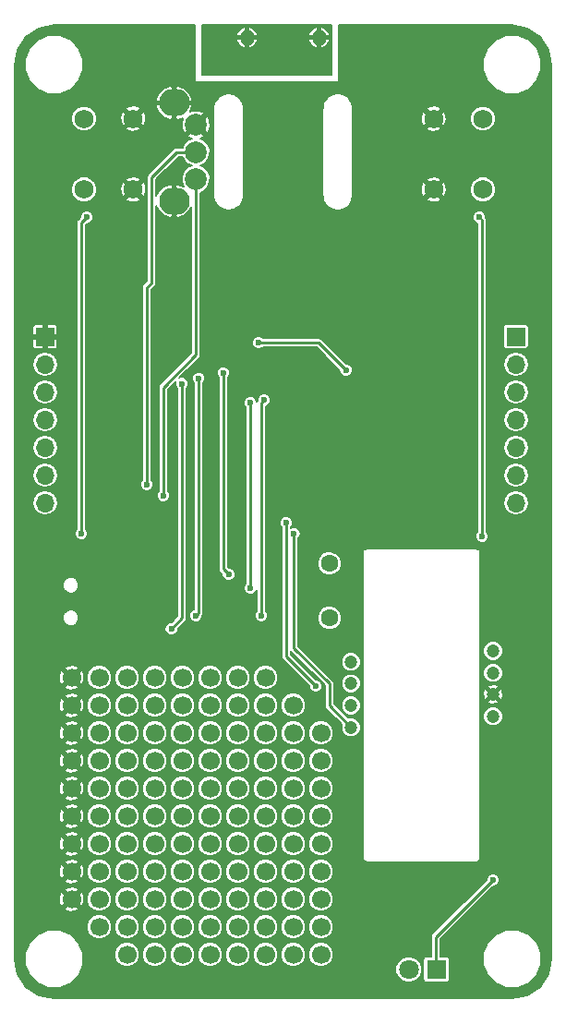
<source format=gbr>
G04 #@! TF.FileFunction,Copper,L2,Bot,Signal*
%FSLAX46Y46*%
G04 Gerber Fmt 4.6, Leading zero omitted, Abs format (unit mm)*
G04 Created by KiCad (PCBNEW 4.0.6) date Sunday, August 26, 2018 'PMt' 12:51:50 PM*
%MOMM*%
%LPD*%
G01*
G04 APERTURE LIST*
%ADD10C,0.100000*%
%ADD11O,1.400000X1.400000*%
%ADD12C,1.600000*%
%ADD13R,1.800000X1.800000*%
%ADD14C,1.800000*%
%ADD15C,2.000000*%
%ADD16O,2.800000X2.500000*%
%ADD17R,1.700000X1.700000*%
%ADD18O,1.700000X1.700000*%
%ADD19C,1.200000*%
%ADD20C,1.700000*%
%ADD21C,1.750000*%
%ADD22C,0.600000*%
%ADD23C,0.250000*%
%ADD24C,0.200000*%
G04 APERTURE END LIST*
D10*
D11*
X136800000Y-54500000D03*
X130200000Y-54500000D03*
D12*
X137750000Y-102750000D03*
X137750000Y-107750000D03*
D13*
X147550000Y-139950000D03*
D14*
X145010000Y-139950000D03*
D15*
X125500000Y-65000000D03*
X125500000Y-67500000D03*
X125500000Y-62500000D03*
D16*
X123500000Y-69500000D03*
X123500000Y-60500000D03*
D17*
X111675000Y-81956000D03*
D18*
X111675000Y-84496000D03*
X111675000Y-87036000D03*
X111675000Y-89576000D03*
X111675000Y-92116000D03*
X111675000Y-94656000D03*
X111675000Y-97196000D03*
D17*
X154855000Y-81956000D03*
D18*
X154855000Y-84496000D03*
X154855000Y-87036000D03*
X154855000Y-89576000D03*
X154855000Y-92116000D03*
X154855000Y-94656000D03*
X154855000Y-97196000D03*
D19*
X139750000Y-111750000D03*
X139750000Y-113750000D03*
X139750000Y-115750000D03*
X139750000Y-117750000D03*
X152750000Y-110750000D03*
X152750000Y-112750000D03*
X152750000Y-114750000D03*
X152750000Y-116750000D03*
D20*
X114100000Y-113200000D03*
X116640000Y-113200000D03*
X119180000Y-113200000D03*
X121720000Y-113200000D03*
X124260000Y-113200000D03*
X126800000Y-113200000D03*
X129340000Y-113200000D03*
X131880000Y-113200000D03*
X114100000Y-115740000D03*
X116640000Y-115740000D03*
X119180000Y-115740000D03*
X121720000Y-115740000D03*
X124260000Y-115740000D03*
X126800000Y-115740000D03*
X129340000Y-115740000D03*
X131880000Y-115740000D03*
X134420000Y-115740000D03*
X114100000Y-118280000D03*
X116640000Y-118280000D03*
X119180000Y-118280000D03*
X121720000Y-118280000D03*
X124260000Y-118280000D03*
X126800000Y-118280000D03*
X129340000Y-118280000D03*
X131880000Y-118280000D03*
X134420000Y-118280000D03*
X136960000Y-118280000D03*
X114100000Y-120820000D03*
X116640000Y-120820000D03*
X119180000Y-120820000D03*
X121720000Y-120820000D03*
X124260000Y-120820000D03*
X126800000Y-120820000D03*
X129340000Y-120820000D03*
X131880000Y-120820000D03*
X134420000Y-120820000D03*
X136960000Y-120820000D03*
X114100000Y-123360000D03*
X116640000Y-123360000D03*
X119180000Y-123360000D03*
X121720000Y-123360000D03*
X124260000Y-123360000D03*
X126800000Y-123360000D03*
X129340000Y-123360000D03*
X131880000Y-123360000D03*
X134420000Y-123360000D03*
X136960000Y-123360000D03*
X114100000Y-125900000D03*
X116640000Y-125900000D03*
X119180000Y-125900000D03*
X121720000Y-125900000D03*
X124260000Y-125900000D03*
X126800000Y-125900000D03*
X129340000Y-125900000D03*
X131880000Y-125900000D03*
X134420000Y-125900000D03*
X136960000Y-125900000D03*
X114100000Y-128440000D03*
X116640000Y-128440000D03*
X119180000Y-128440000D03*
X121720000Y-128440000D03*
X124260000Y-128440000D03*
X126800000Y-128440000D03*
X129340000Y-128440000D03*
X131880000Y-128440000D03*
X134420000Y-128440000D03*
X136960000Y-128440000D03*
X114100000Y-130980000D03*
X116640000Y-130980000D03*
X119180000Y-130980000D03*
X121720000Y-130980000D03*
X124260000Y-130980000D03*
X126800000Y-130980000D03*
X129340000Y-130980000D03*
X131880000Y-130980000D03*
X134420000Y-130980000D03*
X136960000Y-130980000D03*
X114100000Y-133520000D03*
X116640000Y-133520000D03*
X119180000Y-133520000D03*
X121720000Y-133520000D03*
X124260000Y-133520000D03*
X126800000Y-133520000D03*
X129340000Y-133520000D03*
X131880000Y-133520000D03*
X134420000Y-133520000D03*
X136960000Y-133520000D03*
X116640000Y-136060000D03*
X119180000Y-136060000D03*
X121720000Y-136060000D03*
X124260000Y-136060000D03*
X126800000Y-136060000D03*
X129340000Y-136060000D03*
X131880000Y-136060000D03*
X134420000Y-136060000D03*
X136960000Y-136060000D03*
X119180000Y-138600000D03*
X121720000Y-138600000D03*
X124260000Y-138600000D03*
X126800000Y-138600000D03*
X129340000Y-138600000D03*
X131880000Y-138600000D03*
X134420000Y-138600000D03*
X136960000Y-138600000D03*
D21*
X119750000Y-61950000D03*
X119750000Y-68450000D03*
X115250000Y-61950000D03*
X115250000Y-68450000D03*
X151800000Y-61950000D03*
X151800000Y-68450000D03*
X147300000Y-61950000D03*
X147300000Y-68450000D03*
D22*
X119500000Y-65500000D03*
X147500000Y-65500000D03*
X131750000Y-110250000D03*
X121000000Y-103750000D03*
X152750000Y-126250000D03*
X128500000Y-75000000D03*
X139000000Y-75000000D03*
X134250000Y-87000000D03*
X129500000Y-89500000D03*
X155500000Y-108250000D03*
X128750000Y-97000000D03*
X145500000Y-99500000D03*
X143000000Y-94500000D03*
X125000000Y-90000000D03*
X120000000Y-93500000D03*
X122500000Y-85000000D03*
X133500000Y-80500000D03*
X137000000Y-80500000D03*
X144500000Y-83500000D03*
X151000000Y-55500000D03*
X132000000Y-59500000D03*
X123000000Y-57500000D03*
X152750000Y-131750000D03*
X128500000Y-103750000D03*
X128000000Y-85250000D03*
X131750000Y-87750000D03*
X131500000Y-107500000D03*
X130500000Y-88000000D03*
X130500000Y-105000000D03*
X124250000Y-86250000D03*
X123250000Y-108750000D03*
X122500000Y-96500000D03*
X121000000Y-95500000D03*
X115500000Y-71000000D03*
X115000000Y-100000000D03*
X151500000Y-71000000D03*
X151750000Y-100250000D03*
X125750000Y-85750000D03*
X125500000Y-107500000D03*
X133750000Y-99000000D03*
X136500000Y-114000000D03*
X134500000Y-100000000D03*
X131250000Y-82500000D03*
X139250000Y-85000000D03*
D23*
X147500000Y-137000000D02*
X147500000Y-140000000D01*
X152750000Y-131750000D02*
X147500000Y-137000000D01*
X128500000Y-103750000D02*
X128000000Y-103250000D01*
X128000000Y-103250000D02*
X128000000Y-85250000D01*
X131500000Y-88000000D02*
X131750000Y-87750000D01*
X131500000Y-107500000D02*
X131500000Y-88000000D01*
X130500000Y-105000000D02*
X130500000Y-88000000D01*
X124250000Y-107750000D02*
X124250000Y-86250000D01*
X123250000Y-108750000D02*
X124250000Y-107750000D01*
X125500000Y-75650000D02*
X125500000Y-83600000D01*
X122500000Y-86600000D02*
X122500000Y-96500000D01*
X125500000Y-83600000D02*
X122500000Y-86600000D01*
X125500000Y-67500000D02*
X125500000Y-75650000D01*
X125500000Y-75650000D02*
X125500000Y-75700000D01*
X122500000Y-95000000D02*
X122500000Y-96500000D01*
D24*
X122500000Y-96500000D02*
X122500000Y-96500000D01*
D23*
X123750000Y-65000000D02*
X121450000Y-67300000D01*
X125500000Y-65000000D02*
X123750000Y-65000000D01*
X121000000Y-95500000D02*
X121000000Y-77450000D01*
X121450000Y-77000000D02*
X121000000Y-77450000D01*
X121450000Y-67300000D02*
X121450000Y-77000000D01*
X115000000Y-71500000D02*
X115500000Y-71000000D01*
X115000000Y-100000000D02*
X115000000Y-71500000D01*
D24*
X151750000Y-71250000D02*
X151500000Y-71000000D01*
D23*
X151750000Y-100250000D02*
X151750000Y-71250000D01*
X125750000Y-107250000D02*
X125750000Y-85750000D01*
X125500000Y-107500000D02*
X125750000Y-107250000D01*
X133750000Y-111250000D02*
X133750000Y-99000000D01*
X136500000Y-114000000D02*
X133750000Y-111250000D01*
X139750000Y-117750000D02*
X137750000Y-115750000D01*
X134500000Y-110500000D02*
X134500000Y-100000000D01*
X137750000Y-113750000D02*
X134500000Y-110500000D01*
X137750000Y-115750000D02*
X137750000Y-113750000D01*
X136750000Y-82500000D02*
X131250000Y-82500000D01*
X139250000Y-85000000D02*
X136750000Y-82500000D01*
D24*
G36*
X137900000Y-57900000D02*
X126100000Y-57900000D01*
X126100000Y-54802818D01*
X129246952Y-54802818D01*
X129311956Y-54959793D01*
X129555509Y-55264633D01*
X129897180Y-55453065D01*
X130050000Y-55413703D01*
X130050000Y-54650000D01*
X130350000Y-54650000D01*
X130350000Y-55413703D01*
X130502820Y-55453065D01*
X130844491Y-55264633D01*
X131088044Y-54959793D01*
X131153048Y-54802818D01*
X135846952Y-54802818D01*
X135911956Y-54959793D01*
X136155509Y-55264633D01*
X136497180Y-55453065D01*
X136650000Y-55413703D01*
X136650000Y-54650000D01*
X136950000Y-54650000D01*
X136950000Y-55413703D01*
X137102820Y-55453065D01*
X137444491Y-55264633D01*
X137688044Y-54959793D01*
X137753048Y-54802818D01*
X137712757Y-54650000D01*
X136950000Y-54650000D01*
X136650000Y-54650000D01*
X135887243Y-54650000D01*
X135846952Y-54802818D01*
X131153048Y-54802818D01*
X131112757Y-54650000D01*
X130350000Y-54650000D01*
X130050000Y-54650000D01*
X129287243Y-54650000D01*
X129246952Y-54802818D01*
X126100000Y-54802818D01*
X126100000Y-54197182D01*
X129246952Y-54197182D01*
X129287243Y-54350000D01*
X130050000Y-54350000D01*
X130050000Y-53586297D01*
X130350000Y-53586297D01*
X130350000Y-54350000D01*
X131112757Y-54350000D01*
X131153048Y-54197182D01*
X135846952Y-54197182D01*
X135887243Y-54350000D01*
X136650000Y-54350000D01*
X136650000Y-53586297D01*
X136950000Y-53586297D01*
X136950000Y-54350000D01*
X137712757Y-54350000D01*
X137753048Y-54197182D01*
X137688044Y-54040207D01*
X137444491Y-53735367D01*
X137102820Y-53546935D01*
X136950000Y-53586297D01*
X136650000Y-53586297D01*
X136497180Y-53546935D01*
X136155509Y-53735367D01*
X135911956Y-54040207D01*
X135846952Y-54197182D01*
X131153048Y-54197182D01*
X131088044Y-54040207D01*
X130844491Y-53735367D01*
X130502820Y-53546935D01*
X130350000Y-53586297D01*
X130050000Y-53586297D01*
X129897180Y-53546935D01*
X129555509Y-53735367D01*
X129311956Y-54040207D01*
X129246952Y-54197182D01*
X126100000Y-54197182D01*
X126100000Y-53375000D01*
X137900000Y-53375000D01*
X137900000Y-57900000D01*
X137900000Y-57900000D01*
G37*
X137900000Y-57900000D02*
X126100000Y-57900000D01*
X126100000Y-54802818D01*
X129246952Y-54802818D01*
X129311956Y-54959793D01*
X129555509Y-55264633D01*
X129897180Y-55453065D01*
X130050000Y-55413703D01*
X130050000Y-54650000D01*
X130350000Y-54650000D01*
X130350000Y-55413703D01*
X130502820Y-55453065D01*
X130844491Y-55264633D01*
X131088044Y-54959793D01*
X131153048Y-54802818D01*
X135846952Y-54802818D01*
X135911956Y-54959793D01*
X136155509Y-55264633D01*
X136497180Y-55453065D01*
X136650000Y-55413703D01*
X136650000Y-54650000D01*
X136950000Y-54650000D01*
X136950000Y-55413703D01*
X137102820Y-55453065D01*
X137444491Y-55264633D01*
X137688044Y-54959793D01*
X137753048Y-54802818D01*
X137712757Y-54650000D01*
X136950000Y-54650000D01*
X136650000Y-54650000D01*
X135887243Y-54650000D01*
X135846952Y-54802818D01*
X131153048Y-54802818D01*
X131112757Y-54650000D01*
X130350000Y-54650000D01*
X130050000Y-54650000D01*
X129287243Y-54650000D01*
X129246952Y-54802818D01*
X126100000Y-54802818D01*
X126100000Y-54197182D01*
X129246952Y-54197182D01*
X129287243Y-54350000D01*
X130050000Y-54350000D01*
X130050000Y-53586297D01*
X130350000Y-53586297D01*
X130350000Y-54350000D01*
X131112757Y-54350000D01*
X131153048Y-54197182D01*
X135846952Y-54197182D01*
X135887243Y-54350000D01*
X136650000Y-54350000D01*
X136650000Y-53586297D01*
X136950000Y-53586297D01*
X136950000Y-54350000D01*
X137712757Y-54350000D01*
X137753048Y-54197182D01*
X137688044Y-54040207D01*
X137444491Y-53735367D01*
X137102820Y-53546935D01*
X136950000Y-53586297D01*
X136650000Y-53586297D01*
X136497180Y-53546935D01*
X136155509Y-53735367D01*
X135911956Y-54040207D01*
X135846952Y-54197182D01*
X131153048Y-54197182D01*
X131088044Y-54040207D01*
X130844491Y-53735367D01*
X130502820Y-53546935D01*
X130350000Y-53586297D01*
X130050000Y-53586297D01*
X129897180Y-53546935D01*
X129555509Y-53735367D01*
X129311956Y-54040207D01*
X129246952Y-54197182D01*
X126100000Y-54197182D01*
X126100000Y-53375000D01*
X137900000Y-53375000D01*
X137900000Y-57900000D01*
G36*
X125400000Y-58500000D02*
X125407879Y-58538906D01*
X125430273Y-58571681D01*
X125463654Y-58593161D01*
X125500000Y-58600000D01*
X138500000Y-58600000D01*
X138538906Y-58592121D01*
X138571681Y-58569727D01*
X138593161Y-58536346D01*
X138600000Y-58500000D01*
X138600000Y-57530994D01*
X151818285Y-57530994D01*
X152225621Y-58516822D01*
X152979211Y-59271728D01*
X153964327Y-59680784D01*
X155030994Y-59681715D01*
X156016822Y-59274379D01*
X156771728Y-58520789D01*
X157180784Y-57535673D01*
X157181715Y-56469006D01*
X156774379Y-55483178D01*
X156020789Y-54728272D01*
X155035673Y-54319216D01*
X153969006Y-54318285D01*
X152983178Y-54725621D01*
X152228272Y-55479211D01*
X151819216Y-56464327D01*
X151818285Y-57530994D01*
X138600000Y-57530994D01*
X138600000Y-53375000D01*
X154463068Y-53375000D01*
X155884417Y-53657725D01*
X157058067Y-54441933D01*
X157842276Y-55615585D01*
X158125000Y-57036932D01*
X158125000Y-138963068D01*
X157842276Y-140384415D01*
X157058067Y-141558067D01*
X155884417Y-142342275D01*
X154463068Y-142625000D01*
X112536932Y-142625000D01*
X111115585Y-142342276D01*
X109941933Y-141558067D01*
X109157725Y-140384417D01*
X108987968Y-139530994D01*
X109818285Y-139530994D01*
X110225621Y-140516822D01*
X110979211Y-141271728D01*
X111964327Y-141680784D01*
X113030994Y-141681715D01*
X114016822Y-141274379D01*
X114771728Y-140520789D01*
X114910060Y-140187647D01*
X143809793Y-140187647D01*
X143992097Y-140628857D01*
X144329367Y-140966717D01*
X144770258Y-141149791D01*
X145247647Y-141150207D01*
X145688857Y-140967903D01*
X146026717Y-140630633D01*
X146209791Y-140189742D01*
X146210207Y-139712353D01*
X146027903Y-139271143D01*
X145807147Y-139050000D01*
X146344123Y-139050000D01*
X146344123Y-140850000D01*
X146365042Y-140961173D01*
X146430745Y-141063279D01*
X146530997Y-141131778D01*
X146650000Y-141155877D01*
X148450000Y-141155877D01*
X148561173Y-141134958D01*
X148663279Y-141069255D01*
X148731778Y-140969003D01*
X148755877Y-140850000D01*
X148755877Y-139530994D01*
X151818285Y-139530994D01*
X152225621Y-140516822D01*
X152979211Y-141271728D01*
X153964327Y-141680784D01*
X155030994Y-141681715D01*
X156016822Y-141274379D01*
X156771728Y-140520789D01*
X157180784Y-139535673D01*
X157181715Y-138469006D01*
X156774379Y-137483178D01*
X156020789Y-136728272D01*
X155035673Y-136319216D01*
X153969006Y-136318285D01*
X152983178Y-136725621D01*
X152228272Y-137479211D01*
X151819216Y-138464327D01*
X151818285Y-139530994D01*
X148755877Y-139530994D01*
X148755877Y-139050000D01*
X148734958Y-138938827D01*
X148669255Y-138836721D01*
X148569003Y-138768222D01*
X148450000Y-138744123D01*
X147925000Y-138744123D01*
X147925000Y-137176040D01*
X152751040Y-132350001D01*
X152868824Y-132350104D01*
X153089429Y-132258952D01*
X153258359Y-132090317D01*
X153349896Y-131869871D01*
X153350104Y-131631176D01*
X153258952Y-131410571D01*
X153090317Y-131241641D01*
X152869871Y-131150104D01*
X152631176Y-131149896D01*
X152410571Y-131241048D01*
X152241641Y-131409683D01*
X152150104Y-131630129D01*
X152150000Y-131748959D01*
X147199480Y-136699480D01*
X147107351Y-136837359D01*
X147107351Y-136837360D01*
X147075000Y-137000000D01*
X147075000Y-138744123D01*
X146650000Y-138744123D01*
X146538827Y-138765042D01*
X146436721Y-138830745D01*
X146368222Y-138930997D01*
X146344123Y-139050000D01*
X145807147Y-139050000D01*
X145690633Y-138933283D01*
X145249742Y-138750209D01*
X144772353Y-138749793D01*
X144331143Y-138932097D01*
X143993283Y-139269367D01*
X143810209Y-139710258D01*
X143809793Y-140187647D01*
X114910060Y-140187647D01*
X115180784Y-139535673D01*
X115181401Y-138827746D01*
X118029801Y-138827746D01*
X118204509Y-139250572D01*
X118527727Y-139574354D01*
X118950247Y-139749800D01*
X119407746Y-139750199D01*
X119830572Y-139575491D01*
X120154354Y-139252273D01*
X120329800Y-138829753D01*
X120329801Y-138827746D01*
X120569801Y-138827746D01*
X120744509Y-139250572D01*
X121067727Y-139574354D01*
X121490247Y-139749800D01*
X121947746Y-139750199D01*
X122370572Y-139575491D01*
X122694354Y-139252273D01*
X122869800Y-138829753D01*
X122869801Y-138827746D01*
X123109801Y-138827746D01*
X123284509Y-139250572D01*
X123607727Y-139574354D01*
X124030247Y-139749800D01*
X124487746Y-139750199D01*
X124910572Y-139575491D01*
X125234354Y-139252273D01*
X125409800Y-138829753D01*
X125409801Y-138827746D01*
X125649801Y-138827746D01*
X125824509Y-139250572D01*
X126147727Y-139574354D01*
X126570247Y-139749800D01*
X127027746Y-139750199D01*
X127450572Y-139575491D01*
X127774354Y-139252273D01*
X127949800Y-138829753D01*
X127949801Y-138827746D01*
X128189801Y-138827746D01*
X128364509Y-139250572D01*
X128687727Y-139574354D01*
X129110247Y-139749800D01*
X129567746Y-139750199D01*
X129990572Y-139575491D01*
X130314354Y-139252273D01*
X130489800Y-138829753D01*
X130489801Y-138827746D01*
X130729801Y-138827746D01*
X130904509Y-139250572D01*
X131227727Y-139574354D01*
X131650247Y-139749800D01*
X132107746Y-139750199D01*
X132530572Y-139575491D01*
X132854354Y-139252273D01*
X133029800Y-138829753D01*
X133029801Y-138827746D01*
X133269801Y-138827746D01*
X133444509Y-139250572D01*
X133767727Y-139574354D01*
X134190247Y-139749800D01*
X134647746Y-139750199D01*
X135070572Y-139575491D01*
X135394354Y-139252273D01*
X135569800Y-138829753D01*
X135569801Y-138827746D01*
X135809801Y-138827746D01*
X135984509Y-139250572D01*
X136307727Y-139574354D01*
X136730247Y-139749800D01*
X137187746Y-139750199D01*
X137610572Y-139575491D01*
X137934354Y-139252273D01*
X138109800Y-138829753D01*
X138110199Y-138372254D01*
X137935491Y-137949428D01*
X137612273Y-137625646D01*
X137189753Y-137450200D01*
X136732254Y-137449801D01*
X136309428Y-137624509D01*
X135985646Y-137947727D01*
X135810200Y-138370247D01*
X135809801Y-138827746D01*
X135569801Y-138827746D01*
X135570199Y-138372254D01*
X135395491Y-137949428D01*
X135072273Y-137625646D01*
X134649753Y-137450200D01*
X134192254Y-137449801D01*
X133769428Y-137624509D01*
X133445646Y-137947727D01*
X133270200Y-138370247D01*
X133269801Y-138827746D01*
X133029801Y-138827746D01*
X133030199Y-138372254D01*
X132855491Y-137949428D01*
X132532273Y-137625646D01*
X132109753Y-137450200D01*
X131652254Y-137449801D01*
X131229428Y-137624509D01*
X130905646Y-137947727D01*
X130730200Y-138370247D01*
X130729801Y-138827746D01*
X130489801Y-138827746D01*
X130490199Y-138372254D01*
X130315491Y-137949428D01*
X129992273Y-137625646D01*
X129569753Y-137450200D01*
X129112254Y-137449801D01*
X128689428Y-137624509D01*
X128365646Y-137947727D01*
X128190200Y-138370247D01*
X128189801Y-138827746D01*
X127949801Y-138827746D01*
X127950199Y-138372254D01*
X127775491Y-137949428D01*
X127452273Y-137625646D01*
X127029753Y-137450200D01*
X126572254Y-137449801D01*
X126149428Y-137624509D01*
X125825646Y-137947727D01*
X125650200Y-138370247D01*
X125649801Y-138827746D01*
X125409801Y-138827746D01*
X125410199Y-138372254D01*
X125235491Y-137949428D01*
X124912273Y-137625646D01*
X124489753Y-137450200D01*
X124032254Y-137449801D01*
X123609428Y-137624509D01*
X123285646Y-137947727D01*
X123110200Y-138370247D01*
X123109801Y-138827746D01*
X122869801Y-138827746D01*
X122870199Y-138372254D01*
X122695491Y-137949428D01*
X122372273Y-137625646D01*
X121949753Y-137450200D01*
X121492254Y-137449801D01*
X121069428Y-137624509D01*
X120745646Y-137947727D01*
X120570200Y-138370247D01*
X120569801Y-138827746D01*
X120329801Y-138827746D01*
X120330199Y-138372254D01*
X120155491Y-137949428D01*
X119832273Y-137625646D01*
X119409753Y-137450200D01*
X118952254Y-137449801D01*
X118529428Y-137624509D01*
X118205646Y-137947727D01*
X118030200Y-138370247D01*
X118029801Y-138827746D01*
X115181401Y-138827746D01*
X115181715Y-138469006D01*
X114774379Y-137483178D01*
X114020789Y-136728272D01*
X113035673Y-136319216D01*
X111969006Y-136318285D01*
X110983178Y-136725621D01*
X110228272Y-137479211D01*
X109819216Y-138464327D01*
X109818285Y-139530994D01*
X108987968Y-139530994D01*
X108875000Y-138963068D01*
X108875000Y-136287746D01*
X115489801Y-136287746D01*
X115664509Y-136710572D01*
X115987727Y-137034354D01*
X116410247Y-137209800D01*
X116867746Y-137210199D01*
X117290572Y-137035491D01*
X117614354Y-136712273D01*
X117789800Y-136289753D01*
X117789801Y-136287746D01*
X118029801Y-136287746D01*
X118204509Y-136710572D01*
X118527727Y-137034354D01*
X118950247Y-137209800D01*
X119407746Y-137210199D01*
X119830572Y-137035491D01*
X120154354Y-136712273D01*
X120329800Y-136289753D01*
X120329801Y-136287746D01*
X120569801Y-136287746D01*
X120744509Y-136710572D01*
X121067727Y-137034354D01*
X121490247Y-137209800D01*
X121947746Y-137210199D01*
X122370572Y-137035491D01*
X122694354Y-136712273D01*
X122869800Y-136289753D01*
X122869801Y-136287746D01*
X123109801Y-136287746D01*
X123284509Y-136710572D01*
X123607727Y-137034354D01*
X124030247Y-137209800D01*
X124487746Y-137210199D01*
X124910572Y-137035491D01*
X125234354Y-136712273D01*
X125409800Y-136289753D01*
X125409801Y-136287746D01*
X125649801Y-136287746D01*
X125824509Y-136710572D01*
X126147727Y-137034354D01*
X126570247Y-137209800D01*
X127027746Y-137210199D01*
X127450572Y-137035491D01*
X127774354Y-136712273D01*
X127949800Y-136289753D01*
X127949801Y-136287746D01*
X128189801Y-136287746D01*
X128364509Y-136710572D01*
X128687727Y-137034354D01*
X129110247Y-137209800D01*
X129567746Y-137210199D01*
X129990572Y-137035491D01*
X130314354Y-136712273D01*
X130489800Y-136289753D01*
X130489801Y-136287746D01*
X130729801Y-136287746D01*
X130904509Y-136710572D01*
X131227727Y-137034354D01*
X131650247Y-137209800D01*
X132107746Y-137210199D01*
X132530572Y-137035491D01*
X132854354Y-136712273D01*
X133029800Y-136289753D01*
X133029801Y-136287746D01*
X133269801Y-136287746D01*
X133444509Y-136710572D01*
X133767727Y-137034354D01*
X134190247Y-137209800D01*
X134647746Y-137210199D01*
X135070572Y-137035491D01*
X135394354Y-136712273D01*
X135569800Y-136289753D01*
X135569801Y-136287746D01*
X135809801Y-136287746D01*
X135984509Y-136710572D01*
X136307727Y-137034354D01*
X136730247Y-137209800D01*
X137187746Y-137210199D01*
X137610572Y-137035491D01*
X137934354Y-136712273D01*
X138109800Y-136289753D01*
X138110199Y-135832254D01*
X137935491Y-135409428D01*
X137612273Y-135085646D01*
X137189753Y-134910200D01*
X136732254Y-134909801D01*
X136309428Y-135084509D01*
X135985646Y-135407727D01*
X135810200Y-135830247D01*
X135809801Y-136287746D01*
X135569801Y-136287746D01*
X135570199Y-135832254D01*
X135395491Y-135409428D01*
X135072273Y-135085646D01*
X134649753Y-134910200D01*
X134192254Y-134909801D01*
X133769428Y-135084509D01*
X133445646Y-135407727D01*
X133270200Y-135830247D01*
X133269801Y-136287746D01*
X133029801Y-136287746D01*
X133030199Y-135832254D01*
X132855491Y-135409428D01*
X132532273Y-135085646D01*
X132109753Y-134910200D01*
X131652254Y-134909801D01*
X131229428Y-135084509D01*
X130905646Y-135407727D01*
X130730200Y-135830247D01*
X130729801Y-136287746D01*
X130489801Y-136287746D01*
X130490199Y-135832254D01*
X130315491Y-135409428D01*
X129992273Y-135085646D01*
X129569753Y-134910200D01*
X129112254Y-134909801D01*
X128689428Y-135084509D01*
X128365646Y-135407727D01*
X128190200Y-135830247D01*
X128189801Y-136287746D01*
X127949801Y-136287746D01*
X127950199Y-135832254D01*
X127775491Y-135409428D01*
X127452273Y-135085646D01*
X127029753Y-134910200D01*
X126572254Y-134909801D01*
X126149428Y-135084509D01*
X125825646Y-135407727D01*
X125650200Y-135830247D01*
X125649801Y-136287746D01*
X125409801Y-136287746D01*
X125410199Y-135832254D01*
X125235491Y-135409428D01*
X124912273Y-135085646D01*
X124489753Y-134910200D01*
X124032254Y-134909801D01*
X123609428Y-135084509D01*
X123285646Y-135407727D01*
X123110200Y-135830247D01*
X123109801Y-136287746D01*
X122869801Y-136287746D01*
X122870199Y-135832254D01*
X122695491Y-135409428D01*
X122372273Y-135085646D01*
X121949753Y-134910200D01*
X121492254Y-134909801D01*
X121069428Y-135084509D01*
X120745646Y-135407727D01*
X120570200Y-135830247D01*
X120569801Y-136287746D01*
X120329801Y-136287746D01*
X120330199Y-135832254D01*
X120155491Y-135409428D01*
X119832273Y-135085646D01*
X119409753Y-134910200D01*
X118952254Y-134909801D01*
X118529428Y-135084509D01*
X118205646Y-135407727D01*
X118030200Y-135830247D01*
X118029801Y-136287746D01*
X117789801Y-136287746D01*
X117790199Y-135832254D01*
X117615491Y-135409428D01*
X117292273Y-135085646D01*
X116869753Y-134910200D01*
X116412254Y-134909801D01*
X115989428Y-135084509D01*
X115665646Y-135407727D01*
X115490200Y-135830247D01*
X115489801Y-136287746D01*
X108875000Y-136287746D01*
X108875000Y-134394854D01*
X113437278Y-134394854D01*
X113537819Y-134548970D01*
X113974382Y-134685781D01*
X114430070Y-134645114D01*
X114662181Y-134548970D01*
X114762722Y-134394854D01*
X114100000Y-133732132D01*
X113437278Y-134394854D01*
X108875000Y-134394854D01*
X108875000Y-133394382D01*
X112934219Y-133394382D01*
X112974886Y-133850070D01*
X113071030Y-134082181D01*
X113225146Y-134182722D01*
X113887868Y-133520000D01*
X114312132Y-133520000D01*
X114974854Y-134182722D01*
X115128970Y-134082181D01*
X115233775Y-133747746D01*
X115489801Y-133747746D01*
X115664509Y-134170572D01*
X115987727Y-134494354D01*
X116410247Y-134669800D01*
X116867746Y-134670199D01*
X117290572Y-134495491D01*
X117614354Y-134172273D01*
X117789800Y-133749753D01*
X117789801Y-133747746D01*
X118029801Y-133747746D01*
X118204509Y-134170572D01*
X118527727Y-134494354D01*
X118950247Y-134669800D01*
X119407746Y-134670199D01*
X119830572Y-134495491D01*
X120154354Y-134172273D01*
X120329800Y-133749753D01*
X120329801Y-133747746D01*
X120569801Y-133747746D01*
X120744509Y-134170572D01*
X121067727Y-134494354D01*
X121490247Y-134669800D01*
X121947746Y-134670199D01*
X122370572Y-134495491D01*
X122694354Y-134172273D01*
X122869800Y-133749753D01*
X122869801Y-133747746D01*
X123109801Y-133747746D01*
X123284509Y-134170572D01*
X123607727Y-134494354D01*
X124030247Y-134669800D01*
X124487746Y-134670199D01*
X124910572Y-134495491D01*
X125234354Y-134172273D01*
X125409800Y-133749753D01*
X125409801Y-133747746D01*
X125649801Y-133747746D01*
X125824509Y-134170572D01*
X126147727Y-134494354D01*
X126570247Y-134669800D01*
X127027746Y-134670199D01*
X127450572Y-134495491D01*
X127774354Y-134172273D01*
X127949800Y-133749753D01*
X127949801Y-133747746D01*
X128189801Y-133747746D01*
X128364509Y-134170572D01*
X128687727Y-134494354D01*
X129110247Y-134669800D01*
X129567746Y-134670199D01*
X129990572Y-134495491D01*
X130314354Y-134172273D01*
X130489800Y-133749753D01*
X130489801Y-133747746D01*
X130729801Y-133747746D01*
X130904509Y-134170572D01*
X131227727Y-134494354D01*
X131650247Y-134669800D01*
X132107746Y-134670199D01*
X132530572Y-134495491D01*
X132854354Y-134172273D01*
X133029800Y-133749753D01*
X133029801Y-133747746D01*
X133269801Y-133747746D01*
X133444509Y-134170572D01*
X133767727Y-134494354D01*
X134190247Y-134669800D01*
X134647746Y-134670199D01*
X135070572Y-134495491D01*
X135394354Y-134172273D01*
X135569800Y-133749753D01*
X135569801Y-133747746D01*
X135809801Y-133747746D01*
X135984509Y-134170572D01*
X136307727Y-134494354D01*
X136730247Y-134669800D01*
X137187746Y-134670199D01*
X137610572Y-134495491D01*
X137934354Y-134172273D01*
X138109800Y-133749753D01*
X138110199Y-133292254D01*
X137935491Y-132869428D01*
X137612273Y-132545646D01*
X137189753Y-132370200D01*
X136732254Y-132369801D01*
X136309428Y-132544509D01*
X135985646Y-132867727D01*
X135810200Y-133290247D01*
X135809801Y-133747746D01*
X135569801Y-133747746D01*
X135570199Y-133292254D01*
X135395491Y-132869428D01*
X135072273Y-132545646D01*
X134649753Y-132370200D01*
X134192254Y-132369801D01*
X133769428Y-132544509D01*
X133445646Y-132867727D01*
X133270200Y-133290247D01*
X133269801Y-133747746D01*
X133029801Y-133747746D01*
X133030199Y-133292254D01*
X132855491Y-132869428D01*
X132532273Y-132545646D01*
X132109753Y-132370200D01*
X131652254Y-132369801D01*
X131229428Y-132544509D01*
X130905646Y-132867727D01*
X130730200Y-133290247D01*
X130729801Y-133747746D01*
X130489801Y-133747746D01*
X130490199Y-133292254D01*
X130315491Y-132869428D01*
X129992273Y-132545646D01*
X129569753Y-132370200D01*
X129112254Y-132369801D01*
X128689428Y-132544509D01*
X128365646Y-132867727D01*
X128190200Y-133290247D01*
X128189801Y-133747746D01*
X127949801Y-133747746D01*
X127950199Y-133292254D01*
X127775491Y-132869428D01*
X127452273Y-132545646D01*
X127029753Y-132370200D01*
X126572254Y-132369801D01*
X126149428Y-132544509D01*
X125825646Y-132867727D01*
X125650200Y-133290247D01*
X125649801Y-133747746D01*
X125409801Y-133747746D01*
X125410199Y-133292254D01*
X125235491Y-132869428D01*
X124912273Y-132545646D01*
X124489753Y-132370200D01*
X124032254Y-132369801D01*
X123609428Y-132544509D01*
X123285646Y-132867727D01*
X123110200Y-133290247D01*
X123109801Y-133747746D01*
X122869801Y-133747746D01*
X122870199Y-133292254D01*
X122695491Y-132869428D01*
X122372273Y-132545646D01*
X121949753Y-132370200D01*
X121492254Y-132369801D01*
X121069428Y-132544509D01*
X120745646Y-132867727D01*
X120570200Y-133290247D01*
X120569801Y-133747746D01*
X120329801Y-133747746D01*
X120330199Y-133292254D01*
X120155491Y-132869428D01*
X119832273Y-132545646D01*
X119409753Y-132370200D01*
X118952254Y-132369801D01*
X118529428Y-132544509D01*
X118205646Y-132867727D01*
X118030200Y-133290247D01*
X118029801Y-133747746D01*
X117789801Y-133747746D01*
X117790199Y-133292254D01*
X117615491Y-132869428D01*
X117292273Y-132545646D01*
X116869753Y-132370200D01*
X116412254Y-132369801D01*
X115989428Y-132544509D01*
X115665646Y-132867727D01*
X115490200Y-133290247D01*
X115489801Y-133747746D01*
X115233775Y-133747746D01*
X115265781Y-133645618D01*
X115225114Y-133189930D01*
X115128970Y-132957819D01*
X114974854Y-132857278D01*
X114312132Y-133520000D01*
X113887868Y-133520000D01*
X113225146Y-132857278D01*
X113071030Y-132957819D01*
X112934219Y-133394382D01*
X108875000Y-133394382D01*
X108875000Y-132645146D01*
X113437278Y-132645146D01*
X114100000Y-133307868D01*
X114762722Y-132645146D01*
X114662181Y-132491030D01*
X114225618Y-132354219D01*
X113769930Y-132394886D01*
X113537819Y-132491030D01*
X113437278Y-132645146D01*
X108875000Y-132645146D01*
X108875000Y-131854854D01*
X113437278Y-131854854D01*
X113537819Y-132008970D01*
X113974382Y-132145781D01*
X114430070Y-132105114D01*
X114662181Y-132008970D01*
X114762722Y-131854854D01*
X114100000Y-131192132D01*
X113437278Y-131854854D01*
X108875000Y-131854854D01*
X108875000Y-130854382D01*
X112934219Y-130854382D01*
X112974886Y-131310070D01*
X113071030Y-131542181D01*
X113225146Y-131642722D01*
X113887868Y-130980000D01*
X114312132Y-130980000D01*
X114974854Y-131642722D01*
X115128970Y-131542181D01*
X115233775Y-131207746D01*
X115489801Y-131207746D01*
X115664509Y-131630572D01*
X115987727Y-131954354D01*
X116410247Y-132129800D01*
X116867746Y-132130199D01*
X117290572Y-131955491D01*
X117614354Y-131632273D01*
X117789800Y-131209753D01*
X117789801Y-131207746D01*
X118029801Y-131207746D01*
X118204509Y-131630572D01*
X118527727Y-131954354D01*
X118950247Y-132129800D01*
X119407746Y-132130199D01*
X119830572Y-131955491D01*
X120154354Y-131632273D01*
X120329800Y-131209753D01*
X120329801Y-131207746D01*
X120569801Y-131207746D01*
X120744509Y-131630572D01*
X121067727Y-131954354D01*
X121490247Y-132129800D01*
X121947746Y-132130199D01*
X122370572Y-131955491D01*
X122694354Y-131632273D01*
X122869800Y-131209753D01*
X122869801Y-131207746D01*
X123109801Y-131207746D01*
X123284509Y-131630572D01*
X123607727Y-131954354D01*
X124030247Y-132129800D01*
X124487746Y-132130199D01*
X124910572Y-131955491D01*
X125234354Y-131632273D01*
X125409800Y-131209753D01*
X125409801Y-131207746D01*
X125649801Y-131207746D01*
X125824509Y-131630572D01*
X126147727Y-131954354D01*
X126570247Y-132129800D01*
X127027746Y-132130199D01*
X127450572Y-131955491D01*
X127774354Y-131632273D01*
X127949800Y-131209753D01*
X127949801Y-131207746D01*
X128189801Y-131207746D01*
X128364509Y-131630572D01*
X128687727Y-131954354D01*
X129110247Y-132129800D01*
X129567746Y-132130199D01*
X129990572Y-131955491D01*
X130314354Y-131632273D01*
X130489800Y-131209753D01*
X130489801Y-131207746D01*
X130729801Y-131207746D01*
X130904509Y-131630572D01*
X131227727Y-131954354D01*
X131650247Y-132129800D01*
X132107746Y-132130199D01*
X132530572Y-131955491D01*
X132854354Y-131632273D01*
X133029800Y-131209753D01*
X133029801Y-131207746D01*
X133269801Y-131207746D01*
X133444509Y-131630572D01*
X133767727Y-131954354D01*
X134190247Y-132129800D01*
X134647746Y-132130199D01*
X135070572Y-131955491D01*
X135394354Y-131632273D01*
X135569800Y-131209753D01*
X135569801Y-131207746D01*
X135809801Y-131207746D01*
X135984509Y-131630572D01*
X136307727Y-131954354D01*
X136730247Y-132129800D01*
X137187746Y-132130199D01*
X137610572Y-131955491D01*
X137934354Y-131632273D01*
X138109800Y-131209753D01*
X138110199Y-130752254D01*
X137935491Y-130329428D01*
X137612273Y-130005646D01*
X137189753Y-129830200D01*
X136732254Y-129829801D01*
X136309428Y-130004509D01*
X135985646Y-130327727D01*
X135810200Y-130750247D01*
X135809801Y-131207746D01*
X135569801Y-131207746D01*
X135570199Y-130752254D01*
X135395491Y-130329428D01*
X135072273Y-130005646D01*
X134649753Y-129830200D01*
X134192254Y-129829801D01*
X133769428Y-130004509D01*
X133445646Y-130327727D01*
X133270200Y-130750247D01*
X133269801Y-131207746D01*
X133029801Y-131207746D01*
X133030199Y-130752254D01*
X132855491Y-130329428D01*
X132532273Y-130005646D01*
X132109753Y-129830200D01*
X131652254Y-129829801D01*
X131229428Y-130004509D01*
X130905646Y-130327727D01*
X130730200Y-130750247D01*
X130729801Y-131207746D01*
X130489801Y-131207746D01*
X130490199Y-130752254D01*
X130315491Y-130329428D01*
X129992273Y-130005646D01*
X129569753Y-129830200D01*
X129112254Y-129829801D01*
X128689428Y-130004509D01*
X128365646Y-130327727D01*
X128190200Y-130750247D01*
X128189801Y-131207746D01*
X127949801Y-131207746D01*
X127950199Y-130752254D01*
X127775491Y-130329428D01*
X127452273Y-130005646D01*
X127029753Y-129830200D01*
X126572254Y-129829801D01*
X126149428Y-130004509D01*
X125825646Y-130327727D01*
X125650200Y-130750247D01*
X125649801Y-131207746D01*
X125409801Y-131207746D01*
X125410199Y-130752254D01*
X125235491Y-130329428D01*
X124912273Y-130005646D01*
X124489753Y-129830200D01*
X124032254Y-129829801D01*
X123609428Y-130004509D01*
X123285646Y-130327727D01*
X123110200Y-130750247D01*
X123109801Y-131207746D01*
X122869801Y-131207746D01*
X122870199Y-130752254D01*
X122695491Y-130329428D01*
X122372273Y-130005646D01*
X121949753Y-129830200D01*
X121492254Y-129829801D01*
X121069428Y-130004509D01*
X120745646Y-130327727D01*
X120570200Y-130750247D01*
X120569801Y-131207746D01*
X120329801Y-131207746D01*
X120330199Y-130752254D01*
X120155491Y-130329428D01*
X119832273Y-130005646D01*
X119409753Y-129830200D01*
X118952254Y-129829801D01*
X118529428Y-130004509D01*
X118205646Y-130327727D01*
X118030200Y-130750247D01*
X118029801Y-131207746D01*
X117789801Y-131207746D01*
X117790199Y-130752254D01*
X117615491Y-130329428D01*
X117292273Y-130005646D01*
X116869753Y-129830200D01*
X116412254Y-129829801D01*
X115989428Y-130004509D01*
X115665646Y-130327727D01*
X115490200Y-130750247D01*
X115489801Y-131207746D01*
X115233775Y-131207746D01*
X115265781Y-131105618D01*
X115225114Y-130649930D01*
X115128970Y-130417819D01*
X114974854Y-130317278D01*
X114312132Y-130980000D01*
X113887868Y-130980000D01*
X113225146Y-130317278D01*
X113071030Y-130417819D01*
X112934219Y-130854382D01*
X108875000Y-130854382D01*
X108875000Y-130105146D01*
X113437278Y-130105146D01*
X114100000Y-130767868D01*
X114762722Y-130105146D01*
X114662181Y-129951030D01*
X114225618Y-129814219D01*
X113769930Y-129854886D01*
X113537819Y-129951030D01*
X113437278Y-130105146D01*
X108875000Y-130105146D01*
X108875000Y-129314854D01*
X113437278Y-129314854D01*
X113537819Y-129468970D01*
X113974382Y-129605781D01*
X114430070Y-129565114D01*
X114662181Y-129468970D01*
X114762722Y-129314854D01*
X114100000Y-128652132D01*
X113437278Y-129314854D01*
X108875000Y-129314854D01*
X108875000Y-128314382D01*
X112934219Y-128314382D01*
X112974886Y-128770070D01*
X113071030Y-129002181D01*
X113225146Y-129102722D01*
X113887868Y-128440000D01*
X114312132Y-128440000D01*
X114974854Y-129102722D01*
X115128970Y-129002181D01*
X115233775Y-128667746D01*
X115489801Y-128667746D01*
X115664509Y-129090572D01*
X115987727Y-129414354D01*
X116410247Y-129589800D01*
X116867746Y-129590199D01*
X117290572Y-129415491D01*
X117614354Y-129092273D01*
X117789800Y-128669753D01*
X117789801Y-128667746D01*
X118029801Y-128667746D01*
X118204509Y-129090572D01*
X118527727Y-129414354D01*
X118950247Y-129589800D01*
X119407746Y-129590199D01*
X119830572Y-129415491D01*
X120154354Y-129092273D01*
X120329800Y-128669753D01*
X120329801Y-128667746D01*
X120569801Y-128667746D01*
X120744509Y-129090572D01*
X121067727Y-129414354D01*
X121490247Y-129589800D01*
X121947746Y-129590199D01*
X122370572Y-129415491D01*
X122694354Y-129092273D01*
X122869800Y-128669753D01*
X122869801Y-128667746D01*
X123109801Y-128667746D01*
X123284509Y-129090572D01*
X123607727Y-129414354D01*
X124030247Y-129589800D01*
X124487746Y-129590199D01*
X124910572Y-129415491D01*
X125234354Y-129092273D01*
X125409800Y-128669753D01*
X125409801Y-128667746D01*
X125649801Y-128667746D01*
X125824509Y-129090572D01*
X126147727Y-129414354D01*
X126570247Y-129589800D01*
X127027746Y-129590199D01*
X127450572Y-129415491D01*
X127774354Y-129092273D01*
X127949800Y-128669753D01*
X127949801Y-128667746D01*
X128189801Y-128667746D01*
X128364509Y-129090572D01*
X128687727Y-129414354D01*
X129110247Y-129589800D01*
X129567746Y-129590199D01*
X129990572Y-129415491D01*
X130314354Y-129092273D01*
X130489800Y-128669753D01*
X130489801Y-128667746D01*
X130729801Y-128667746D01*
X130904509Y-129090572D01*
X131227727Y-129414354D01*
X131650247Y-129589800D01*
X132107746Y-129590199D01*
X132530572Y-129415491D01*
X132854354Y-129092273D01*
X133029800Y-128669753D01*
X133029801Y-128667746D01*
X133269801Y-128667746D01*
X133444509Y-129090572D01*
X133767727Y-129414354D01*
X134190247Y-129589800D01*
X134647746Y-129590199D01*
X135070572Y-129415491D01*
X135394354Y-129092273D01*
X135569800Y-128669753D01*
X135569801Y-128667746D01*
X135809801Y-128667746D01*
X135984509Y-129090572D01*
X136307727Y-129414354D01*
X136730247Y-129589800D01*
X137187746Y-129590199D01*
X137610572Y-129415491D01*
X137934354Y-129092273D01*
X138109800Y-128669753D01*
X138110199Y-128212254D01*
X137935491Y-127789428D01*
X137612273Y-127465646D01*
X137189753Y-127290200D01*
X136732254Y-127289801D01*
X136309428Y-127464509D01*
X135985646Y-127787727D01*
X135810200Y-128210247D01*
X135809801Y-128667746D01*
X135569801Y-128667746D01*
X135570199Y-128212254D01*
X135395491Y-127789428D01*
X135072273Y-127465646D01*
X134649753Y-127290200D01*
X134192254Y-127289801D01*
X133769428Y-127464509D01*
X133445646Y-127787727D01*
X133270200Y-128210247D01*
X133269801Y-128667746D01*
X133029801Y-128667746D01*
X133030199Y-128212254D01*
X132855491Y-127789428D01*
X132532273Y-127465646D01*
X132109753Y-127290200D01*
X131652254Y-127289801D01*
X131229428Y-127464509D01*
X130905646Y-127787727D01*
X130730200Y-128210247D01*
X130729801Y-128667746D01*
X130489801Y-128667746D01*
X130490199Y-128212254D01*
X130315491Y-127789428D01*
X129992273Y-127465646D01*
X129569753Y-127290200D01*
X129112254Y-127289801D01*
X128689428Y-127464509D01*
X128365646Y-127787727D01*
X128190200Y-128210247D01*
X128189801Y-128667746D01*
X127949801Y-128667746D01*
X127950199Y-128212254D01*
X127775491Y-127789428D01*
X127452273Y-127465646D01*
X127029753Y-127290200D01*
X126572254Y-127289801D01*
X126149428Y-127464509D01*
X125825646Y-127787727D01*
X125650200Y-128210247D01*
X125649801Y-128667746D01*
X125409801Y-128667746D01*
X125410199Y-128212254D01*
X125235491Y-127789428D01*
X124912273Y-127465646D01*
X124489753Y-127290200D01*
X124032254Y-127289801D01*
X123609428Y-127464509D01*
X123285646Y-127787727D01*
X123110200Y-128210247D01*
X123109801Y-128667746D01*
X122869801Y-128667746D01*
X122870199Y-128212254D01*
X122695491Y-127789428D01*
X122372273Y-127465646D01*
X121949753Y-127290200D01*
X121492254Y-127289801D01*
X121069428Y-127464509D01*
X120745646Y-127787727D01*
X120570200Y-128210247D01*
X120569801Y-128667746D01*
X120329801Y-128667746D01*
X120330199Y-128212254D01*
X120155491Y-127789428D01*
X119832273Y-127465646D01*
X119409753Y-127290200D01*
X118952254Y-127289801D01*
X118529428Y-127464509D01*
X118205646Y-127787727D01*
X118030200Y-128210247D01*
X118029801Y-128667746D01*
X117789801Y-128667746D01*
X117790199Y-128212254D01*
X117615491Y-127789428D01*
X117292273Y-127465646D01*
X116869753Y-127290200D01*
X116412254Y-127289801D01*
X115989428Y-127464509D01*
X115665646Y-127787727D01*
X115490200Y-128210247D01*
X115489801Y-128667746D01*
X115233775Y-128667746D01*
X115265781Y-128565618D01*
X115225114Y-128109930D01*
X115128970Y-127877819D01*
X114974854Y-127777278D01*
X114312132Y-128440000D01*
X113887868Y-128440000D01*
X113225146Y-127777278D01*
X113071030Y-127877819D01*
X112934219Y-128314382D01*
X108875000Y-128314382D01*
X108875000Y-127565146D01*
X113437278Y-127565146D01*
X114100000Y-128227868D01*
X114762722Y-127565146D01*
X114662181Y-127411030D01*
X114225618Y-127274219D01*
X113769930Y-127314886D01*
X113537819Y-127411030D01*
X113437278Y-127565146D01*
X108875000Y-127565146D01*
X108875000Y-126774854D01*
X113437278Y-126774854D01*
X113537819Y-126928970D01*
X113974382Y-127065781D01*
X114430070Y-127025114D01*
X114662181Y-126928970D01*
X114762722Y-126774854D01*
X114100000Y-126112132D01*
X113437278Y-126774854D01*
X108875000Y-126774854D01*
X108875000Y-125774382D01*
X112934219Y-125774382D01*
X112974886Y-126230070D01*
X113071030Y-126462181D01*
X113225146Y-126562722D01*
X113887868Y-125900000D01*
X114312132Y-125900000D01*
X114974854Y-126562722D01*
X115128970Y-126462181D01*
X115233775Y-126127746D01*
X115489801Y-126127746D01*
X115664509Y-126550572D01*
X115987727Y-126874354D01*
X116410247Y-127049800D01*
X116867746Y-127050199D01*
X117290572Y-126875491D01*
X117614354Y-126552273D01*
X117789800Y-126129753D01*
X117789801Y-126127746D01*
X118029801Y-126127746D01*
X118204509Y-126550572D01*
X118527727Y-126874354D01*
X118950247Y-127049800D01*
X119407746Y-127050199D01*
X119830572Y-126875491D01*
X120154354Y-126552273D01*
X120329800Y-126129753D01*
X120329801Y-126127746D01*
X120569801Y-126127746D01*
X120744509Y-126550572D01*
X121067727Y-126874354D01*
X121490247Y-127049800D01*
X121947746Y-127050199D01*
X122370572Y-126875491D01*
X122694354Y-126552273D01*
X122869800Y-126129753D01*
X122869801Y-126127746D01*
X123109801Y-126127746D01*
X123284509Y-126550572D01*
X123607727Y-126874354D01*
X124030247Y-127049800D01*
X124487746Y-127050199D01*
X124910572Y-126875491D01*
X125234354Y-126552273D01*
X125409800Y-126129753D01*
X125409801Y-126127746D01*
X125649801Y-126127746D01*
X125824509Y-126550572D01*
X126147727Y-126874354D01*
X126570247Y-127049800D01*
X127027746Y-127050199D01*
X127450572Y-126875491D01*
X127774354Y-126552273D01*
X127949800Y-126129753D01*
X127949801Y-126127746D01*
X128189801Y-126127746D01*
X128364509Y-126550572D01*
X128687727Y-126874354D01*
X129110247Y-127049800D01*
X129567746Y-127050199D01*
X129990572Y-126875491D01*
X130314354Y-126552273D01*
X130489800Y-126129753D01*
X130489801Y-126127746D01*
X130729801Y-126127746D01*
X130904509Y-126550572D01*
X131227727Y-126874354D01*
X131650247Y-127049800D01*
X132107746Y-127050199D01*
X132530572Y-126875491D01*
X132854354Y-126552273D01*
X133029800Y-126129753D01*
X133029801Y-126127746D01*
X133269801Y-126127746D01*
X133444509Y-126550572D01*
X133767727Y-126874354D01*
X134190247Y-127049800D01*
X134647746Y-127050199D01*
X135070572Y-126875491D01*
X135394354Y-126552273D01*
X135569800Y-126129753D01*
X135569801Y-126127746D01*
X135809801Y-126127746D01*
X135984509Y-126550572D01*
X136307727Y-126874354D01*
X136730247Y-127049800D01*
X137187746Y-127050199D01*
X137610572Y-126875491D01*
X137934354Y-126552273D01*
X138109800Y-126129753D01*
X138110199Y-125672254D01*
X137935491Y-125249428D01*
X137612273Y-124925646D01*
X137189753Y-124750200D01*
X136732254Y-124749801D01*
X136309428Y-124924509D01*
X135985646Y-125247727D01*
X135810200Y-125670247D01*
X135809801Y-126127746D01*
X135569801Y-126127746D01*
X135570199Y-125672254D01*
X135395491Y-125249428D01*
X135072273Y-124925646D01*
X134649753Y-124750200D01*
X134192254Y-124749801D01*
X133769428Y-124924509D01*
X133445646Y-125247727D01*
X133270200Y-125670247D01*
X133269801Y-126127746D01*
X133029801Y-126127746D01*
X133030199Y-125672254D01*
X132855491Y-125249428D01*
X132532273Y-124925646D01*
X132109753Y-124750200D01*
X131652254Y-124749801D01*
X131229428Y-124924509D01*
X130905646Y-125247727D01*
X130730200Y-125670247D01*
X130729801Y-126127746D01*
X130489801Y-126127746D01*
X130490199Y-125672254D01*
X130315491Y-125249428D01*
X129992273Y-124925646D01*
X129569753Y-124750200D01*
X129112254Y-124749801D01*
X128689428Y-124924509D01*
X128365646Y-125247727D01*
X128190200Y-125670247D01*
X128189801Y-126127746D01*
X127949801Y-126127746D01*
X127950199Y-125672254D01*
X127775491Y-125249428D01*
X127452273Y-124925646D01*
X127029753Y-124750200D01*
X126572254Y-124749801D01*
X126149428Y-124924509D01*
X125825646Y-125247727D01*
X125650200Y-125670247D01*
X125649801Y-126127746D01*
X125409801Y-126127746D01*
X125410199Y-125672254D01*
X125235491Y-125249428D01*
X124912273Y-124925646D01*
X124489753Y-124750200D01*
X124032254Y-124749801D01*
X123609428Y-124924509D01*
X123285646Y-125247727D01*
X123110200Y-125670247D01*
X123109801Y-126127746D01*
X122869801Y-126127746D01*
X122870199Y-125672254D01*
X122695491Y-125249428D01*
X122372273Y-124925646D01*
X121949753Y-124750200D01*
X121492254Y-124749801D01*
X121069428Y-124924509D01*
X120745646Y-125247727D01*
X120570200Y-125670247D01*
X120569801Y-126127746D01*
X120329801Y-126127746D01*
X120330199Y-125672254D01*
X120155491Y-125249428D01*
X119832273Y-124925646D01*
X119409753Y-124750200D01*
X118952254Y-124749801D01*
X118529428Y-124924509D01*
X118205646Y-125247727D01*
X118030200Y-125670247D01*
X118029801Y-126127746D01*
X117789801Y-126127746D01*
X117790199Y-125672254D01*
X117615491Y-125249428D01*
X117292273Y-124925646D01*
X116869753Y-124750200D01*
X116412254Y-124749801D01*
X115989428Y-124924509D01*
X115665646Y-125247727D01*
X115490200Y-125670247D01*
X115489801Y-126127746D01*
X115233775Y-126127746D01*
X115265781Y-126025618D01*
X115225114Y-125569930D01*
X115128970Y-125337819D01*
X114974854Y-125237278D01*
X114312132Y-125900000D01*
X113887868Y-125900000D01*
X113225146Y-125237278D01*
X113071030Y-125337819D01*
X112934219Y-125774382D01*
X108875000Y-125774382D01*
X108875000Y-125025146D01*
X113437278Y-125025146D01*
X114100000Y-125687868D01*
X114762722Y-125025146D01*
X114662181Y-124871030D01*
X114225618Y-124734219D01*
X113769930Y-124774886D01*
X113537819Y-124871030D01*
X113437278Y-125025146D01*
X108875000Y-125025146D01*
X108875000Y-124234854D01*
X113437278Y-124234854D01*
X113537819Y-124388970D01*
X113974382Y-124525781D01*
X114430070Y-124485114D01*
X114662181Y-124388970D01*
X114762722Y-124234854D01*
X114100000Y-123572132D01*
X113437278Y-124234854D01*
X108875000Y-124234854D01*
X108875000Y-123234382D01*
X112934219Y-123234382D01*
X112974886Y-123690070D01*
X113071030Y-123922181D01*
X113225146Y-124022722D01*
X113887868Y-123360000D01*
X114312132Y-123360000D01*
X114974854Y-124022722D01*
X115128970Y-123922181D01*
X115233775Y-123587746D01*
X115489801Y-123587746D01*
X115664509Y-124010572D01*
X115987727Y-124334354D01*
X116410247Y-124509800D01*
X116867746Y-124510199D01*
X117290572Y-124335491D01*
X117614354Y-124012273D01*
X117789800Y-123589753D01*
X117789801Y-123587746D01*
X118029801Y-123587746D01*
X118204509Y-124010572D01*
X118527727Y-124334354D01*
X118950247Y-124509800D01*
X119407746Y-124510199D01*
X119830572Y-124335491D01*
X120154354Y-124012273D01*
X120329800Y-123589753D01*
X120329801Y-123587746D01*
X120569801Y-123587746D01*
X120744509Y-124010572D01*
X121067727Y-124334354D01*
X121490247Y-124509800D01*
X121947746Y-124510199D01*
X122370572Y-124335491D01*
X122694354Y-124012273D01*
X122869800Y-123589753D01*
X122869801Y-123587746D01*
X123109801Y-123587746D01*
X123284509Y-124010572D01*
X123607727Y-124334354D01*
X124030247Y-124509800D01*
X124487746Y-124510199D01*
X124910572Y-124335491D01*
X125234354Y-124012273D01*
X125409800Y-123589753D01*
X125409801Y-123587746D01*
X125649801Y-123587746D01*
X125824509Y-124010572D01*
X126147727Y-124334354D01*
X126570247Y-124509800D01*
X127027746Y-124510199D01*
X127450572Y-124335491D01*
X127774354Y-124012273D01*
X127949800Y-123589753D01*
X127949801Y-123587746D01*
X128189801Y-123587746D01*
X128364509Y-124010572D01*
X128687727Y-124334354D01*
X129110247Y-124509800D01*
X129567746Y-124510199D01*
X129990572Y-124335491D01*
X130314354Y-124012273D01*
X130489800Y-123589753D01*
X130489801Y-123587746D01*
X130729801Y-123587746D01*
X130904509Y-124010572D01*
X131227727Y-124334354D01*
X131650247Y-124509800D01*
X132107746Y-124510199D01*
X132530572Y-124335491D01*
X132854354Y-124012273D01*
X133029800Y-123589753D01*
X133029801Y-123587746D01*
X133269801Y-123587746D01*
X133444509Y-124010572D01*
X133767727Y-124334354D01*
X134190247Y-124509800D01*
X134647746Y-124510199D01*
X135070572Y-124335491D01*
X135394354Y-124012273D01*
X135569800Y-123589753D01*
X135569801Y-123587746D01*
X135809801Y-123587746D01*
X135984509Y-124010572D01*
X136307727Y-124334354D01*
X136730247Y-124509800D01*
X137187746Y-124510199D01*
X137610572Y-124335491D01*
X137934354Y-124012273D01*
X138109800Y-123589753D01*
X138110199Y-123132254D01*
X137935491Y-122709428D01*
X137612273Y-122385646D01*
X137189753Y-122210200D01*
X136732254Y-122209801D01*
X136309428Y-122384509D01*
X135985646Y-122707727D01*
X135810200Y-123130247D01*
X135809801Y-123587746D01*
X135569801Y-123587746D01*
X135570199Y-123132254D01*
X135395491Y-122709428D01*
X135072273Y-122385646D01*
X134649753Y-122210200D01*
X134192254Y-122209801D01*
X133769428Y-122384509D01*
X133445646Y-122707727D01*
X133270200Y-123130247D01*
X133269801Y-123587746D01*
X133029801Y-123587746D01*
X133030199Y-123132254D01*
X132855491Y-122709428D01*
X132532273Y-122385646D01*
X132109753Y-122210200D01*
X131652254Y-122209801D01*
X131229428Y-122384509D01*
X130905646Y-122707727D01*
X130730200Y-123130247D01*
X130729801Y-123587746D01*
X130489801Y-123587746D01*
X130490199Y-123132254D01*
X130315491Y-122709428D01*
X129992273Y-122385646D01*
X129569753Y-122210200D01*
X129112254Y-122209801D01*
X128689428Y-122384509D01*
X128365646Y-122707727D01*
X128190200Y-123130247D01*
X128189801Y-123587746D01*
X127949801Y-123587746D01*
X127950199Y-123132254D01*
X127775491Y-122709428D01*
X127452273Y-122385646D01*
X127029753Y-122210200D01*
X126572254Y-122209801D01*
X126149428Y-122384509D01*
X125825646Y-122707727D01*
X125650200Y-123130247D01*
X125649801Y-123587746D01*
X125409801Y-123587746D01*
X125410199Y-123132254D01*
X125235491Y-122709428D01*
X124912273Y-122385646D01*
X124489753Y-122210200D01*
X124032254Y-122209801D01*
X123609428Y-122384509D01*
X123285646Y-122707727D01*
X123110200Y-123130247D01*
X123109801Y-123587746D01*
X122869801Y-123587746D01*
X122870199Y-123132254D01*
X122695491Y-122709428D01*
X122372273Y-122385646D01*
X121949753Y-122210200D01*
X121492254Y-122209801D01*
X121069428Y-122384509D01*
X120745646Y-122707727D01*
X120570200Y-123130247D01*
X120569801Y-123587746D01*
X120329801Y-123587746D01*
X120330199Y-123132254D01*
X120155491Y-122709428D01*
X119832273Y-122385646D01*
X119409753Y-122210200D01*
X118952254Y-122209801D01*
X118529428Y-122384509D01*
X118205646Y-122707727D01*
X118030200Y-123130247D01*
X118029801Y-123587746D01*
X117789801Y-123587746D01*
X117790199Y-123132254D01*
X117615491Y-122709428D01*
X117292273Y-122385646D01*
X116869753Y-122210200D01*
X116412254Y-122209801D01*
X115989428Y-122384509D01*
X115665646Y-122707727D01*
X115490200Y-123130247D01*
X115489801Y-123587746D01*
X115233775Y-123587746D01*
X115265781Y-123485618D01*
X115225114Y-123029930D01*
X115128970Y-122797819D01*
X114974854Y-122697278D01*
X114312132Y-123360000D01*
X113887868Y-123360000D01*
X113225146Y-122697278D01*
X113071030Y-122797819D01*
X112934219Y-123234382D01*
X108875000Y-123234382D01*
X108875000Y-122485146D01*
X113437278Y-122485146D01*
X114100000Y-123147868D01*
X114762722Y-122485146D01*
X114662181Y-122331030D01*
X114225618Y-122194219D01*
X113769930Y-122234886D01*
X113537819Y-122331030D01*
X113437278Y-122485146D01*
X108875000Y-122485146D01*
X108875000Y-121694854D01*
X113437278Y-121694854D01*
X113537819Y-121848970D01*
X113974382Y-121985781D01*
X114430070Y-121945114D01*
X114662181Y-121848970D01*
X114762722Y-121694854D01*
X114100000Y-121032132D01*
X113437278Y-121694854D01*
X108875000Y-121694854D01*
X108875000Y-120694382D01*
X112934219Y-120694382D01*
X112974886Y-121150070D01*
X113071030Y-121382181D01*
X113225146Y-121482722D01*
X113887868Y-120820000D01*
X114312132Y-120820000D01*
X114974854Y-121482722D01*
X115128970Y-121382181D01*
X115233775Y-121047746D01*
X115489801Y-121047746D01*
X115664509Y-121470572D01*
X115987727Y-121794354D01*
X116410247Y-121969800D01*
X116867746Y-121970199D01*
X117290572Y-121795491D01*
X117614354Y-121472273D01*
X117789800Y-121049753D01*
X117789801Y-121047746D01*
X118029801Y-121047746D01*
X118204509Y-121470572D01*
X118527727Y-121794354D01*
X118950247Y-121969800D01*
X119407746Y-121970199D01*
X119830572Y-121795491D01*
X120154354Y-121472273D01*
X120329800Y-121049753D01*
X120329801Y-121047746D01*
X120569801Y-121047746D01*
X120744509Y-121470572D01*
X121067727Y-121794354D01*
X121490247Y-121969800D01*
X121947746Y-121970199D01*
X122370572Y-121795491D01*
X122694354Y-121472273D01*
X122869800Y-121049753D01*
X122869801Y-121047746D01*
X123109801Y-121047746D01*
X123284509Y-121470572D01*
X123607727Y-121794354D01*
X124030247Y-121969800D01*
X124487746Y-121970199D01*
X124910572Y-121795491D01*
X125234354Y-121472273D01*
X125409800Y-121049753D01*
X125409801Y-121047746D01*
X125649801Y-121047746D01*
X125824509Y-121470572D01*
X126147727Y-121794354D01*
X126570247Y-121969800D01*
X127027746Y-121970199D01*
X127450572Y-121795491D01*
X127774354Y-121472273D01*
X127949800Y-121049753D01*
X127949801Y-121047746D01*
X128189801Y-121047746D01*
X128364509Y-121470572D01*
X128687727Y-121794354D01*
X129110247Y-121969800D01*
X129567746Y-121970199D01*
X129990572Y-121795491D01*
X130314354Y-121472273D01*
X130489800Y-121049753D01*
X130489801Y-121047746D01*
X130729801Y-121047746D01*
X130904509Y-121470572D01*
X131227727Y-121794354D01*
X131650247Y-121969800D01*
X132107746Y-121970199D01*
X132530572Y-121795491D01*
X132854354Y-121472273D01*
X133029800Y-121049753D01*
X133029801Y-121047746D01*
X133269801Y-121047746D01*
X133444509Y-121470572D01*
X133767727Y-121794354D01*
X134190247Y-121969800D01*
X134647746Y-121970199D01*
X135070572Y-121795491D01*
X135394354Y-121472273D01*
X135569800Y-121049753D01*
X135569801Y-121047746D01*
X135809801Y-121047746D01*
X135984509Y-121470572D01*
X136307727Y-121794354D01*
X136730247Y-121969800D01*
X137187746Y-121970199D01*
X137610572Y-121795491D01*
X137934354Y-121472273D01*
X138109800Y-121049753D01*
X138110199Y-120592254D01*
X137935491Y-120169428D01*
X137612273Y-119845646D01*
X137189753Y-119670200D01*
X136732254Y-119669801D01*
X136309428Y-119844509D01*
X135985646Y-120167727D01*
X135810200Y-120590247D01*
X135809801Y-121047746D01*
X135569801Y-121047746D01*
X135570199Y-120592254D01*
X135395491Y-120169428D01*
X135072273Y-119845646D01*
X134649753Y-119670200D01*
X134192254Y-119669801D01*
X133769428Y-119844509D01*
X133445646Y-120167727D01*
X133270200Y-120590247D01*
X133269801Y-121047746D01*
X133029801Y-121047746D01*
X133030199Y-120592254D01*
X132855491Y-120169428D01*
X132532273Y-119845646D01*
X132109753Y-119670200D01*
X131652254Y-119669801D01*
X131229428Y-119844509D01*
X130905646Y-120167727D01*
X130730200Y-120590247D01*
X130729801Y-121047746D01*
X130489801Y-121047746D01*
X130490199Y-120592254D01*
X130315491Y-120169428D01*
X129992273Y-119845646D01*
X129569753Y-119670200D01*
X129112254Y-119669801D01*
X128689428Y-119844509D01*
X128365646Y-120167727D01*
X128190200Y-120590247D01*
X128189801Y-121047746D01*
X127949801Y-121047746D01*
X127950199Y-120592254D01*
X127775491Y-120169428D01*
X127452273Y-119845646D01*
X127029753Y-119670200D01*
X126572254Y-119669801D01*
X126149428Y-119844509D01*
X125825646Y-120167727D01*
X125650200Y-120590247D01*
X125649801Y-121047746D01*
X125409801Y-121047746D01*
X125410199Y-120592254D01*
X125235491Y-120169428D01*
X124912273Y-119845646D01*
X124489753Y-119670200D01*
X124032254Y-119669801D01*
X123609428Y-119844509D01*
X123285646Y-120167727D01*
X123110200Y-120590247D01*
X123109801Y-121047746D01*
X122869801Y-121047746D01*
X122870199Y-120592254D01*
X122695491Y-120169428D01*
X122372273Y-119845646D01*
X121949753Y-119670200D01*
X121492254Y-119669801D01*
X121069428Y-119844509D01*
X120745646Y-120167727D01*
X120570200Y-120590247D01*
X120569801Y-121047746D01*
X120329801Y-121047746D01*
X120330199Y-120592254D01*
X120155491Y-120169428D01*
X119832273Y-119845646D01*
X119409753Y-119670200D01*
X118952254Y-119669801D01*
X118529428Y-119844509D01*
X118205646Y-120167727D01*
X118030200Y-120590247D01*
X118029801Y-121047746D01*
X117789801Y-121047746D01*
X117790199Y-120592254D01*
X117615491Y-120169428D01*
X117292273Y-119845646D01*
X116869753Y-119670200D01*
X116412254Y-119669801D01*
X115989428Y-119844509D01*
X115665646Y-120167727D01*
X115490200Y-120590247D01*
X115489801Y-121047746D01*
X115233775Y-121047746D01*
X115265781Y-120945618D01*
X115225114Y-120489930D01*
X115128970Y-120257819D01*
X114974854Y-120157278D01*
X114312132Y-120820000D01*
X113887868Y-120820000D01*
X113225146Y-120157278D01*
X113071030Y-120257819D01*
X112934219Y-120694382D01*
X108875000Y-120694382D01*
X108875000Y-119945146D01*
X113437278Y-119945146D01*
X114100000Y-120607868D01*
X114762722Y-119945146D01*
X114662181Y-119791030D01*
X114225618Y-119654219D01*
X113769930Y-119694886D01*
X113537819Y-119791030D01*
X113437278Y-119945146D01*
X108875000Y-119945146D01*
X108875000Y-119154854D01*
X113437278Y-119154854D01*
X113537819Y-119308970D01*
X113974382Y-119445781D01*
X114430070Y-119405114D01*
X114662181Y-119308970D01*
X114762722Y-119154854D01*
X114100000Y-118492132D01*
X113437278Y-119154854D01*
X108875000Y-119154854D01*
X108875000Y-118154382D01*
X112934219Y-118154382D01*
X112974886Y-118610070D01*
X113071030Y-118842181D01*
X113225146Y-118942722D01*
X113887868Y-118280000D01*
X114312132Y-118280000D01*
X114974854Y-118942722D01*
X115128970Y-118842181D01*
X115233775Y-118507746D01*
X115489801Y-118507746D01*
X115664509Y-118930572D01*
X115987727Y-119254354D01*
X116410247Y-119429800D01*
X116867746Y-119430199D01*
X117290572Y-119255491D01*
X117614354Y-118932273D01*
X117789800Y-118509753D01*
X117789801Y-118507746D01*
X118029801Y-118507746D01*
X118204509Y-118930572D01*
X118527727Y-119254354D01*
X118950247Y-119429800D01*
X119407746Y-119430199D01*
X119830572Y-119255491D01*
X120154354Y-118932273D01*
X120329800Y-118509753D01*
X120329801Y-118507746D01*
X120569801Y-118507746D01*
X120744509Y-118930572D01*
X121067727Y-119254354D01*
X121490247Y-119429800D01*
X121947746Y-119430199D01*
X122370572Y-119255491D01*
X122694354Y-118932273D01*
X122869800Y-118509753D01*
X122869801Y-118507746D01*
X123109801Y-118507746D01*
X123284509Y-118930572D01*
X123607727Y-119254354D01*
X124030247Y-119429800D01*
X124487746Y-119430199D01*
X124910572Y-119255491D01*
X125234354Y-118932273D01*
X125409800Y-118509753D01*
X125409801Y-118507746D01*
X125649801Y-118507746D01*
X125824509Y-118930572D01*
X126147727Y-119254354D01*
X126570247Y-119429800D01*
X127027746Y-119430199D01*
X127450572Y-119255491D01*
X127774354Y-118932273D01*
X127949800Y-118509753D01*
X127949801Y-118507746D01*
X128189801Y-118507746D01*
X128364509Y-118930572D01*
X128687727Y-119254354D01*
X129110247Y-119429800D01*
X129567746Y-119430199D01*
X129990572Y-119255491D01*
X130314354Y-118932273D01*
X130489800Y-118509753D01*
X130489801Y-118507746D01*
X130729801Y-118507746D01*
X130904509Y-118930572D01*
X131227727Y-119254354D01*
X131650247Y-119429800D01*
X132107746Y-119430199D01*
X132530572Y-119255491D01*
X132854354Y-118932273D01*
X133029800Y-118509753D01*
X133029801Y-118507746D01*
X133269801Y-118507746D01*
X133444509Y-118930572D01*
X133767727Y-119254354D01*
X134190247Y-119429800D01*
X134647746Y-119430199D01*
X135070572Y-119255491D01*
X135394354Y-118932273D01*
X135569800Y-118509753D01*
X135569801Y-118507746D01*
X135809801Y-118507746D01*
X135984509Y-118930572D01*
X136307727Y-119254354D01*
X136730247Y-119429800D01*
X137187746Y-119430199D01*
X137610572Y-119255491D01*
X137934354Y-118932273D01*
X138109800Y-118509753D01*
X138110199Y-118052254D01*
X137935491Y-117629428D01*
X137612273Y-117305646D01*
X137189753Y-117130200D01*
X136732254Y-117129801D01*
X136309428Y-117304509D01*
X135985646Y-117627727D01*
X135810200Y-118050247D01*
X135809801Y-118507746D01*
X135569801Y-118507746D01*
X135570199Y-118052254D01*
X135395491Y-117629428D01*
X135072273Y-117305646D01*
X134649753Y-117130200D01*
X134192254Y-117129801D01*
X133769428Y-117304509D01*
X133445646Y-117627727D01*
X133270200Y-118050247D01*
X133269801Y-118507746D01*
X133029801Y-118507746D01*
X133030199Y-118052254D01*
X132855491Y-117629428D01*
X132532273Y-117305646D01*
X132109753Y-117130200D01*
X131652254Y-117129801D01*
X131229428Y-117304509D01*
X130905646Y-117627727D01*
X130730200Y-118050247D01*
X130729801Y-118507746D01*
X130489801Y-118507746D01*
X130490199Y-118052254D01*
X130315491Y-117629428D01*
X129992273Y-117305646D01*
X129569753Y-117130200D01*
X129112254Y-117129801D01*
X128689428Y-117304509D01*
X128365646Y-117627727D01*
X128190200Y-118050247D01*
X128189801Y-118507746D01*
X127949801Y-118507746D01*
X127950199Y-118052254D01*
X127775491Y-117629428D01*
X127452273Y-117305646D01*
X127029753Y-117130200D01*
X126572254Y-117129801D01*
X126149428Y-117304509D01*
X125825646Y-117627727D01*
X125650200Y-118050247D01*
X125649801Y-118507746D01*
X125409801Y-118507746D01*
X125410199Y-118052254D01*
X125235491Y-117629428D01*
X124912273Y-117305646D01*
X124489753Y-117130200D01*
X124032254Y-117129801D01*
X123609428Y-117304509D01*
X123285646Y-117627727D01*
X123110200Y-118050247D01*
X123109801Y-118507746D01*
X122869801Y-118507746D01*
X122870199Y-118052254D01*
X122695491Y-117629428D01*
X122372273Y-117305646D01*
X121949753Y-117130200D01*
X121492254Y-117129801D01*
X121069428Y-117304509D01*
X120745646Y-117627727D01*
X120570200Y-118050247D01*
X120569801Y-118507746D01*
X120329801Y-118507746D01*
X120330199Y-118052254D01*
X120155491Y-117629428D01*
X119832273Y-117305646D01*
X119409753Y-117130200D01*
X118952254Y-117129801D01*
X118529428Y-117304509D01*
X118205646Y-117627727D01*
X118030200Y-118050247D01*
X118029801Y-118507746D01*
X117789801Y-118507746D01*
X117790199Y-118052254D01*
X117615491Y-117629428D01*
X117292273Y-117305646D01*
X116869753Y-117130200D01*
X116412254Y-117129801D01*
X115989428Y-117304509D01*
X115665646Y-117627727D01*
X115490200Y-118050247D01*
X115489801Y-118507746D01*
X115233775Y-118507746D01*
X115265781Y-118405618D01*
X115225114Y-117949930D01*
X115128970Y-117717819D01*
X114974854Y-117617278D01*
X114312132Y-118280000D01*
X113887868Y-118280000D01*
X113225146Y-117617278D01*
X113071030Y-117717819D01*
X112934219Y-118154382D01*
X108875000Y-118154382D01*
X108875000Y-117405146D01*
X113437278Y-117405146D01*
X114100000Y-118067868D01*
X114762722Y-117405146D01*
X114662181Y-117251030D01*
X114225618Y-117114219D01*
X113769930Y-117154886D01*
X113537819Y-117251030D01*
X113437278Y-117405146D01*
X108875000Y-117405146D01*
X108875000Y-116614854D01*
X113437278Y-116614854D01*
X113537819Y-116768970D01*
X113974382Y-116905781D01*
X114430070Y-116865114D01*
X114662181Y-116768970D01*
X114762722Y-116614854D01*
X114100000Y-115952132D01*
X113437278Y-116614854D01*
X108875000Y-116614854D01*
X108875000Y-115614382D01*
X112934219Y-115614382D01*
X112974886Y-116070070D01*
X113071030Y-116302181D01*
X113225146Y-116402722D01*
X113887868Y-115740000D01*
X114312132Y-115740000D01*
X114974854Y-116402722D01*
X115128970Y-116302181D01*
X115233775Y-115967746D01*
X115489801Y-115967746D01*
X115664509Y-116390572D01*
X115987727Y-116714354D01*
X116410247Y-116889800D01*
X116867746Y-116890199D01*
X117290572Y-116715491D01*
X117614354Y-116392273D01*
X117789800Y-115969753D01*
X117789801Y-115967746D01*
X118029801Y-115967746D01*
X118204509Y-116390572D01*
X118527727Y-116714354D01*
X118950247Y-116889800D01*
X119407746Y-116890199D01*
X119830572Y-116715491D01*
X120154354Y-116392273D01*
X120329800Y-115969753D01*
X120329801Y-115967746D01*
X120569801Y-115967746D01*
X120744509Y-116390572D01*
X121067727Y-116714354D01*
X121490247Y-116889800D01*
X121947746Y-116890199D01*
X122370572Y-116715491D01*
X122694354Y-116392273D01*
X122869800Y-115969753D01*
X122869801Y-115967746D01*
X123109801Y-115967746D01*
X123284509Y-116390572D01*
X123607727Y-116714354D01*
X124030247Y-116889800D01*
X124487746Y-116890199D01*
X124910572Y-116715491D01*
X125234354Y-116392273D01*
X125409800Y-115969753D01*
X125409801Y-115967746D01*
X125649801Y-115967746D01*
X125824509Y-116390572D01*
X126147727Y-116714354D01*
X126570247Y-116889800D01*
X127027746Y-116890199D01*
X127450572Y-116715491D01*
X127774354Y-116392273D01*
X127949800Y-115969753D01*
X127949801Y-115967746D01*
X128189801Y-115967746D01*
X128364509Y-116390572D01*
X128687727Y-116714354D01*
X129110247Y-116889800D01*
X129567746Y-116890199D01*
X129990572Y-116715491D01*
X130314354Y-116392273D01*
X130489800Y-115969753D01*
X130489801Y-115967746D01*
X130729801Y-115967746D01*
X130904509Y-116390572D01*
X131227727Y-116714354D01*
X131650247Y-116889800D01*
X132107746Y-116890199D01*
X132530572Y-116715491D01*
X132854354Y-116392273D01*
X133029800Y-115969753D01*
X133029801Y-115967746D01*
X133269801Y-115967746D01*
X133444509Y-116390572D01*
X133767727Y-116714354D01*
X134190247Y-116889800D01*
X134647746Y-116890199D01*
X135070572Y-116715491D01*
X135394354Y-116392273D01*
X135569800Y-115969753D01*
X135570199Y-115512254D01*
X135395491Y-115089428D01*
X135072273Y-114765646D01*
X134649753Y-114590200D01*
X134192254Y-114589801D01*
X133769428Y-114764509D01*
X133445646Y-115087727D01*
X133270200Y-115510247D01*
X133269801Y-115967746D01*
X133029801Y-115967746D01*
X133030199Y-115512254D01*
X132855491Y-115089428D01*
X132532273Y-114765646D01*
X132109753Y-114590200D01*
X131652254Y-114589801D01*
X131229428Y-114764509D01*
X130905646Y-115087727D01*
X130730200Y-115510247D01*
X130729801Y-115967746D01*
X130489801Y-115967746D01*
X130490199Y-115512254D01*
X130315491Y-115089428D01*
X129992273Y-114765646D01*
X129569753Y-114590200D01*
X129112254Y-114589801D01*
X128689428Y-114764509D01*
X128365646Y-115087727D01*
X128190200Y-115510247D01*
X128189801Y-115967746D01*
X127949801Y-115967746D01*
X127950199Y-115512254D01*
X127775491Y-115089428D01*
X127452273Y-114765646D01*
X127029753Y-114590200D01*
X126572254Y-114589801D01*
X126149428Y-114764509D01*
X125825646Y-115087727D01*
X125650200Y-115510247D01*
X125649801Y-115967746D01*
X125409801Y-115967746D01*
X125410199Y-115512254D01*
X125235491Y-115089428D01*
X124912273Y-114765646D01*
X124489753Y-114590200D01*
X124032254Y-114589801D01*
X123609428Y-114764509D01*
X123285646Y-115087727D01*
X123110200Y-115510247D01*
X123109801Y-115967746D01*
X122869801Y-115967746D01*
X122870199Y-115512254D01*
X122695491Y-115089428D01*
X122372273Y-114765646D01*
X121949753Y-114590200D01*
X121492254Y-114589801D01*
X121069428Y-114764509D01*
X120745646Y-115087727D01*
X120570200Y-115510247D01*
X120569801Y-115967746D01*
X120329801Y-115967746D01*
X120330199Y-115512254D01*
X120155491Y-115089428D01*
X119832273Y-114765646D01*
X119409753Y-114590200D01*
X118952254Y-114589801D01*
X118529428Y-114764509D01*
X118205646Y-115087727D01*
X118030200Y-115510247D01*
X118029801Y-115967746D01*
X117789801Y-115967746D01*
X117790199Y-115512254D01*
X117615491Y-115089428D01*
X117292273Y-114765646D01*
X116869753Y-114590200D01*
X116412254Y-114589801D01*
X115989428Y-114764509D01*
X115665646Y-115087727D01*
X115490200Y-115510247D01*
X115489801Y-115967746D01*
X115233775Y-115967746D01*
X115265781Y-115865618D01*
X115225114Y-115409930D01*
X115128970Y-115177819D01*
X114974854Y-115077278D01*
X114312132Y-115740000D01*
X113887868Y-115740000D01*
X113225146Y-115077278D01*
X113071030Y-115177819D01*
X112934219Y-115614382D01*
X108875000Y-115614382D01*
X108875000Y-114865146D01*
X113437278Y-114865146D01*
X114100000Y-115527868D01*
X114762722Y-114865146D01*
X114662181Y-114711030D01*
X114225618Y-114574219D01*
X113769930Y-114614886D01*
X113537819Y-114711030D01*
X113437278Y-114865146D01*
X108875000Y-114865146D01*
X108875000Y-114074854D01*
X113437278Y-114074854D01*
X113537819Y-114228970D01*
X113974382Y-114365781D01*
X114430070Y-114325114D01*
X114662181Y-114228970D01*
X114762722Y-114074854D01*
X114100000Y-113412132D01*
X113437278Y-114074854D01*
X108875000Y-114074854D01*
X108875000Y-113074382D01*
X112934219Y-113074382D01*
X112974886Y-113530070D01*
X113071030Y-113762181D01*
X113225146Y-113862722D01*
X113887868Y-113200000D01*
X114312132Y-113200000D01*
X114974854Y-113862722D01*
X115128970Y-113762181D01*
X115233775Y-113427746D01*
X115489801Y-113427746D01*
X115664509Y-113850572D01*
X115987727Y-114174354D01*
X116410247Y-114349800D01*
X116867746Y-114350199D01*
X117290572Y-114175491D01*
X117614354Y-113852273D01*
X117789800Y-113429753D01*
X117789801Y-113427746D01*
X118029801Y-113427746D01*
X118204509Y-113850572D01*
X118527727Y-114174354D01*
X118950247Y-114349800D01*
X119407746Y-114350199D01*
X119830572Y-114175491D01*
X120154354Y-113852273D01*
X120329800Y-113429753D01*
X120329801Y-113427746D01*
X120569801Y-113427746D01*
X120744509Y-113850572D01*
X121067727Y-114174354D01*
X121490247Y-114349800D01*
X121947746Y-114350199D01*
X122370572Y-114175491D01*
X122694354Y-113852273D01*
X122869800Y-113429753D01*
X122869801Y-113427746D01*
X123109801Y-113427746D01*
X123284509Y-113850572D01*
X123607727Y-114174354D01*
X124030247Y-114349800D01*
X124487746Y-114350199D01*
X124910572Y-114175491D01*
X125234354Y-113852273D01*
X125409800Y-113429753D01*
X125409801Y-113427746D01*
X125649801Y-113427746D01*
X125824509Y-113850572D01*
X126147727Y-114174354D01*
X126570247Y-114349800D01*
X127027746Y-114350199D01*
X127450572Y-114175491D01*
X127774354Y-113852273D01*
X127949800Y-113429753D01*
X127949801Y-113427746D01*
X128189801Y-113427746D01*
X128364509Y-113850572D01*
X128687727Y-114174354D01*
X129110247Y-114349800D01*
X129567746Y-114350199D01*
X129990572Y-114175491D01*
X130314354Y-113852273D01*
X130489800Y-113429753D01*
X130489801Y-113427746D01*
X130729801Y-113427746D01*
X130904509Y-113850572D01*
X131227727Y-114174354D01*
X131650247Y-114349800D01*
X132107746Y-114350199D01*
X132530572Y-114175491D01*
X132854354Y-113852273D01*
X133029800Y-113429753D01*
X133030199Y-112972254D01*
X132855491Y-112549428D01*
X132532273Y-112225646D01*
X132109753Y-112050200D01*
X131652254Y-112049801D01*
X131229428Y-112224509D01*
X130905646Y-112547727D01*
X130730200Y-112970247D01*
X130729801Y-113427746D01*
X130489801Y-113427746D01*
X130490199Y-112972254D01*
X130315491Y-112549428D01*
X129992273Y-112225646D01*
X129569753Y-112050200D01*
X129112254Y-112049801D01*
X128689428Y-112224509D01*
X128365646Y-112547727D01*
X128190200Y-112970247D01*
X128189801Y-113427746D01*
X127949801Y-113427746D01*
X127950199Y-112972254D01*
X127775491Y-112549428D01*
X127452273Y-112225646D01*
X127029753Y-112050200D01*
X126572254Y-112049801D01*
X126149428Y-112224509D01*
X125825646Y-112547727D01*
X125650200Y-112970247D01*
X125649801Y-113427746D01*
X125409801Y-113427746D01*
X125410199Y-112972254D01*
X125235491Y-112549428D01*
X124912273Y-112225646D01*
X124489753Y-112050200D01*
X124032254Y-112049801D01*
X123609428Y-112224509D01*
X123285646Y-112547727D01*
X123110200Y-112970247D01*
X123109801Y-113427746D01*
X122869801Y-113427746D01*
X122870199Y-112972254D01*
X122695491Y-112549428D01*
X122372273Y-112225646D01*
X121949753Y-112050200D01*
X121492254Y-112049801D01*
X121069428Y-112224509D01*
X120745646Y-112547727D01*
X120570200Y-112970247D01*
X120569801Y-113427746D01*
X120329801Y-113427746D01*
X120330199Y-112972254D01*
X120155491Y-112549428D01*
X119832273Y-112225646D01*
X119409753Y-112050200D01*
X118952254Y-112049801D01*
X118529428Y-112224509D01*
X118205646Y-112547727D01*
X118030200Y-112970247D01*
X118029801Y-113427746D01*
X117789801Y-113427746D01*
X117790199Y-112972254D01*
X117615491Y-112549428D01*
X117292273Y-112225646D01*
X116869753Y-112050200D01*
X116412254Y-112049801D01*
X115989428Y-112224509D01*
X115665646Y-112547727D01*
X115490200Y-112970247D01*
X115489801Y-113427746D01*
X115233775Y-113427746D01*
X115265781Y-113325618D01*
X115225114Y-112869930D01*
X115128970Y-112637819D01*
X114974854Y-112537278D01*
X114312132Y-113200000D01*
X113887868Y-113200000D01*
X113225146Y-112537278D01*
X113071030Y-112637819D01*
X112934219Y-113074382D01*
X108875000Y-113074382D01*
X108875000Y-112325146D01*
X113437278Y-112325146D01*
X114100000Y-112987868D01*
X114762722Y-112325146D01*
X114662181Y-112171030D01*
X114225618Y-112034219D01*
X113769930Y-112074886D01*
X113537819Y-112171030D01*
X113437278Y-112325146D01*
X108875000Y-112325146D01*
X108875000Y-107870928D01*
X113270617Y-107870928D01*
X113384558Y-108146684D01*
X113595352Y-108357846D01*
X113870908Y-108472267D01*
X114169277Y-108472528D01*
X114445033Y-108358587D01*
X114656195Y-108147793D01*
X114770616Y-107872237D01*
X114770877Y-107573868D01*
X114656936Y-107298112D01*
X114446142Y-107086950D01*
X114170586Y-106972529D01*
X113872217Y-106972268D01*
X113596461Y-107086209D01*
X113385299Y-107297003D01*
X113270878Y-107572559D01*
X113270617Y-107870928D01*
X108875000Y-107870928D01*
X108875000Y-104870928D01*
X113270617Y-104870928D01*
X113384558Y-105146684D01*
X113595352Y-105357846D01*
X113870908Y-105472267D01*
X114169277Y-105472528D01*
X114445033Y-105358587D01*
X114656195Y-105147793D01*
X114770616Y-104872237D01*
X114770877Y-104573868D01*
X114656936Y-104298112D01*
X114446142Y-104086950D01*
X114170586Y-103972529D01*
X113872217Y-103972268D01*
X113596461Y-104086209D01*
X113385299Y-104297003D01*
X113270878Y-104572559D01*
X113270617Y-104870928D01*
X108875000Y-104870928D01*
X108875000Y-100118824D01*
X114399896Y-100118824D01*
X114491048Y-100339429D01*
X114659683Y-100508359D01*
X114880129Y-100599896D01*
X115118824Y-100600104D01*
X115339429Y-100508952D01*
X115508359Y-100340317D01*
X115599896Y-100119871D01*
X115600104Y-99881176D01*
X115508952Y-99660571D01*
X115425000Y-99576472D01*
X115425000Y-95618824D01*
X120399896Y-95618824D01*
X120491048Y-95839429D01*
X120659683Y-96008359D01*
X120880129Y-96099896D01*
X121118824Y-96100104D01*
X121339429Y-96008952D01*
X121508359Y-95840317D01*
X121599896Y-95619871D01*
X121600104Y-95381176D01*
X121508952Y-95160571D01*
X121425000Y-95076472D01*
X121425000Y-77626040D01*
X121750520Y-77300520D01*
X121842649Y-77162641D01*
X121863592Y-77057351D01*
X121875000Y-77000000D01*
X121875000Y-69942996D01*
X122096024Y-70411067D01*
X122540128Y-70821592D01*
X123107527Y-71030917D01*
X123350000Y-70975000D01*
X123350000Y-69650000D01*
X123330000Y-69650000D01*
X123330000Y-69350000D01*
X123350000Y-69350000D01*
X123350000Y-68025000D01*
X123107527Y-67969083D01*
X122540128Y-68178408D01*
X122096024Y-68588933D01*
X121875000Y-69057004D01*
X121875000Y-67476040D01*
X123926041Y-65425000D01*
X124269004Y-65425000D01*
X124397271Y-65735429D01*
X124762647Y-66101444D01*
X125120700Y-66250121D01*
X124764571Y-66397271D01*
X124398556Y-66762647D01*
X124200226Y-67240279D01*
X124199774Y-67757452D01*
X124358214Y-68140904D01*
X123892473Y-67969083D01*
X123650000Y-68025000D01*
X123650000Y-69350000D01*
X123670000Y-69350000D01*
X123670000Y-69650000D01*
X123650000Y-69650000D01*
X123650000Y-70975000D01*
X123892473Y-71030917D01*
X124459872Y-70821592D01*
X124903976Y-70411067D01*
X125075000Y-70048883D01*
X125075000Y-83423959D01*
X122199480Y-86299480D01*
X122107351Y-86437359D01*
X122107351Y-86437360D01*
X122075000Y-86600000D01*
X122075000Y-96076470D01*
X121991641Y-96159683D01*
X121900104Y-96380129D01*
X121899896Y-96618824D01*
X121991048Y-96839429D01*
X122159683Y-97008359D01*
X122380129Y-97099896D01*
X122618824Y-97100104D01*
X122839429Y-97008952D01*
X123008359Y-96840317D01*
X123099896Y-96619871D01*
X123100104Y-96381176D01*
X123008952Y-96160571D01*
X122925000Y-96076472D01*
X122925000Y-86776040D01*
X123706338Y-85994702D01*
X123650104Y-86130129D01*
X123649896Y-86368824D01*
X123741048Y-86589429D01*
X123825000Y-86673528D01*
X123825000Y-107573959D01*
X123248961Y-108149999D01*
X123131176Y-108149896D01*
X122910571Y-108241048D01*
X122741641Y-108409683D01*
X122650104Y-108630129D01*
X122649896Y-108868824D01*
X122741048Y-109089429D01*
X122909683Y-109258359D01*
X123130129Y-109349896D01*
X123368824Y-109350104D01*
X123589429Y-109258952D01*
X123758359Y-109090317D01*
X123849896Y-108869871D01*
X123850000Y-108751041D01*
X124550521Y-108050520D01*
X124642649Y-107912641D01*
X124675000Y-107750000D01*
X124675000Y-107618824D01*
X124899896Y-107618824D01*
X124991048Y-107839429D01*
X125159683Y-108008359D01*
X125380129Y-108099896D01*
X125618824Y-108100104D01*
X125839429Y-108008952D01*
X126008359Y-107840317D01*
X126099896Y-107619871D01*
X126100021Y-107476437D01*
X126142648Y-107412641D01*
X126142649Y-107412640D01*
X126175000Y-107250000D01*
X126175000Y-86173530D01*
X126258359Y-86090317D01*
X126349896Y-85869871D01*
X126350104Y-85631176D01*
X126258952Y-85410571D01*
X126217278Y-85368824D01*
X127399896Y-85368824D01*
X127491048Y-85589429D01*
X127575000Y-85673528D01*
X127575000Y-103250000D01*
X127599324Y-103372286D01*
X127607351Y-103412641D01*
X127699480Y-103550520D01*
X127899999Y-103751039D01*
X127899896Y-103868824D01*
X127991048Y-104089429D01*
X128159683Y-104258359D01*
X128380129Y-104349896D01*
X128618824Y-104350104D01*
X128839429Y-104258952D01*
X129008359Y-104090317D01*
X129099896Y-103869871D01*
X129100104Y-103631176D01*
X129008952Y-103410571D01*
X128840317Y-103241641D01*
X128619871Y-103150104D01*
X128501041Y-103150000D01*
X128425000Y-103073960D01*
X128425000Y-88118824D01*
X129899896Y-88118824D01*
X129991048Y-88339429D01*
X130075000Y-88423528D01*
X130075000Y-104576470D01*
X129991641Y-104659683D01*
X129900104Y-104880129D01*
X129899896Y-105118824D01*
X129991048Y-105339429D01*
X130159683Y-105508359D01*
X130380129Y-105599896D01*
X130618824Y-105600104D01*
X130839429Y-105508952D01*
X131008359Y-105340317D01*
X131075000Y-105179827D01*
X131075000Y-107076470D01*
X130991641Y-107159683D01*
X130900104Y-107380129D01*
X130899896Y-107618824D01*
X130991048Y-107839429D01*
X131159683Y-108008359D01*
X131380129Y-108099896D01*
X131618824Y-108100104D01*
X131839429Y-108008952D01*
X132008359Y-107840317D01*
X132099896Y-107619871D01*
X132100104Y-107381176D01*
X132008952Y-107160571D01*
X131925000Y-107076472D01*
X131925000Y-99118824D01*
X133149896Y-99118824D01*
X133241048Y-99339429D01*
X133325000Y-99423528D01*
X133325000Y-111250000D01*
X133351984Y-111385657D01*
X133357351Y-111412641D01*
X133449480Y-111550520D01*
X135899999Y-114001040D01*
X135899896Y-114118824D01*
X135991048Y-114339429D01*
X136159683Y-114508359D01*
X136380129Y-114599896D01*
X136618824Y-114600104D01*
X136839429Y-114508952D01*
X137008359Y-114340317D01*
X137099896Y-114119871D01*
X137100104Y-113881176D01*
X137008952Y-113660571D01*
X136840317Y-113491641D01*
X136619871Y-113400104D01*
X136501041Y-113400000D01*
X134175000Y-111073960D01*
X134175000Y-110763884D01*
X134199480Y-110800520D01*
X137325000Y-113926040D01*
X137325000Y-115750000D01*
X137347998Y-115865618D01*
X137357351Y-115912641D01*
X137449480Y-116050520D01*
X138885071Y-117486111D01*
X138850157Y-117570194D01*
X138849844Y-117928236D01*
X138986572Y-118259143D01*
X139239525Y-118512538D01*
X139570194Y-118649843D01*
X139928236Y-118650156D01*
X140259143Y-118513428D01*
X140512538Y-118260475D01*
X140649843Y-117929806D01*
X140650156Y-117571764D01*
X140513428Y-117240857D01*
X140260475Y-116987462D01*
X139929806Y-116850157D01*
X139571764Y-116849844D01*
X139486227Y-116885187D01*
X138529276Y-115928236D01*
X138849844Y-115928236D01*
X138986572Y-116259143D01*
X139239525Y-116512538D01*
X139570194Y-116649843D01*
X139928236Y-116650156D01*
X140259143Y-116513428D01*
X140512538Y-116260475D01*
X140649843Y-115929806D01*
X140650156Y-115571764D01*
X140513428Y-115240857D01*
X140260475Y-114987462D01*
X139929806Y-114850157D01*
X139571764Y-114849844D01*
X139240857Y-114986572D01*
X138987462Y-115239525D01*
X138850157Y-115570194D01*
X138849844Y-115928236D01*
X138529276Y-115928236D01*
X138175000Y-115573960D01*
X138175000Y-113928236D01*
X138849844Y-113928236D01*
X138986572Y-114259143D01*
X139239525Y-114512538D01*
X139570194Y-114649843D01*
X139928236Y-114650156D01*
X140259143Y-114513428D01*
X140512538Y-114260475D01*
X140649843Y-113929806D01*
X140650156Y-113571764D01*
X140513428Y-113240857D01*
X140260475Y-112987462D01*
X139929806Y-112850157D01*
X139571764Y-112849844D01*
X139240857Y-112986572D01*
X138987462Y-113239525D01*
X138850157Y-113570194D01*
X138849844Y-113928236D01*
X138175000Y-113928236D01*
X138175000Y-113750000D01*
X138142649Y-113587360D01*
X138142649Y-113587359D01*
X138050520Y-113449480D01*
X136529276Y-111928236D01*
X138849844Y-111928236D01*
X138986572Y-112259143D01*
X139239525Y-112512538D01*
X139570194Y-112649843D01*
X139928236Y-112650156D01*
X140259143Y-112513428D01*
X140512538Y-112260475D01*
X140649843Y-111929806D01*
X140650156Y-111571764D01*
X140513428Y-111240857D01*
X140260475Y-110987462D01*
X139929806Y-110850157D01*
X139571764Y-110849844D01*
X139240857Y-110986572D01*
X138987462Y-111239525D01*
X138850157Y-111570194D01*
X138849844Y-111928236D01*
X136529276Y-111928236D01*
X134925000Y-110323960D01*
X134925000Y-107967844D01*
X136649810Y-107967844D01*
X136816922Y-108372286D01*
X137126087Y-108681991D01*
X137530237Y-108849808D01*
X137967844Y-108850190D01*
X138372286Y-108683078D01*
X138681991Y-108373913D01*
X138849808Y-107969763D01*
X138850190Y-107532156D01*
X138683078Y-107127714D01*
X138373913Y-106818009D01*
X137969763Y-106650192D01*
X137532156Y-106649810D01*
X137127714Y-106816922D01*
X136818009Y-107126087D01*
X136650192Y-107530237D01*
X136649810Y-107967844D01*
X134925000Y-107967844D01*
X134925000Y-102967844D01*
X136649810Y-102967844D01*
X136816922Y-103372286D01*
X137126087Y-103681991D01*
X137530237Y-103849808D01*
X137967844Y-103850190D01*
X138372286Y-103683078D01*
X138681991Y-103373913D01*
X138849808Y-102969763D01*
X138850190Y-102532156D01*
X138683078Y-102127714D01*
X138373913Y-101818009D01*
X138210129Y-101750000D01*
X140825000Y-101750000D01*
X140825000Y-129750000D01*
X140853545Y-129893506D01*
X140934835Y-130015165D01*
X141056494Y-130096455D01*
X141200000Y-130125000D01*
X151200000Y-130125000D01*
X151343506Y-130096455D01*
X151465165Y-130015165D01*
X151546455Y-129893506D01*
X151575000Y-129750000D01*
X151575000Y-116928236D01*
X151849844Y-116928236D01*
X151986572Y-117259143D01*
X152239525Y-117512538D01*
X152570194Y-117649843D01*
X152928236Y-117650156D01*
X153259143Y-117513428D01*
X153512538Y-117260475D01*
X153649843Y-116929806D01*
X153650156Y-116571764D01*
X153513428Y-116240857D01*
X153260475Y-115987462D01*
X152929806Y-115850157D01*
X152571764Y-115849844D01*
X152240857Y-115986572D01*
X151987462Y-116239525D01*
X151850157Y-116570194D01*
X151849844Y-116928236D01*
X151575000Y-116928236D01*
X151575000Y-115442380D01*
X152269752Y-115442380D01*
X152339237Y-115570562D01*
X152684520Y-115665292D01*
X153039772Y-115620678D01*
X153160763Y-115570562D01*
X153230248Y-115442380D01*
X152750000Y-114962132D01*
X152269752Y-115442380D01*
X151575000Y-115442380D01*
X151575000Y-114684520D01*
X151834708Y-114684520D01*
X151879322Y-115039772D01*
X151929438Y-115160763D01*
X152057620Y-115230248D01*
X152537868Y-114750000D01*
X152962132Y-114750000D01*
X153442380Y-115230248D01*
X153570562Y-115160763D01*
X153665292Y-114815480D01*
X153620678Y-114460228D01*
X153570562Y-114339237D01*
X153442380Y-114269752D01*
X152962132Y-114750000D01*
X152537868Y-114750000D01*
X152057620Y-114269752D01*
X151929438Y-114339237D01*
X151834708Y-114684520D01*
X151575000Y-114684520D01*
X151575000Y-114057620D01*
X152269752Y-114057620D01*
X152750000Y-114537868D01*
X153230248Y-114057620D01*
X153160763Y-113929438D01*
X152815480Y-113834708D01*
X152460228Y-113879322D01*
X152339237Y-113929438D01*
X152269752Y-114057620D01*
X151575000Y-114057620D01*
X151575000Y-112928236D01*
X151849844Y-112928236D01*
X151986572Y-113259143D01*
X152239525Y-113512538D01*
X152570194Y-113649843D01*
X152928236Y-113650156D01*
X153259143Y-113513428D01*
X153512538Y-113260475D01*
X153649843Y-112929806D01*
X153650156Y-112571764D01*
X153513428Y-112240857D01*
X153260475Y-111987462D01*
X152929806Y-111850157D01*
X152571764Y-111849844D01*
X152240857Y-111986572D01*
X151987462Y-112239525D01*
X151850157Y-112570194D01*
X151849844Y-112928236D01*
X151575000Y-112928236D01*
X151575000Y-110928236D01*
X151849844Y-110928236D01*
X151986572Y-111259143D01*
X152239525Y-111512538D01*
X152570194Y-111649843D01*
X152928236Y-111650156D01*
X153259143Y-111513428D01*
X153512538Y-111260475D01*
X153649843Y-110929806D01*
X153650156Y-110571764D01*
X153513428Y-110240857D01*
X153260475Y-109987462D01*
X152929806Y-109850157D01*
X152571764Y-109849844D01*
X152240857Y-109986572D01*
X151987462Y-110239525D01*
X151850157Y-110570194D01*
X151849844Y-110928236D01*
X151575000Y-110928236D01*
X151575000Y-101750000D01*
X151546455Y-101606494D01*
X151465165Y-101484835D01*
X151343506Y-101403545D01*
X151200000Y-101375000D01*
X141200000Y-101375000D01*
X141056494Y-101403545D01*
X140934835Y-101484835D01*
X140853545Y-101606494D01*
X140825000Y-101750000D01*
X138210129Y-101750000D01*
X137969763Y-101650192D01*
X137532156Y-101649810D01*
X137127714Y-101816922D01*
X136818009Y-102126087D01*
X136650192Y-102530237D01*
X136649810Y-102967844D01*
X134925000Y-102967844D01*
X134925000Y-100423530D01*
X135008359Y-100340317D01*
X135099896Y-100119871D01*
X135100104Y-99881176D01*
X135008952Y-99660571D01*
X134840317Y-99491641D01*
X134619871Y-99400104D01*
X134381176Y-99399896D01*
X134175000Y-99485086D01*
X134175000Y-99423530D01*
X134258359Y-99340317D01*
X134349896Y-99119871D01*
X134350104Y-98881176D01*
X134258952Y-98660571D01*
X134090317Y-98491641D01*
X133869871Y-98400104D01*
X133631176Y-98399896D01*
X133410571Y-98491048D01*
X133241641Y-98659683D01*
X133150104Y-98880129D01*
X133149896Y-99118824D01*
X131925000Y-99118824D01*
X131925000Y-88326893D01*
X132089429Y-88258952D01*
X132258359Y-88090317D01*
X132349896Y-87869871D01*
X132350104Y-87631176D01*
X132258952Y-87410571D01*
X132090317Y-87241641D01*
X131869871Y-87150104D01*
X131631176Y-87149896D01*
X131410571Y-87241048D01*
X131241641Y-87409683D01*
X131150104Y-87630129D01*
X131149979Y-87773563D01*
X131107351Y-87837359D01*
X131107351Y-87837360D01*
X131099113Y-87878777D01*
X131008952Y-87660571D01*
X130840317Y-87491641D01*
X130619871Y-87400104D01*
X130381176Y-87399896D01*
X130160571Y-87491048D01*
X129991641Y-87659683D01*
X129900104Y-87880129D01*
X129899896Y-88118824D01*
X128425000Y-88118824D01*
X128425000Y-85673530D01*
X128508359Y-85590317D01*
X128599896Y-85369871D01*
X128600104Y-85131176D01*
X128508952Y-84910571D01*
X128340317Y-84741641D01*
X128119871Y-84650104D01*
X127881176Y-84649896D01*
X127660571Y-84741048D01*
X127491641Y-84909683D01*
X127400104Y-85130129D01*
X127399896Y-85368824D01*
X126217278Y-85368824D01*
X126090317Y-85241641D01*
X125869871Y-85150104D01*
X125631176Y-85149896D01*
X125410571Y-85241048D01*
X125241641Y-85409683D01*
X125150104Y-85630129D01*
X125149896Y-85868824D01*
X125241048Y-86089429D01*
X125325000Y-86173528D01*
X125325000Y-106923107D01*
X125160571Y-106991048D01*
X124991641Y-107159683D01*
X124900104Y-107380129D01*
X124899896Y-107618824D01*
X124675000Y-107618824D01*
X124675000Y-86673530D01*
X124758359Y-86590317D01*
X124849896Y-86369871D01*
X124850104Y-86131176D01*
X124758952Y-85910571D01*
X124590317Y-85741641D01*
X124369871Y-85650104D01*
X124131176Y-85649896D01*
X123994792Y-85706249D01*
X125800521Y-83900520D01*
X125892649Y-83762641D01*
X125925000Y-83600000D01*
X125925000Y-82618824D01*
X130649896Y-82618824D01*
X130741048Y-82839429D01*
X130909683Y-83008359D01*
X131130129Y-83099896D01*
X131368824Y-83100104D01*
X131589429Y-83008952D01*
X131673528Y-82925000D01*
X136573960Y-82925000D01*
X138649999Y-85001039D01*
X138649896Y-85118824D01*
X138741048Y-85339429D01*
X138909683Y-85508359D01*
X139130129Y-85599896D01*
X139368824Y-85600104D01*
X139589429Y-85508952D01*
X139758359Y-85340317D01*
X139849896Y-85119871D01*
X139850104Y-84881176D01*
X139758952Y-84660571D01*
X139590317Y-84491641D01*
X139369871Y-84400104D01*
X139251040Y-84400000D01*
X137050520Y-82199480D01*
X136912641Y-82107351D01*
X136885657Y-82101984D01*
X136750000Y-82075000D01*
X131673530Y-82075000D01*
X131590317Y-81991641D01*
X131369871Y-81900104D01*
X131131176Y-81899896D01*
X130910571Y-81991048D01*
X130741641Y-82159683D01*
X130650104Y-82380129D01*
X130649896Y-82618824D01*
X125925000Y-82618824D01*
X125925000Y-71118824D01*
X150899896Y-71118824D01*
X150991048Y-71339429D01*
X151159683Y-71508359D01*
X151325000Y-71577004D01*
X151325000Y-99826470D01*
X151241641Y-99909683D01*
X151150104Y-100130129D01*
X151149896Y-100368824D01*
X151241048Y-100589429D01*
X151409683Y-100758359D01*
X151630129Y-100849896D01*
X151868824Y-100850104D01*
X152089429Y-100758952D01*
X152258359Y-100590317D01*
X152349896Y-100369871D01*
X152350104Y-100131176D01*
X152258952Y-99910571D01*
X152175000Y-99826472D01*
X152175000Y-97196000D01*
X153682470Y-97196000D01*
X153770009Y-97636086D01*
X154019297Y-98009173D01*
X154392384Y-98258461D01*
X154832470Y-98346000D01*
X154877530Y-98346000D01*
X155317616Y-98258461D01*
X155690703Y-98009173D01*
X155939991Y-97636086D01*
X156027530Y-97196000D01*
X155939991Y-96755914D01*
X155690703Y-96382827D01*
X155317616Y-96133539D01*
X154877530Y-96046000D01*
X154832470Y-96046000D01*
X154392384Y-96133539D01*
X154019297Y-96382827D01*
X153770009Y-96755914D01*
X153682470Y-97196000D01*
X152175000Y-97196000D01*
X152175000Y-94656000D01*
X153682470Y-94656000D01*
X153770009Y-95096086D01*
X154019297Y-95469173D01*
X154392384Y-95718461D01*
X154832470Y-95806000D01*
X154877530Y-95806000D01*
X155317616Y-95718461D01*
X155690703Y-95469173D01*
X155939991Y-95096086D01*
X156027530Y-94656000D01*
X155939991Y-94215914D01*
X155690703Y-93842827D01*
X155317616Y-93593539D01*
X154877530Y-93506000D01*
X154832470Y-93506000D01*
X154392384Y-93593539D01*
X154019297Y-93842827D01*
X153770009Y-94215914D01*
X153682470Y-94656000D01*
X152175000Y-94656000D01*
X152175000Y-92116000D01*
X153682470Y-92116000D01*
X153770009Y-92556086D01*
X154019297Y-92929173D01*
X154392384Y-93178461D01*
X154832470Y-93266000D01*
X154877530Y-93266000D01*
X155317616Y-93178461D01*
X155690703Y-92929173D01*
X155939991Y-92556086D01*
X156027530Y-92116000D01*
X155939991Y-91675914D01*
X155690703Y-91302827D01*
X155317616Y-91053539D01*
X154877530Y-90966000D01*
X154832470Y-90966000D01*
X154392384Y-91053539D01*
X154019297Y-91302827D01*
X153770009Y-91675914D01*
X153682470Y-92116000D01*
X152175000Y-92116000D01*
X152175000Y-89576000D01*
X153682470Y-89576000D01*
X153770009Y-90016086D01*
X154019297Y-90389173D01*
X154392384Y-90638461D01*
X154832470Y-90726000D01*
X154877530Y-90726000D01*
X155317616Y-90638461D01*
X155690703Y-90389173D01*
X155939991Y-90016086D01*
X156027530Y-89576000D01*
X155939991Y-89135914D01*
X155690703Y-88762827D01*
X155317616Y-88513539D01*
X154877530Y-88426000D01*
X154832470Y-88426000D01*
X154392384Y-88513539D01*
X154019297Y-88762827D01*
X153770009Y-89135914D01*
X153682470Y-89576000D01*
X152175000Y-89576000D01*
X152175000Y-87036000D01*
X153682470Y-87036000D01*
X153770009Y-87476086D01*
X154019297Y-87849173D01*
X154392384Y-88098461D01*
X154832470Y-88186000D01*
X154877530Y-88186000D01*
X155317616Y-88098461D01*
X155690703Y-87849173D01*
X155939991Y-87476086D01*
X156027530Y-87036000D01*
X155939991Y-86595914D01*
X155690703Y-86222827D01*
X155317616Y-85973539D01*
X154877530Y-85886000D01*
X154832470Y-85886000D01*
X154392384Y-85973539D01*
X154019297Y-86222827D01*
X153770009Y-86595914D01*
X153682470Y-87036000D01*
X152175000Y-87036000D01*
X152175000Y-84496000D01*
X153682470Y-84496000D01*
X153770009Y-84936086D01*
X154019297Y-85309173D01*
X154392384Y-85558461D01*
X154832470Y-85646000D01*
X154877530Y-85646000D01*
X155317616Y-85558461D01*
X155690703Y-85309173D01*
X155939991Y-84936086D01*
X156027530Y-84496000D01*
X155939991Y-84055914D01*
X155690703Y-83682827D01*
X155317616Y-83433539D01*
X154877530Y-83346000D01*
X154832470Y-83346000D01*
X154392384Y-83433539D01*
X154019297Y-83682827D01*
X153770009Y-84055914D01*
X153682470Y-84496000D01*
X152175000Y-84496000D01*
X152175000Y-81106000D01*
X153699123Y-81106000D01*
X153699123Y-82806000D01*
X153720042Y-82917173D01*
X153785745Y-83019279D01*
X153885997Y-83087778D01*
X154005000Y-83111877D01*
X155705000Y-83111877D01*
X155816173Y-83090958D01*
X155918279Y-83025255D01*
X155986778Y-82925003D01*
X156010877Y-82806000D01*
X156010877Y-81106000D01*
X155989958Y-80994827D01*
X155924255Y-80892721D01*
X155824003Y-80824222D01*
X155705000Y-80800123D01*
X154005000Y-80800123D01*
X153893827Y-80821042D01*
X153791721Y-80886745D01*
X153723222Y-80986997D01*
X153699123Y-81106000D01*
X152175000Y-81106000D01*
X152175000Y-71250000D01*
X152142649Y-71087360D01*
X152099980Y-71023502D01*
X152100104Y-70881176D01*
X152008952Y-70660571D01*
X151840317Y-70491641D01*
X151619871Y-70400104D01*
X151381176Y-70399896D01*
X151160571Y-70491048D01*
X150991641Y-70659683D01*
X150900104Y-70880129D01*
X150899896Y-71118824D01*
X125925000Y-71118824D01*
X125925000Y-68730996D01*
X126235429Y-68602729D01*
X126601444Y-68237353D01*
X126799774Y-67759721D01*
X126800226Y-67242548D01*
X126602729Y-66764571D01*
X126237353Y-66398556D01*
X125879300Y-66249879D01*
X126235429Y-66102729D01*
X126601444Y-65737353D01*
X126799774Y-65259721D01*
X126800226Y-64742548D01*
X126602729Y-64264571D01*
X126237353Y-63898556D01*
X125899779Y-63758383D01*
X126152734Y-63653606D01*
X126271765Y-63483897D01*
X125500000Y-62712132D01*
X124728235Y-63483897D01*
X124847266Y-63653606D01*
X125129232Y-63746596D01*
X124764571Y-63897271D01*
X124398556Y-64262647D01*
X124268856Y-64575000D01*
X123750000Y-64575000D01*
X123587360Y-64607351D01*
X123587358Y-64607352D01*
X123587359Y-64607352D01*
X123449479Y-64699480D01*
X121149480Y-66999480D01*
X121057351Y-67137359D01*
X121057351Y-67137360D01*
X121025000Y-67300000D01*
X121025000Y-76823960D01*
X120699480Y-77149480D01*
X120607351Y-77287359D01*
X120607351Y-77287360D01*
X120575000Y-77450000D01*
X120575000Y-95076470D01*
X120491641Y-95159683D01*
X120400104Y-95380129D01*
X120399896Y-95618824D01*
X115425000Y-95618824D01*
X115425000Y-71676040D01*
X115501039Y-71600001D01*
X115618824Y-71600104D01*
X115839429Y-71508952D01*
X116008359Y-71340317D01*
X116099896Y-71119871D01*
X116100104Y-70881176D01*
X116008952Y-70660571D01*
X115840317Y-70491641D01*
X115619871Y-70400104D01*
X115381176Y-70399896D01*
X115160571Y-70491048D01*
X114991641Y-70659683D01*
X114900104Y-70880129D01*
X114900000Y-70998959D01*
X114699480Y-71199480D01*
X114607351Y-71337359D01*
X114607351Y-71337360D01*
X114575000Y-71500000D01*
X114575000Y-99576470D01*
X114491641Y-99659683D01*
X114400104Y-99880129D01*
X114399896Y-100118824D01*
X108875000Y-100118824D01*
X108875000Y-97196000D01*
X110502470Y-97196000D01*
X110590009Y-97636086D01*
X110839297Y-98009173D01*
X111212384Y-98258461D01*
X111652470Y-98346000D01*
X111697530Y-98346000D01*
X112137616Y-98258461D01*
X112510703Y-98009173D01*
X112759991Y-97636086D01*
X112847530Y-97196000D01*
X112759991Y-96755914D01*
X112510703Y-96382827D01*
X112137616Y-96133539D01*
X111697530Y-96046000D01*
X111652470Y-96046000D01*
X111212384Y-96133539D01*
X110839297Y-96382827D01*
X110590009Y-96755914D01*
X110502470Y-97196000D01*
X108875000Y-97196000D01*
X108875000Y-94656000D01*
X110502470Y-94656000D01*
X110590009Y-95096086D01*
X110839297Y-95469173D01*
X111212384Y-95718461D01*
X111652470Y-95806000D01*
X111697530Y-95806000D01*
X112137616Y-95718461D01*
X112510703Y-95469173D01*
X112759991Y-95096086D01*
X112847530Y-94656000D01*
X112759991Y-94215914D01*
X112510703Y-93842827D01*
X112137616Y-93593539D01*
X111697530Y-93506000D01*
X111652470Y-93506000D01*
X111212384Y-93593539D01*
X110839297Y-93842827D01*
X110590009Y-94215914D01*
X110502470Y-94656000D01*
X108875000Y-94656000D01*
X108875000Y-92116000D01*
X110502470Y-92116000D01*
X110590009Y-92556086D01*
X110839297Y-92929173D01*
X111212384Y-93178461D01*
X111652470Y-93266000D01*
X111697530Y-93266000D01*
X112137616Y-93178461D01*
X112510703Y-92929173D01*
X112759991Y-92556086D01*
X112847530Y-92116000D01*
X112759991Y-91675914D01*
X112510703Y-91302827D01*
X112137616Y-91053539D01*
X111697530Y-90966000D01*
X111652470Y-90966000D01*
X111212384Y-91053539D01*
X110839297Y-91302827D01*
X110590009Y-91675914D01*
X110502470Y-92116000D01*
X108875000Y-92116000D01*
X108875000Y-89576000D01*
X110502470Y-89576000D01*
X110590009Y-90016086D01*
X110839297Y-90389173D01*
X111212384Y-90638461D01*
X111652470Y-90726000D01*
X111697530Y-90726000D01*
X112137616Y-90638461D01*
X112510703Y-90389173D01*
X112759991Y-90016086D01*
X112847530Y-89576000D01*
X112759991Y-89135914D01*
X112510703Y-88762827D01*
X112137616Y-88513539D01*
X111697530Y-88426000D01*
X111652470Y-88426000D01*
X111212384Y-88513539D01*
X110839297Y-88762827D01*
X110590009Y-89135914D01*
X110502470Y-89576000D01*
X108875000Y-89576000D01*
X108875000Y-87036000D01*
X110502470Y-87036000D01*
X110590009Y-87476086D01*
X110839297Y-87849173D01*
X111212384Y-88098461D01*
X111652470Y-88186000D01*
X111697530Y-88186000D01*
X112137616Y-88098461D01*
X112510703Y-87849173D01*
X112759991Y-87476086D01*
X112847530Y-87036000D01*
X112759991Y-86595914D01*
X112510703Y-86222827D01*
X112137616Y-85973539D01*
X111697530Y-85886000D01*
X111652470Y-85886000D01*
X111212384Y-85973539D01*
X110839297Y-86222827D01*
X110590009Y-86595914D01*
X110502470Y-87036000D01*
X108875000Y-87036000D01*
X108875000Y-84496000D01*
X110502470Y-84496000D01*
X110590009Y-84936086D01*
X110839297Y-85309173D01*
X111212384Y-85558461D01*
X111652470Y-85646000D01*
X111697530Y-85646000D01*
X112137616Y-85558461D01*
X112510703Y-85309173D01*
X112759991Y-84936086D01*
X112847530Y-84496000D01*
X112759991Y-84055914D01*
X112510703Y-83682827D01*
X112137616Y-83433539D01*
X111697530Y-83346000D01*
X111652470Y-83346000D01*
X111212384Y-83433539D01*
X110839297Y-83682827D01*
X110590009Y-84055914D01*
X110502470Y-84496000D01*
X108875000Y-84496000D01*
X108875000Y-82181000D01*
X110525000Y-82181000D01*
X110525000Y-82865673D01*
X110570672Y-82975936D01*
X110655063Y-83060328D01*
X110765326Y-83106000D01*
X111450000Y-83106000D01*
X111525000Y-83031000D01*
X111525000Y-82106000D01*
X111825000Y-82106000D01*
X111825000Y-83031000D01*
X111900000Y-83106000D01*
X112584674Y-83106000D01*
X112694937Y-83060328D01*
X112779328Y-82975936D01*
X112825000Y-82865673D01*
X112825000Y-82181000D01*
X112750000Y-82106000D01*
X111825000Y-82106000D01*
X111525000Y-82106000D01*
X110600000Y-82106000D01*
X110525000Y-82181000D01*
X108875000Y-82181000D01*
X108875000Y-81046327D01*
X110525000Y-81046327D01*
X110525000Y-81731000D01*
X110600000Y-81806000D01*
X111525000Y-81806000D01*
X111525000Y-80881000D01*
X111825000Y-80881000D01*
X111825000Y-81806000D01*
X112750000Y-81806000D01*
X112825000Y-81731000D01*
X112825000Y-81046327D01*
X112779328Y-80936064D01*
X112694937Y-80851672D01*
X112584674Y-80806000D01*
X111900000Y-80806000D01*
X111825000Y-80881000D01*
X111525000Y-80881000D01*
X111450000Y-80806000D01*
X110765326Y-80806000D01*
X110655063Y-80851672D01*
X110570672Y-80936064D01*
X110525000Y-81046327D01*
X108875000Y-81046327D01*
X108875000Y-68682697D01*
X114074796Y-68682697D01*
X114253302Y-69114715D01*
X114583547Y-69445536D01*
X115015253Y-69624796D01*
X115482697Y-69625204D01*
X115914715Y-69446698D01*
X116018548Y-69343045D01*
X119069087Y-69343045D01*
X119172716Y-69499759D01*
X119618385Y-69640768D01*
X120084090Y-69600493D01*
X120327284Y-69499759D01*
X120430913Y-69343045D01*
X119750000Y-68662132D01*
X119069087Y-69343045D01*
X116018548Y-69343045D01*
X116245536Y-69116453D01*
X116424796Y-68684747D01*
X116425115Y-68318385D01*
X118559232Y-68318385D01*
X118599507Y-68784090D01*
X118700241Y-69027284D01*
X118856955Y-69130913D01*
X119537868Y-68450000D01*
X119962132Y-68450000D01*
X120643045Y-69130913D01*
X120799759Y-69027284D01*
X120940768Y-68581615D01*
X120900493Y-68115910D01*
X120799759Y-67872716D01*
X120643045Y-67769087D01*
X119962132Y-68450000D01*
X119537868Y-68450000D01*
X118856955Y-67769087D01*
X118700241Y-67872716D01*
X118559232Y-68318385D01*
X116425115Y-68318385D01*
X116425204Y-68217303D01*
X116246698Y-67785285D01*
X116018766Y-67556955D01*
X119069087Y-67556955D01*
X119750000Y-68237868D01*
X120430913Y-67556955D01*
X120327284Y-67400241D01*
X119881615Y-67259232D01*
X119415910Y-67299507D01*
X119172716Y-67400241D01*
X119069087Y-67556955D01*
X116018766Y-67556955D01*
X115916453Y-67454464D01*
X115484747Y-67275204D01*
X115017303Y-67274796D01*
X114585285Y-67453302D01*
X114254464Y-67783547D01*
X114075204Y-68215253D01*
X114074796Y-68682697D01*
X108875000Y-68682697D01*
X108875000Y-62182697D01*
X114074796Y-62182697D01*
X114253302Y-62614715D01*
X114583547Y-62945536D01*
X115015253Y-63124796D01*
X115482697Y-63125204D01*
X115914715Y-62946698D01*
X116018548Y-62843045D01*
X119069087Y-62843045D01*
X119172716Y-62999759D01*
X119618385Y-63140768D01*
X120084090Y-63100493D01*
X120327284Y-62999759D01*
X120430913Y-62843045D01*
X119750000Y-62162132D01*
X119069087Y-62843045D01*
X116018548Y-62843045D01*
X116245536Y-62616453D01*
X116424796Y-62184747D01*
X116425115Y-61818385D01*
X118559232Y-61818385D01*
X118599507Y-62284090D01*
X118700241Y-62527284D01*
X118856955Y-62630913D01*
X119537868Y-61950000D01*
X119962132Y-61950000D01*
X120643045Y-62630913D01*
X120799759Y-62527284D01*
X120940768Y-62081615D01*
X120900493Y-61615910D01*
X120799759Y-61372716D01*
X120643045Y-61269087D01*
X119962132Y-61950000D01*
X119537868Y-61950000D01*
X118856955Y-61269087D01*
X118700241Y-61372716D01*
X118559232Y-61818385D01*
X116425115Y-61818385D01*
X116425204Y-61717303D01*
X116246698Y-61285285D01*
X116018766Y-61056955D01*
X119069087Y-61056955D01*
X119750000Y-61737868D01*
X120430913Y-61056955D01*
X120327284Y-60900241D01*
X120293302Y-60889489D01*
X121849734Y-60889489D01*
X122096024Y-61411067D01*
X122540128Y-61821592D01*
X123107527Y-62030917D01*
X123350000Y-61975000D01*
X123350000Y-60650000D01*
X123650000Y-60650000D01*
X123650000Y-61975000D01*
X123892473Y-62030917D01*
X124340315Y-61865699D01*
X124184417Y-62338418D01*
X124222725Y-62854169D01*
X124346394Y-63152734D01*
X124516103Y-63271765D01*
X125287868Y-62500000D01*
X125712132Y-62500000D01*
X126483897Y-63271765D01*
X126653606Y-63152734D01*
X126815583Y-62661582D01*
X126777275Y-62145831D01*
X126653606Y-61847266D01*
X126483897Y-61728235D01*
X125712132Y-62500000D01*
X125287868Y-62500000D01*
X125273726Y-62485858D01*
X125485858Y-62273726D01*
X125500000Y-62287868D01*
X126271765Y-61516103D01*
X126152734Y-61346394D01*
X125661582Y-61184417D01*
X125145831Y-61222725D01*
X124955729Y-61301467D01*
X125098082Y-61000000D01*
X127125000Y-61000000D01*
X127125000Y-69000000D01*
X127132205Y-69036222D01*
X127132205Y-69073159D01*
X127208325Y-69455841D01*
X127264318Y-69591021D01*
X127264319Y-69591022D01*
X127481091Y-69915443D01*
X127481092Y-69915446D01*
X127584554Y-70018908D01*
X127908978Y-70235681D01*
X127908979Y-70235682D01*
X128044158Y-70291675D01*
X128426841Y-70367795D01*
X128573159Y-70367795D01*
X128955841Y-70291675D01*
X129091021Y-70235682D01*
X129091022Y-70235681D01*
X129415443Y-70018909D01*
X129415446Y-70018908D01*
X129518908Y-69915446D01*
X129735681Y-69591022D01*
X129735682Y-69591021D01*
X129791675Y-69455842D01*
X129867795Y-69073159D01*
X129867795Y-69036222D01*
X129875000Y-69000000D01*
X129875000Y-61000000D01*
X137125000Y-61000000D01*
X137125000Y-69000000D01*
X137132205Y-69036222D01*
X137132205Y-69073159D01*
X137208325Y-69455841D01*
X137264318Y-69591021D01*
X137264319Y-69591022D01*
X137481091Y-69915443D01*
X137481092Y-69915446D01*
X137584554Y-70018908D01*
X137908978Y-70235681D01*
X137908979Y-70235682D01*
X138044158Y-70291675D01*
X138426841Y-70367795D01*
X138573159Y-70367795D01*
X138955841Y-70291675D01*
X139091021Y-70235682D01*
X139091022Y-70235681D01*
X139415443Y-70018909D01*
X139415446Y-70018908D01*
X139518908Y-69915446D01*
X139735681Y-69591022D01*
X139735682Y-69591021D01*
X139791675Y-69455842D01*
X139814111Y-69343045D01*
X146619087Y-69343045D01*
X146722716Y-69499759D01*
X147168385Y-69640768D01*
X147634090Y-69600493D01*
X147877284Y-69499759D01*
X147980913Y-69343045D01*
X147300000Y-68662132D01*
X146619087Y-69343045D01*
X139814111Y-69343045D01*
X139867795Y-69073159D01*
X139867795Y-69036222D01*
X139875000Y-69000000D01*
X139875000Y-68318385D01*
X146109232Y-68318385D01*
X146149507Y-68784090D01*
X146250241Y-69027284D01*
X146406955Y-69130913D01*
X147087868Y-68450000D01*
X147512132Y-68450000D01*
X148193045Y-69130913D01*
X148349759Y-69027284D01*
X148458785Y-68682697D01*
X150624796Y-68682697D01*
X150803302Y-69114715D01*
X151133547Y-69445536D01*
X151565253Y-69624796D01*
X152032697Y-69625204D01*
X152464715Y-69446698D01*
X152795536Y-69116453D01*
X152974796Y-68684747D01*
X152975204Y-68217303D01*
X152796698Y-67785285D01*
X152466453Y-67454464D01*
X152034747Y-67275204D01*
X151567303Y-67274796D01*
X151135285Y-67453302D01*
X150804464Y-67783547D01*
X150625204Y-68215253D01*
X150624796Y-68682697D01*
X148458785Y-68682697D01*
X148490768Y-68581615D01*
X148450493Y-68115910D01*
X148349759Y-67872716D01*
X148193045Y-67769087D01*
X147512132Y-68450000D01*
X147087868Y-68450000D01*
X146406955Y-67769087D01*
X146250241Y-67872716D01*
X146109232Y-68318385D01*
X139875000Y-68318385D01*
X139875000Y-67556955D01*
X146619087Y-67556955D01*
X147300000Y-68237868D01*
X147980913Y-67556955D01*
X147877284Y-67400241D01*
X147431615Y-67259232D01*
X146965910Y-67299507D01*
X146722716Y-67400241D01*
X146619087Y-67556955D01*
X139875000Y-67556955D01*
X139875000Y-62843045D01*
X146619087Y-62843045D01*
X146722716Y-62999759D01*
X147168385Y-63140768D01*
X147634090Y-63100493D01*
X147877284Y-62999759D01*
X147980913Y-62843045D01*
X147300000Y-62162132D01*
X146619087Y-62843045D01*
X139875000Y-62843045D01*
X139875000Y-61818385D01*
X146109232Y-61818385D01*
X146149507Y-62284090D01*
X146250241Y-62527284D01*
X146406955Y-62630913D01*
X147087868Y-61950000D01*
X147512132Y-61950000D01*
X148193045Y-62630913D01*
X148349759Y-62527284D01*
X148458785Y-62182697D01*
X150624796Y-62182697D01*
X150803302Y-62614715D01*
X151133547Y-62945536D01*
X151565253Y-63124796D01*
X152032697Y-63125204D01*
X152464715Y-62946698D01*
X152795536Y-62616453D01*
X152974796Y-62184747D01*
X152975204Y-61717303D01*
X152796698Y-61285285D01*
X152466453Y-60954464D01*
X152034747Y-60775204D01*
X151567303Y-60774796D01*
X151135285Y-60953302D01*
X150804464Y-61283547D01*
X150625204Y-61715253D01*
X150624796Y-62182697D01*
X148458785Y-62182697D01*
X148490768Y-62081615D01*
X148450493Y-61615910D01*
X148349759Y-61372716D01*
X148193045Y-61269087D01*
X147512132Y-61950000D01*
X147087868Y-61950000D01*
X146406955Y-61269087D01*
X146250241Y-61372716D01*
X146109232Y-61818385D01*
X139875000Y-61818385D01*
X139875000Y-61056955D01*
X146619087Y-61056955D01*
X147300000Y-61737868D01*
X147980913Y-61056955D01*
X147877284Y-60900241D01*
X147431615Y-60759232D01*
X146965910Y-60799507D01*
X146722716Y-60900241D01*
X146619087Y-61056955D01*
X139875000Y-61056955D01*
X139875000Y-61000000D01*
X139867795Y-60963778D01*
X139867795Y-60926841D01*
X139791675Y-60544158D01*
X139735682Y-60408979D01*
X139735681Y-60408978D01*
X139518908Y-60084554D01*
X139415446Y-59981092D01*
X139415443Y-59981091D01*
X139091022Y-59764319D01*
X139091021Y-59764318D01*
X138955841Y-59708325D01*
X138573159Y-59632205D01*
X138426841Y-59632205D01*
X138044158Y-59708325D01*
X137908979Y-59764318D01*
X137908978Y-59764319D01*
X137584554Y-59981092D01*
X137481092Y-60084554D01*
X137481092Y-60084555D01*
X137264319Y-60408978D01*
X137264318Y-60408979D01*
X137208325Y-60544159D01*
X137132205Y-60926841D01*
X137132205Y-60963778D01*
X137125000Y-61000000D01*
X129875000Y-61000000D01*
X129867795Y-60963778D01*
X129867795Y-60926841D01*
X129791675Y-60544158D01*
X129735682Y-60408979D01*
X129735681Y-60408978D01*
X129518908Y-60084554D01*
X129415446Y-59981092D01*
X129415443Y-59981091D01*
X129091022Y-59764319D01*
X129091021Y-59764318D01*
X128955841Y-59708325D01*
X128573159Y-59632205D01*
X128426841Y-59632205D01*
X128044158Y-59708325D01*
X127908979Y-59764318D01*
X127908978Y-59764319D01*
X127584554Y-59981092D01*
X127481092Y-60084554D01*
X127481092Y-60084555D01*
X127264319Y-60408978D01*
X127264318Y-60408979D01*
X127208325Y-60544159D01*
X127132205Y-60926841D01*
X127132205Y-60963778D01*
X127125000Y-61000000D01*
X125098082Y-61000000D01*
X125150266Y-60889489D01*
X125117353Y-60650000D01*
X123650000Y-60650000D01*
X123350000Y-60650000D01*
X121882647Y-60650000D01*
X121849734Y-60889489D01*
X120293302Y-60889489D01*
X119881615Y-60759232D01*
X119415910Y-60799507D01*
X119172716Y-60900241D01*
X119069087Y-61056955D01*
X116018766Y-61056955D01*
X115916453Y-60954464D01*
X115484747Y-60775204D01*
X115017303Y-60774796D01*
X114585285Y-60953302D01*
X114254464Y-61283547D01*
X114075204Y-61715253D01*
X114074796Y-62182697D01*
X108875000Y-62182697D01*
X108875000Y-60110511D01*
X121849734Y-60110511D01*
X121882647Y-60350000D01*
X123350000Y-60350000D01*
X123350000Y-59025000D01*
X123650000Y-59025000D01*
X123650000Y-60350000D01*
X125117353Y-60350000D01*
X125150266Y-60110511D01*
X124903976Y-59588933D01*
X124459872Y-59178408D01*
X123892473Y-58969083D01*
X123650000Y-59025000D01*
X123350000Y-59025000D01*
X123107527Y-58969083D01*
X122540128Y-59178408D01*
X122096024Y-59588933D01*
X121849734Y-60110511D01*
X108875000Y-60110511D01*
X108875000Y-57530994D01*
X109818285Y-57530994D01*
X110225621Y-58516822D01*
X110979211Y-59271728D01*
X111964327Y-59680784D01*
X113030994Y-59681715D01*
X114016822Y-59274379D01*
X114771728Y-58520789D01*
X115180784Y-57535673D01*
X115181715Y-56469006D01*
X114774379Y-55483178D01*
X114020789Y-54728272D01*
X113035673Y-54319216D01*
X111969006Y-54318285D01*
X110983178Y-54725621D01*
X110228272Y-55479211D01*
X109819216Y-56464327D01*
X109818285Y-57530994D01*
X108875000Y-57530994D01*
X108875000Y-57036932D01*
X109157725Y-55615583D01*
X109941933Y-54441933D01*
X111115585Y-53657724D01*
X112536932Y-53375000D01*
X125400000Y-53375000D01*
X125400000Y-58500000D01*
X125400000Y-58500000D01*
G37*
X125400000Y-58500000D02*
X125407879Y-58538906D01*
X125430273Y-58571681D01*
X125463654Y-58593161D01*
X125500000Y-58600000D01*
X138500000Y-58600000D01*
X138538906Y-58592121D01*
X138571681Y-58569727D01*
X138593161Y-58536346D01*
X138600000Y-58500000D01*
X138600000Y-57530994D01*
X151818285Y-57530994D01*
X152225621Y-58516822D01*
X152979211Y-59271728D01*
X153964327Y-59680784D01*
X155030994Y-59681715D01*
X156016822Y-59274379D01*
X156771728Y-58520789D01*
X157180784Y-57535673D01*
X157181715Y-56469006D01*
X156774379Y-55483178D01*
X156020789Y-54728272D01*
X155035673Y-54319216D01*
X153969006Y-54318285D01*
X152983178Y-54725621D01*
X152228272Y-55479211D01*
X151819216Y-56464327D01*
X151818285Y-57530994D01*
X138600000Y-57530994D01*
X138600000Y-53375000D01*
X154463068Y-53375000D01*
X155884417Y-53657725D01*
X157058067Y-54441933D01*
X157842276Y-55615585D01*
X158125000Y-57036932D01*
X158125000Y-138963068D01*
X157842276Y-140384415D01*
X157058067Y-141558067D01*
X155884417Y-142342275D01*
X154463068Y-142625000D01*
X112536932Y-142625000D01*
X111115585Y-142342276D01*
X109941933Y-141558067D01*
X109157725Y-140384417D01*
X108987968Y-139530994D01*
X109818285Y-139530994D01*
X110225621Y-140516822D01*
X110979211Y-141271728D01*
X111964327Y-141680784D01*
X113030994Y-141681715D01*
X114016822Y-141274379D01*
X114771728Y-140520789D01*
X114910060Y-140187647D01*
X143809793Y-140187647D01*
X143992097Y-140628857D01*
X144329367Y-140966717D01*
X144770258Y-141149791D01*
X145247647Y-141150207D01*
X145688857Y-140967903D01*
X146026717Y-140630633D01*
X146209791Y-140189742D01*
X146210207Y-139712353D01*
X146027903Y-139271143D01*
X145807147Y-139050000D01*
X146344123Y-139050000D01*
X146344123Y-140850000D01*
X146365042Y-140961173D01*
X146430745Y-141063279D01*
X146530997Y-141131778D01*
X146650000Y-141155877D01*
X148450000Y-141155877D01*
X148561173Y-141134958D01*
X148663279Y-141069255D01*
X148731778Y-140969003D01*
X148755877Y-140850000D01*
X148755877Y-139530994D01*
X151818285Y-139530994D01*
X152225621Y-140516822D01*
X152979211Y-141271728D01*
X153964327Y-141680784D01*
X155030994Y-141681715D01*
X156016822Y-141274379D01*
X156771728Y-140520789D01*
X157180784Y-139535673D01*
X157181715Y-138469006D01*
X156774379Y-137483178D01*
X156020789Y-136728272D01*
X155035673Y-136319216D01*
X153969006Y-136318285D01*
X152983178Y-136725621D01*
X152228272Y-137479211D01*
X151819216Y-138464327D01*
X151818285Y-139530994D01*
X148755877Y-139530994D01*
X148755877Y-139050000D01*
X148734958Y-138938827D01*
X148669255Y-138836721D01*
X148569003Y-138768222D01*
X148450000Y-138744123D01*
X147925000Y-138744123D01*
X147925000Y-137176040D01*
X152751040Y-132350001D01*
X152868824Y-132350104D01*
X153089429Y-132258952D01*
X153258359Y-132090317D01*
X153349896Y-131869871D01*
X153350104Y-131631176D01*
X153258952Y-131410571D01*
X153090317Y-131241641D01*
X152869871Y-131150104D01*
X152631176Y-131149896D01*
X152410571Y-131241048D01*
X152241641Y-131409683D01*
X152150104Y-131630129D01*
X152150000Y-131748959D01*
X147199480Y-136699480D01*
X147107351Y-136837359D01*
X147107351Y-136837360D01*
X147075000Y-137000000D01*
X147075000Y-138744123D01*
X146650000Y-138744123D01*
X146538827Y-138765042D01*
X146436721Y-138830745D01*
X146368222Y-138930997D01*
X146344123Y-139050000D01*
X145807147Y-139050000D01*
X145690633Y-138933283D01*
X145249742Y-138750209D01*
X144772353Y-138749793D01*
X144331143Y-138932097D01*
X143993283Y-139269367D01*
X143810209Y-139710258D01*
X143809793Y-140187647D01*
X114910060Y-140187647D01*
X115180784Y-139535673D01*
X115181401Y-138827746D01*
X118029801Y-138827746D01*
X118204509Y-139250572D01*
X118527727Y-139574354D01*
X118950247Y-139749800D01*
X119407746Y-139750199D01*
X119830572Y-139575491D01*
X120154354Y-139252273D01*
X120329800Y-138829753D01*
X120329801Y-138827746D01*
X120569801Y-138827746D01*
X120744509Y-139250572D01*
X121067727Y-139574354D01*
X121490247Y-139749800D01*
X121947746Y-139750199D01*
X122370572Y-139575491D01*
X122694354Y-139252273D01*
X122869800Y-138829753D01*
X122869801Y-138827746D01*
X123109801Y-138827746D01*
X123284509Y-139250572D01*
X123607727Y-139574354D01*
X124030247Y-139749800D01*
X124487746Y-139750199D01*
X124910572Y-139575491D01*
X125234354Y-139252273D01*
X125409800Y-138829753D01*
X125409801Y-138827746D01*
X125649801Y-138827746D01*
X125824509Y-139250572D01*
X126147727Y-139574354D01*
X126570247Y-139749800D01*
X127027746Y-139750199D01*
X127450572Y-139575491D01*
X127774354Y-139252273D01*
X127949800Y-138829753D01*
X127949801Y-138827746D01*
X128189801Y-138827746D01*
X128364509Y-139250572D01*
X128687727Y-139574354D01*
X129110247Y-139749800D01*
X129567746Y-139750199D01*
X129990572Y-139575491D01*
X130314354Y-139252273D01*
X130489800Y-138829753D01*
X130489801Y-138827746D01*
X130729801Y-138827746D01*
X130904509Y-139250572D01*
X131227727Y-139574354D01*
X131650247Y-139749800D01*
X132107746Y-139750199D01*
X132530572Y-139575491D01*
X132854354Y-139252273D01*
X133029800Y-138829753D01*
X133029801Y-138827746D01*
X133269801Y-138827746D01*
X133444509Y-139250572D01*
X133767727Y-139574354D01*
X134190247Y-139749800D01*
X134647746Y-139750199D01*
X135070572Y-139575491D01*
X135394354Y-139252273D01*
X135569800Y-138829753D01*
X135569801Y-138827746D01*
X135809801Y-138827746D01*
X135984509Y-139250572D01*
X136307727Y-139574354D01*
X136730247Y-139749800D01*
X137187746Y-139750199D01*
X137610572Y-139575491D01*
X137934354Y-139252273D01*
X138109800Y-138829753D01*
X138110199Y-138372254D01*
X137935491Y-137949428D01*
X137612273Y-137625646D01*
X137189753Y-137450200D01*
X136732254Y-137449801D01*
X136309428Y-137624509D01*
X135985646Y-137947727D01*
X135810200Y-138370247D01*
X135809801Y-138827746D01*
X135569801Y-138827746D01*
X135570199Y-138372254D01*
X135395491Y-137949428D01*
X135072273Y-137625646D01*
X134649753Y-137450200D01*
X134192254Y-137449801D01*
X133769428Y-137624509D01*
X133445646Y-137947727D01*
X133270200Y-138370247D01*
X133269801Y-138827746D01*
X133029801Y-138827746D01*
X133030199Y-138372254D01*
X132855491Y-137949428D01*
X132532273Y-137625646D01*
X132109753Y-137450200D01*
X131652254Y-137449801D01*
X131229428Y-137624509D01*
X130905646Y-137947727D01*
X130730200Y-138370247D01*
X130729801Y-138827746D01*
X130489801Y-138827746D01*
X130490199Y-138372254D01*
X130315491Y-137949428D01*
X129992273Y-137625646D01*
X129569753Y-137450200D01*
X129112254Y-137449801D01*
X128689428Y-137624509D01*
X128365646Y-137947727D01*
X128190200Y-138370247D01*
X128189801Y-138827746D01*
X127949801Y-138827746D01*
X127950199Y-138372254D01*
X127775491Y-137949428D01*
X127452273Y-137625646D01*
X127029753Y-137450200D01*
X126572254Y-137449801D01*
X126149428Y-137624509D01*
X125825646Y-137947727D01*
X125650200Y-138370247D01*
X125649801Y-138827746D01*
X125409801Y-138827746D01*
X125410199Y-138372254D01*
X125235491Y-137949428D01*
X124912273Y-137625646D01*
X124489753Y-137450200D01*
X124032254Y-137449801D01*
X123609428Y-137624509D01*
X123285646Y-137947727D01*
X123110200Y-138370247D01*
X123109801Y-138827746D01*
X122869801Y-138827746D01*
X122870199Y-138372254D01*
X122695491Y-137949428D01*
X122372273Y-137625646D01*
X121949753Y-137450200D01*
X121492254Y-137449801D01*
X121069428Y-137624509D01*
X120745646Y-137947727D01*
X120570200Y-138370247D01*
X120569801Y-138827746D01*
X120329801Y-138827746D01*
X120330199Y-138372254D01*
X120155491Y-137949428D01*
X119832273Y-137625646D01*
X119409753Y-137450200D01*
X118952254Y-137449801D01*
X118529428Y-137624509D01*
X118205646Y-137947727D01*
X118030200Y-138370247D01*
X118029801Y-138827746D01*
X115181401Y-138827746D01*
X115181715Y-138469006D01*
X114774379Y-137483178D01*
X114020789Y-136728272D01*
X113035673Y-136319216D01*
X111969006Y-136318285D01*
X110983178Y-136725621D01*
X110228272Y-137479211D01*
X109819216Y-138464327D01*
X109818285Y-139530994D01*
X108987968Y-139530994D01*
X108875000Y-138963068D01*
X108875000Y-136287746D01*
X115489801Y-136287746D01*
X115664509Y-136710572D01*
X115987727Y-137034354D01*
X116410247Y-137209800D01*
X116867746Y-137210199D01*
X117290572Y-137035491D01*
X117614354Y-136712273D01*
X117789800Y-136289753D01*
X117789801Y-136287746D01*
X118029801Y-136287746D01*
X118204509Y-136710572D01*
X118527727Y-137034354D01*
X118950247Y-137209800D01*
X119407746Y-137210199D01*
X119830572Y-137035491D01*
X120154354Y-136712273D01*
X120329800Y-136289753D01*
X120329801Y-136287746D01*
X120569801Y-136287746D01*
X120744509Y-136710572D01*
X121067727Y-137034354D01*
X121490247Y-137209800D01*
X121947746Y-137210199D01*
X122370572Y-137035491D01*
X122694354Y-136712273D01*
X122869800Y-136289753D01*
X122869801Y-136287746D01*
X123109801Y-136287746D01*
X123284509Y-136710572D01*
X123607727Y-137034354D01*
X124030247Y-137209800D01*
X124487746Y-137210199D01*
X124910572Y-137035491D01*
X125234354Y-136712273D01*
X125409800Y-136289753D01*
X125409801Y-136287746D01*
X125649801Y-136287746D01*
X125824509Y-136710572D01*
X126147727Y-137034354D01*
X126570247Y-137209800D01*
X127027746Y-137210199D01*
X127450572Y-137035491D01*
X127774354Y-136712273D01*
X127949800Y-136289753D01*
X127949801Y-136287746D01*
X128189801Y-136287746D01*
X128364509Y-136710572D01*
X128687727Y-137034354D01*
X129110247Y-137209800D01*
X129567746Y-137210199D01*
X129990572Y-137035491D01*
X130314354Y-136712273D01*
X130489800Y-136289753D01*
X130489801Y-136287746D01*
X130729801Y-136287746D01*
X130904509Y-136710572D01*
X131227727Y-137034354D01*
X131650247Y-137209800D01*
X132107746Y-137210199D01*
X132530572Y-137035491D01*
X132854354Y-136712273D01*
X133029800Y-136289753D01*
X133029801Y-136287746D01*
X133269801Y-136287746D01*
X133444509Y-136710572D01*
X133767727Y-137034354D01*
X134190247Y-137209800D01*
X134647746Y-137210199D01*
X135070572Y-137035491D01*
X135394354Y-136712273D01*
X135569800Y-136289753D01*
X135569801Y-136287746D01*
X135809801Y-136287746D01*
X135984509Y-136710572D01*
X136307727Y-137034354D01*
X136730247Y-137209800D01*
X137187746Y-137210199D01*
X137610572Y-137035491D01*
X137934354Y-136712273D01*
X138109800Y-136289753D01*
X138110199Y-135832254D01*
X137935491Y-135409428D01*
X137612273Y-135085646D01*
X137189753Y-134910200D01*
X136732254Y-134909801D01*
X136309428Y-135084509D01*
X135985646Y-135407727D01*
X135810200Y-135830247D01*
X135809801Y-136287746D01*
X135569801Y-136287746D01*
X135570199Y-135832254D01*
X135395491Y-135409428D01*
X135072273Y-135085646D01*
X134649753Y-134910200D01*
X134192254Y-134909801D01*
X133769428Y-135084509D01*
X133445646Y-135407727D01*
X133270200Y-135830247D01*
X133269801Y-136287746D01*
X133029801Y-136287746D01*
X133030199Y-135832254D01*
X132855491Y-135409428D01*
X132532273Y-135085646D01*
X132109753Y-134910200D01*
X131652254Y-134909801D01*
X131229428Y-135084509D01*
X130905646Y-135407727D01*
X130730200Y-135830247D01*
X130729801Y-136287746D01*
X130489801Y-136287746D01*
X130490199Y-135832254D01*
X130315491Y-135409428D01*
X129992273Y-135085646D01*
X129569753Y-134910200D01*
X129112254Y-134909801D01*
X128689428Y-135084509D01*
X128365646Y-135407727D01*
X128190200Y-135830247D01*
X128189801Y-136287746D01*
X127949801Y-136287746D01*
X127950199Y-135832254D01*
X127775491Y-135409428D01*
X127452273Y-135085646D01*
X127029753Y-134910200D01*
X126572254Y-134909801D01*
X126149428Y-135084509D01*
X125825646Y-135407727D01*
X125650200Y-135830247D01*
X125649801Y-136287746D01*
X125409801Y-136287746D01*
X125410199Y-135832254D01*
X125235491Y-135409428D01*
X124912273Y-135085646D01*
X124489753Y-134910200D01*
X124032254Y-134909801D01*
X123609428Y-135084509D01*
X123285646Y-135407727D01*
X123110200Y-135830247D01*
X123109801Y-136287746D01*
X122869801Y-136287746D01*
X122870199Y-135832254D01*
X122695491Y-135409428D01*
X122372273Y-135085646D01*
X121949753Y-134910200D01*
X121492254Y-134909801D01*
X121069428Y-135084509D01*
X120745646Y-135407727D01*
X120570200Y-135830247D01*
X120569801Y-136287746D01*
X120329801Y-136287746D01*
X120330199Y-135832254D01*
X120155491Y-135409428D01*
X119832273Y-135085646D01*
X119409753Y-134910200D01*
X118952254Y-134909801D01*
X118529428Y-135084509D01*
X118205646Y-135407727D01*
X118030200Y-135830247D01*
X118029801Y-136287746D01*
X117789801Y-136287746D01*
X117790199Y-135832254D01*
X117615491Y-135409428D01*
X117292273Y-135085646D01*
X116869753Y-134910200D01*
X116412254Y-134909801D01*
X115989428Y-135084509D01*
X115665646Y-135407727D01*
X115490200Y-135830247D01*
X115489801Y-136287746D01*
X108875000Y-136287746D01*
X108875000Y-134394854D01*
X113437278Y-134394854D01*
X113537819Y-134548970D01*
X113974382Y-134685781D01*
X114430070Y-134645114D01*
X114662181Y-134548970D01*
X114762722Y-134394854D01*
X114100000Y-133732132D01*
X113437278Y-134394854D01*
X108875000Y-134394854D01*
X108875000Y-133394382D01*
X112934219Y-133394382D01*
X112974886Y-133850070D01*
X113071030Y-134082181D01*
X113225146Y-134182722D01*
X113887868Y-133520000D01*
X114312132Y-133520000D01*
X114974854Y-134182722D01*
X115128970Y-134082181D01*
X115233775Y-133747746D01*
X115489801Y-133747746D01*
X115664509Y-134170572D01*
X115987727Y-134494354D01*
X116410247Y-134669800D01*
X116867746Y-134670199D01*
X117290572Y-134495491D01*
X117614354Y-134172273D01*
X117789800Y-133749753D01*
X117789801Y-133747746D01*
X118029801Y-133747746D01*
X118204509Y-134170572D01*
X118527727Y-134494354D01*
X118950247Y-134669800D01*
X119407746Y-134670199D01*
X119830572Y-134495491D01*
X120154354Y-134172273D01*
X120329800Y-133749753D01*
X120329801Y-133747746D01*
X120569801Y-133747746D01*
X120744509Y-134170572D01*
X121067727Y-134494354D01*
X121490247Y-134669800D01*
X121947746Y-134670199D01*
X122370572Y-134495491D01*
X122694354Y-134172273D01*
X122869800Y-133749753D01*
X122869801Y-133747746D01*
X123109801Y-133747746D01*
X123284509Y-134170572D01*
X123607727Y-134494354D01*
X124030247Y-134669800D01*
X124487746Y-134670199D01*
X124910572Y-134495491D01*
X125234354Y-134172273D01*
X125409800Y-133749753D01*
X125409801Y-133747746D01*
X125649801Y-133747746D01*
X125824509Y-134170572D01*
X126147727Y-134494354D01*
X126570247Y-134669800D01*
X127027746Y-134670199D01*
X127450572Y-134495491D01*
X127774354Y-134172273D01*
X127949800Y-133749753D01*
X127949801Y-133747746D01*
X128189801Y-133747746D01*
X128364509Y-134170572D01*
X128687727Y-134494354D01*
X129110247Y-134669800D01*
X129567746Y-134670199D01*
X129990572Y-134495491D01*
X130314354Y-134172273D01*
X130489800Y-133749753D01*
X130489801Y-133747746D01*
X130729801Y-133747746D01*
X130904509Y-134170572D01*
X131227727Y-134494354D01*
X131650247Y-134669800D01*
X132107746Y-134670199D01*
X132530572Y-134495491D01*
X132854354Y-134172273D01*
X133029800Y-133749753D01*
X133029801Y-133747746D01*
X133269801Y-133747746D01*
X133444509Y-134170572D01*
X133767727Y-134494354D01*
X134190247Y-134669800D01*
X134647746Y-134670199D01*
X135070572Y-134495491D01*
X135394354Y-134172273D01*
X135569800Y-133749753D01*
X135569801Y-133747746D01*
X135809801Y-133747746D01*
X135984509Y-134170572D01*
X136307727Y-134494354D01*
X136730247Y-134669800D01*
X137187746Y-134670199D01*
X137610572Y-134495491D01*
X137934354Y-134172273D01*
X138109800Y-133749753D01*
X138110199Y-133292254D01*
X137935491Y-132869428D01*
X137612273Y-132545646D01*
X137189753Y-132370200D01*
X136732254Y-132369801D01*
X136309428Y-132544509D01*
X135985646Y-132867727D01*
X135810200Y-133290247D01*
X135809801Y-133747746D01*
X135569801Y-133747746D01*
X135570199Y-133292254D01*
X135395491Y-132869428D01*
X135072273Y-132545646D01*
X134649753Y-132370200D01*
X134192254Y-132369801D01*
X133769428Y-132544509D01*
X133445646Y-132867727D01*
X133270200Y-133290247D01*
X133269801Y-133747746D01*
X133029801Y-133747746D01*
X133030199Y-133292254D01*
X132855491Y-132869428D01*
X132532273Y-132545646D01*
X132109753Y-132370200D01*
X131652254Y-132369801D01*
X131229428Y-132544509D01*
X130905646Y-132867727D01*
X130730200Y-133290247D01*
X130729801Y-133747746D01*
X130489801Y-133747746D01*
X130490199Y-133292254D01*
X130315491Y-132869428D01*
X129992273Y-132545646D01*
X129569753Y-132370200D01*
X129112254Y-132369801D01*
X128689428Y-132544509D01*
X128365646Y-132867727D01*
X128190200Y-133290247D01*
X128189801Y-133747746D01*
X127949801Y-133747746D01*
X127950199Y-133292254D01*
X127775491Y-132869428D01*
X127452273Y-132545646D01*
X127029753Y-132370200D01*
X126572254Y-132369801D01*
X126149428Y-132544509D01*
X125825646Y-132867727D01*
X125650200Y-133290247D01*
X125649801Y-133747746D01*
X125409801Y-133747746D01*
X125410199Y-133292254D01*
X125235491Y-132869428D01*
X124912273Y-132545646D01*
X124489753Y-132370200D01*
X124032254Y-132369801D01*
X123609428Y-132544509D01*
X123285646Y-132867727D01*
X123110200Y-133290247D01*
X123109801Y-133747746D01*
X122869801Y-133747746D01*
X122870199Y-133292254D01*
X122695491Y-132869428D01*
X122372273Y-132545646D01*
X121949753Y-132370200D01*
X121492254Y-132369801D01*
X121069428Y-132544509D01*
X120745646Y-132867727D01*
X120570200Y-133290247D01*
X120569801Y-133747746D01*
X120329801Y-133747746D01*
X120330199Y-133292254D01*
X120155491Y-132869428D01*
X119832273Y-132545646D01*
X119409753Y-132370200D01*
X118952254Y-132369801D01*
X118529428Y-132544509D01*
X118205646Y-132867727D01*
X118030200Y-133290247D01*
X118029801Y-133747746D01*
X117789801Y-133747746D01*
X117790199Y-133292254D01*
X117615491Y-132869428D01*
X117292273Y-132545646D01*
X116869753Y-132370200D01*
X116412254Y-132369801D01*
X115989428Y-132544509D01*
X115665646Y-132867727D01*
X115490200Y-133290247D01*
X115489801Y-133747746D01*
X115233775Y-133747746D01*
X115265781Y-133645618D01*
X115225114Y-133189930D01*
X115128970Y-132957819D01*
X114974854Y-132857278D01*
X114312132Y-133520000D01*
X113887868Y-133520000D01*
X113225146Y-132857278D01*
X113071030Y-132957819D01*
X112934219Y-133394382D01*
X108875000Y-133394382D01*
X108875000Y-132645146D01*
X113437278Y-132645146D01*
X114100000Y-133307868D01*
X114762722Y-132645146D01*
X114662181Y-132491030D01*
X114225618Y-132354219D01*
X113769930Y-132394886D01*
X113537819Y-132491030D01*
X113437278Y-132645146D01*
X108875000Y-132645146D01*
X108875000Y-131854854D01*
X113437278Y-131854854D01*
X113537819Y-132008970D01*
X113974382Y-132145781D01*
X114430070Y-132105114D01*
X114662181Y-132008970D01*
X114762722Y-131854854D01*
X114100000Y-131192132D01*
X113437278Y-131854854D01*
X108875000Y-131854854D01*
X108875000Y-130854382D01*
X112934219Y-130854382D01*
X112974886Y-131310070D01*
X113071030Y-131542181D01*
X113225146Y-131642722D01*
X113887868Y-130980000D01*
X114312132Y-130980000D01*
X114974854Y-131642722D01*
X115128970Y-131542181D01*
X115233775Y-131207746D01*
X115489801Y-131207746D01*
X115664509Y-131630572D01*
X115987727Y-131954354D01*
X116410247Y-132129800D01*
X116867746Y-132130199D01*
X117290572Y-131955491D01*
X117614354Y-131632273D01*
X117789800Y-131209753D01*
X117789801Y-131207746D01*
X118029801Y-131207746D01*
X118204509Y-131630572D01*
X118527727Y-131954354D01*
X118950247Y-132129800D01*
X119407746Y-132130199D01*
X119830572Y-131955491D01*
X120154354Y-131632273D01*
X120329800Y-131209753D01*
X120329801Y-131207746D01*
X120569801Y-131207746D01*
X120744509Y-131630572D01*
X121067727Y-131954354D01*
X121490247Y-132129800D01*
X121947746Y-132130199D01*
X122370572Y-131955491D01*
X122694354Y-131632273D01*
X122869800Y-131209753D01*
X122869801Y-131207746D01*
X123109801Y-131207746D01*
X123284509Y-131630572D01*
X123607727Y-131954354D01*
X124030247Y-132129800D01*
X124487746Y-132130199D01*
X124910572Y-131955491D01*
X125234354Y-131632273D01*
X125409800Y-131209753D01*
X125409801Y-131207746D01*
X125649801Y-131207746D01*
X125824509Y-131630572D01*
X126147727Y-131954354D01*
X126570247Y-132129800D01*
X127027746Y-132130199D01*
X127450572Y-131955491D01*
X127774354Y-131632273D01*
X127949800Y-131209753D01*
X127949801Y-131207746D01*
X128189801Y-131207746D01*
X128364509Y-131630572D01*
X128687727Y-131954354D01*
X129110247Y-132129800D01*
X129567746Y-132130199D01*
X129990572Y-131955491D01*
X130314354Y-131632273D01*
X130489800Y-131209753D01*
X130489801Y-131207746D01*
X130729801Y-131207746D01*
X130904509Y-131630572D01*
X131227727Y-131954354D01*
X131650247Y-132129800D01*
X132107746Y-132130199D01*
X132530572Y-131955491D01*
X132854354Y-131632273D01*
X133029800Y-131209753D01*
X133029801Y-131207746D01*
X133269801Y-131207746D01*
X133444509Y-131630572D01*
X133767727Y-131954354D01*
X134190247Y-132129800D01*
X134647746Y-132130199D01*
X135070572Y-131955491D01*
X135394354Y-131632273D01*
X135569800Y-131209753D01*
X135569801Y-131207746D01*
X135809801Y-131207746D01*
X135984509Y-131630572D01*
X136307727Y-131954354D01*
X136730247Y-132129800D01*
X137187746Y-132130199D01*
X137610572Y-131955491D01*
X137934354Y-131632273D01*
X138109800Y-131209753D01*
X138110199Y-130752254D01*
X137935491Y-130329428D01*
X137612273Y-130005646D01*
X137189753Y-129830200D01*
X136732254Y-129829801D01*
X136309428Y-130004509D01*
X135985646Y-130327727D01*
X135810200Y-130750247D01*
X135809801Y-131207746D01*
X135569801Y-131207746D01*
X135570199Y-130752254D01*
X135395491Y-130329428D01*
X135072273Y-130005646D01*
X134649753Y-129830200D01*
X134192254Y-129829801D01*
X133769428Y-130004509D01*
X133445646Y-130327727D01*
X133270200Y-130750247D01*
X133269801Y-131207746D01*
X133029801Y-131207746D01*
X133030199Y-130752254D01*
X132855491Y-130329428D01*
X132532273Y-130005646D01*
X132109753Y-129830200D01*
X131652254Y-129829801D01*
X131229428Y-130004509D01*
X130905646Y-130327727D01*
X130730200Y-130750247D01*
X130729801Y-131207746D01*
X130489801Y-131207746D01*
X130490199Y-130752254D01*
X130315491Y-130329428D01*
X129992273Y-130005646D01*
X129569753Y-129830200D01*
X129112254Y-129829801D01*
X128689428Y-130004509D01*
X128365646Y-130327727D01*
X128190200Y-130750247D01*
X128189801Y-131207746D01*
X127949801Y-131207746D01*
X127950199Y-130752254D01*
X127775491Y-130329428D01*
X127452273Y-130005646D01*
X127029753Y-129830200D01*
X126572254Y-129829801D01*
X126149428Y-130004509D01*
X125825646Y-130327727D01*
X125650200Y-130750247D01*
X125649801Y-131207746D01*
X125409801Y-131207746D01*
X125410199Y-130752254D01*
X125235491Y-130329428D01*
X124912273Y-130005646D01*
X124489753Y-129830200D01*
X124032254Y-129829801D01*
X123609428Y-130004509D01*
X123285646Y-130327727D01*
X123110200Y-130750247D01*
X123109801Y-131207746D01*
X122869801Y-131207746D01*
X122870199Y-130752254D01*
X122695491Y-130329428D01*
X122372273Y-130005646D01*
X121949753Y-129830200D01*
X121492254Y-129829801D01*
X121069428Y-130004509D01*
X120745646Y-130327727D01*
X120570200Y-130750247D01*
X120569801Y-131207746D01*
X120329801Y-131207746D01*
X120330199Y-130752254D01*
X120155491Y-130329428D01*
X119832273Y-130005646D01*
X119409753Y-129830200D01*
X118952254Y-129829801D01*
X118529428Y-130004509D01*
X118205646Y-130327727D01*
X118030200Y-130750247D01*
X118029801Y-131207746D01*
X117789801Y-131207746D01*
X117790199Y-130752254D01*
X117615491Y-130329428D01*
X117292273Y-130005646D01*
X116869753Y-129830200D01*
X116412254Y-129829801D01*
X115989428Y-130004509D01*
X115665646Y-130327727D01*
X115490200Y-130750247D01*
X115489801Y-131207746D01*
X115233775Y-131207746D01*
X115265781Y-131105618D01*
X115225114Y-130649930D01*
X115128970Y-130417819D01*
X114974854Y-130317278D01*
X114312132Y-130980000D01*
X113887868Y-130980000D01*
X113225146Y-130317278D01*
X113071030Y-130417819D01*
X112934219Y-130854382D01*
X108875000Y-130854382D01*
X108875000Y-130105146D01*
X113437278Y-130105146D01*
X114100000Y-130767868D01*
X114762722Y-130105146D01*
X114662181Y-129951030D01*
X114225618Y-129814219D01*
X113769930Y-129854886D01*
X113537819Y-129951030D01*
X113437278Y-130105146D01*
X108875000Y-130105146D01*
X108875000Y-129314854D01*
X113437278Y-129314854D01*
X113537819Y-129468970D01*
X113974382Y-129605781D01*
X114430070Y-129565114D01*
X114662181Y-129468970D01*
X114762722Y-129314854D01*
X114100000Y-128652132D01*
X113437278Y-129314854D01*
X108875000Y-129314854D01*
X108875000Y-128314382D01*
X112934219Y-128314382D01*
X112974886Y-128770070D01*
X113071030Y-129002181D01*
X113225146Y-129102722D01*
X113887868Y-128440000D01*
X114312132Y-128440000D01*
X114974854Y-129102722D01*
X115128970Y-129002181D01*
X115233775Y-128667746D01*
X115489801Y-128667746D01*
X115664509Y-129090572D01*
X115987727Y-129414354D01*
X116410247Y-129589800D01*
X116867746Y-129590199D01*
X117290572Y-129415491D01*
X117614354Y-129092273D01*
X117789800Y-128669753D01*
X117789801Y-128667746D01*
X118029801Y-128667746D01*
X118204509Y-129090572D01*
X118527727Y-129414354D01*
X118950247Y-129589800D01*
X119407746Y-129590199D01*
X119830572Y-129415491D01*
X120154354Y-129092273D01*
X120329800Y-128669753D01*
X120329801Y-128667746D01*
X120569801Y-128667746D01*
X120744509Y-129090572D01*
X121067727Y-129414354D01*
X121490247Y-129589800D01*
X121947746Y-129590199D01*
X122370572Y-129415491D01*
X122694354Y-129092273D01*
X122869800Y-128669753D01*
X122869801Y-128667746D01*
X123109801Y-128667746D01*
X123284509Y-129090572D01*
X123607727Y-129414354D01*
X124030247Y-129589800D01*
X124487746Y-129590199D01*
X124910572Y-129415491D01*
X125234354Y-129092273D01*
X125409800Y-128669753D01*
X125409801Y-128667746D01*
X125649801Y-128667746D01*
X125824509Y-129090572D01*
X126147727Y-129414354D01*
X126570247Y-129589800D01*
X127027746Y-129590199D01*
X127450572Y-129415491D01*
X127774354Y-129092273D01*
X127949800Y-128669753D01*
X127949801Y-128667746D01*
X128189801Y-128667746D01*
X128364509Y-129090572D01*
X128687727Y-129414354D01*
X129110247Y-129589800D01*
X129567746Y-129590199D01*
X129990572Y-129415491D01*
X130314354Y-129092273D01*
X130489800Y-128669753D01*
X130489801Y-128667746D01*
X130729801Y-128667746D01*
X130904509Y-129090572D01*
X131227727Y-129414354D01*
X131650247Y-129589800D01*
X132107746Y-129590199D01*
X132530572Y-129415491D01*
X132854354Y-129092273D01*
X133029800Y-128669753D01*
X133029801Y-128667746D01*
X133269801Y-128667746D01*
X133444509Y-129090572D01*
X133767727Y-129414354D01*
X134190247Y-129589800D01*
X134647746Y-129590199D01*
X135070572Y-129415491D01*
X135394354Y-129092273D01*
X135569800Y-128669753D01*
X135569801Y-128667746D01*
X135809801Y-128667746D01*
X135984509Y-129090572D01*
X136307727Y-129414354D01*
X136730247Y-129589800D01*
X137187746Y-129590199D01*
X137610572Y-129415491D01*
X137934354Y-129092273D01*
X138109800Y-128669753D01*
X138110199Y-128212254D01*
X137935491Y-127789428D01*
X137612273Y-127465646D01*
X137189753Y-127290200D01*
X136732254Y-127289801D01*
X136309428Y-127464509D01*
X135985646Y-127787727D01*
X135810200Y-128210247D01*
X135809801Y-128667746D01*
X135569801Y-128667746D01*
X135570199Y-128212254D01*
X135395491Y-127789428D01*
X135072273Y-127465646D01*
X134649753Y-127290200D01*
X134192254Y-127289801D01*
X133769428Y-127464509D01*
X133445646Y-127787727D01*
X133270200Y-128210247D01*
X133269801Y-128667746D01*
X133029801Y-128667746D01*
X133030199Y-128212254D01*
X132855491Y-127789428D01*
X132532273Y-127465646D01*
X132109753Y-127290200D01*
X131652254Y-127289801D01*
X131229428Y-127464509D01*
X130905646Y-127787727D01*
X130730200Y-128210247D01*
X130729801Y-128667746D01*
X130489801Y-128667746D01*
X130490199Y-128212254D01*
X130315491Y-127789428D01*
X129992273Y-127465646D01*
X129569753Y-127290200D01*
X129112254Y-127289801D01*
X128689428Y-127464509D01*
X128365646Y-127787727D01*
X128190200Y-128210247D01*
X128189801Y-128667746D01*
X127949801Y-128667746D01*
X127950199Y-128212254D01*
X127775491Y-127789428D01*
X127452273Y-127465646D01*
X127029753Y-127290200D01*
X126572254Y-127289801D01*
X126149428Y-127464509D01*
X125825646Y-127787727D01*
X125650200Y-128210247D01*
X125649801Y-128667746D01*
X125409801Y-128667746D01*
X125410199Y-128212254D01*
X125235491Y-127789428D01*
X124912273Y-127465646D01*
X124489753Y-127290200D01*
X124032254Y-127289801D01*
X123609428Y-127464509D01*
X123285646Y-127787727D01*
X123110200Y-128210247D01*
X123109801Y-128667746D01*
X122869801Y-128667746D01*
X122870199Y-128212254D01*
X122695491Y-127789428D01*
X122372273Y-127465646D01*
X121949753Y-127290200D01*
X121492254Y-127289801D01*
X121069428Y-127464509D01*
X120745646Y-127787727D01*
X120570200Y-128210247D01*
X120569801Y-128667746D01*
X120329801Y-128667746D01*
X120330199Y-128212254D01*
X120155491Y-127789428D01*
X119832273Y-127465646D01*
X119409753Y-127290200D01*
X118952254Y-127289801D01*
X118529428Y-127464509D01*
X118205646Y-127787727D01*
X118030200Y-128210247D01*
X118029801Y-128667746D01*
X117789801Y-128667746D01*
X117790199Y-128212254D01*
X117615491Y-127789428D01*
X117292273Y-127465646D01*
X116869753Y-127290200D01*
X116412254Y-127289801D01*
X115989428Y-127464509D01*
X115665646Y-127787727D01*
X115490200Y-128210247D01*
X115489801Y-128667746D01*
X115233775Y-128667746D01*
X115265781Y-128565618D01*
X115225114Y-128109930D01*
X115128970Y-127877819D01*
X114974854Y-127777278D01*
X114312132Y-128440000D01*
X113887868Y-128440000D01*
X113225146Y-127777278D01*
X113071030Y-127877819D01*
X112934219Y-128314382D01*
X108875000Y-128314382D01*
X108875000Y-127565146D01*
X113437278Y-127565146D01*
X114100000Y-128227868D01*
X114762722Y-127565146D01*
X114662181Y-127411030D01*
X114225618Y-127274219D01*
X113769930Y-127314886D01*
X113537819Y-127411030D01*
X113437278Y-127565146D01*
X108875000Y-127565146D01*
X108875000Y-126774854D01*
X113437278Y-126774854D01*
X113537819Y-126928970D01*
X113974382Y-127065781D01*
X114430070Y-127025114D01*
X114662181Y-126928970D01*
X114762722Y-126774854D01*
X114100000Y-126112132D01*
X113437278Y-126774854D01*
X108875000Y-126774854D01*
X108875000Y-125774382D01*
X112934219Y-125774382D01*
X112974886Y-126230070D01*
X113071030Y-126462181D01*
X113225146Y-126562722D01*
X113887868Y-125900000D01*
X114312132Y-125900000D01*
X114974854Y-126562722D01*
X115128970Y-126462181D01*
X115233775Y-126127746D01*
X115489801Y-126127746D01*
X115664509Y-126550572D01*
X115987727Y-126874354D01*
X116410247Y-127049800D01*
X116867746Y-127050199D01*
X117290572Y-126875491D01*
X117614354Y-126552273D01*
X117789800Y-126129753D01*
X117789801Y-126127746D01*
X118029801Y-126127746D01*
X118204509Y-126550572D01*
X118527727Y-126874354D01*
X118950247Y-127049800D01*
X119407746Y-127050199D01*
X119830572Y-126875491D01*
X120154354Y-126552273D01*
X120329800Y-126129753D01*
X120329801Y-126127746D01*
X120569801Y-126127746D01*
X120744509Y-126550572D01*
X121067727Y-126874354D01*
X121490247Y-127049800D01*
X121947746Y-127050199D01*
X122370572Y-126875491D01*
X122694354Y-126552273D01*
X122869800Y-126129753D01*
X122869801Y-126127746D01*
X123109801Y-126127746D01*
X123284509Y-126550572D01*
X123607727Y-126874354D01*
X124030247Y-127049800D01*
X124487746Y-127050199D01*
X124910572Y-126875491D01*
X125234354Y-126552273D01*
X125409800Y-126129753D01*
X125409801Y-126127746D01*
X125649801Y-126127746D01*
X125824509Y-126550572D01*
X126147727Y-126874354D01*
X126570247Y-127049800D01*
X127027746Y-127050199D01*
X127450572Y-126875491D01*
X127774354Y-126552273D01*
X127949800Y-126129753D01*
X127949801Y-126127746D01*
X128189801Y-126127746D01*
X128364509Y-126550572D01*
X128687727Y-126874354D01*
X129110247Y-127049800D01*
X129567746Y-127050199D01*
X129990572Y-126875491D01*
X130314354Y-126552273D01*
X130489800Y-126129753D01*
X130489801Y-126127746D01*
X130729801Y-126127746D01*
X130904509Y-126550572D01*
X131227727Y-126874354D01*
X131650247Y-127049800D01*
X132107746Y-127050199D01*
X132530572Y-126875491D01*
X132854354Y-126552273D01*
X133029800Y-126129753D01*
X133029801Y-126127746D01*
X133269801Y-126127746D01*
X133444509Y-126550572D01*
X133767727Y-126874354D01*
X134190247Y-127049800D01*
X134647746Y-127050199D01*
X135070572Y-126875491D01*
X135394354Y-126552273D01*
X135569800Y-126129753D01*
X135569801Y-126127746D01*
X135809801Y-126127746D01*
X135984509Y-126550572D01*
X136307727Y-126874354D01*
X136730247Y-127049800D01*
X137187746Y-127050199D01*
X137610572Y-126875491D01*
X137934354Y-126552273D01*
X138109800Y-126129753D01*
X138110199Y-125672254D01*
X137935491Y-125249428D01*
X137612273Y-124925646D01*
X137189753Y-124750200D01*
X136732254Y-124749801D01*
X136309428Y-124924509D01*
X135985646Y-125247727D01*
X135810200Y-125670247D01*
X135809801Y-126127746D01*
X135569801Y-126127746D01*
X135570199Y-125672254D01*
X135395491Y-125249428D01*
X135072273Y-124925646D01*
X134649753Y-124750200D01*
X134192254Y-124749801D01*
X133769428Y-124924509D01*
X133445646Y-125247727D01*
X133270200Y-125670247D01*
X133269801Y-126127746D01*
X133029801Y-126127746D01*
X133030199Y-125672254D01*
X132855491Y-125249428D01*
X132532273Y-124925646D01*
X132109753Y-124750200D01*
X131652254Y-124749801D01*
X131229428Y-124924509D01*
X130905646Y-125247727D01*
X130730200Y-125670247D01*
X130729801Y-126127746D01*
X130489801Y-126127746D01*
X130490199Y-125672254D01*
X130315491Y-125249428D01*
X129992273Y-124925646D01*
X129569753Y-124750200D01*
X129112254Y-124749801D01*
X128689428Y-124924509D01*
X128365646Y-125247727D01*
X128190200Y-125670247D01*
X128189801Y-126127746D01*
X127949801Y-126127746D01*
X127950199Y-125672254D01*
X127775491Y-125249428D01*
X127452273Y-124925646D01*
X127029753Y-124750200D01*
X126572254Y-124749801D01*
X126149428Y-124924509D01*
X125825646Y-125247727D01*
X125650200Y-125670247D01*
X125649801Y-126127746D01*
X125409801Y-126127746D01*
X125410199Y-125672254D01*
X125235491Y-125249428D01*
X124912273Y-124925646D01*
X124489753Y-124750200D01*
X124032254Y-124749801D01*
X123609428Y-124924509D01*
X123285646Y-125247727D01*
X123110200Y-125670247D01*
X123109801Y-126127746D01*
X122869801Y-126127746D01*
X122870199Y-125672254D01*
X122695491Y-125249428D01*
X122372273Y-124925646D01*
X121949753Y-124750200D01*
X121492254Y-124749801D01*
X121069428Y-124924509D01*
X120745646Y-125247727D01*
X120570200Y-125670247D01*
X120569801Y-126127746D01*
X120329801Y-126127746D01*
X120330199Y-125672254D01*
X120155491Y-125249428D01*
X119832273Y-124925646D01*
X119409753Y-124750200D01*
X118952254Y-124749801D01*
X118529428Y-124924509D01*
X118205646Y-125247727D01*
X118030200Y-125670247D01*
X118029801Y-126127746D01*
X117789801Y-126127746D01*
X117790199Y-125672254D01*
X117615491Y-125249428D01*
X117292273Y-124925646D01*
X116869753Y-124750200D01*
X116412254Y-124749801D01*
X115989428Y-124924509D01*
X115665646Y-125247727D01*
X115490200Y-125670247D01*
X115489801Y-126127746D01*
X115233775Y-126127746D01*
X115265781Y-126025618D01*
X115225114Y-125569930D01*
X115128970Y-125337819D01*
X114974854Y-125237278D01*
X114312132Y-125900000D01*
X113887868Y-125900000D01*
X113225146Y-125237278D01*
X113071030Y-125337819D01*
X112934219Y-125774382D01*
X108875000Y-125774382D01*
X108875000Y-125025146D01*
X113437278Y-125025146D01*
X114100000Y-125687868D01*
X114762722Y-125025146D01*
X114662181Y-124871030D01*
X114225618Y-124734219D01*
X113769930Y-124774886D01*
X113537819Y-124871030D01*
X113437278Y-125025146D01*
X108875000Y-125025146D01*
X108875000Y-124234854D01*
X113437278Y-124234854D01*
X113537819Y-124388970D01*
X113974382Y-124525781D01*
X114430070Y-124485114D01*
X114662181Y-124388970D01*
X114762722Y-124234854D01*
X114100000Y-123572132D01*
X113437278Y-124234854D01*
X108875000Y-124234854D01*
X108875000Y-123234382D01*
X112934219Y-123234382D01*
X112974886Y-123690070D01*
X113071030Y-123922181D01*
X113225146Y-124022722D01*
X113887868Y-123360000D01*
X114312132Y-123360000D01*
X114974854Y-124022722D01*
X115128970Y-123922181D01*
X115233775Y-123587746D01*
X115489801Y-123587746D01*
X115664509Y-124010572D01*
X115987727Y-124334354D01*
X116410247Y-124509800D01*
X116867746Y-124510199D01*
X117290572Y-124335491D01*
X117614354Y-124012273D01*
X117789800Y-123589753D01*
X117789801Y-123587746D01*
X118029801Y-123587746D01*
X118204509Y-124010572D01*
X118527727Y-124334354D01*
X118950247Y-124509800D01*
X119407746Y-124510199D01*
X119830572Y-124335491D01*
X120154354Y-124012273D01*
X120329800Y-123589753D01*
X120329801Y-123587746D01*
X120569801Y-123587746D01*
X120744509Y-124010572D01*
X121067727Y-124334354D01*
X121490247Y-124509800D01*
X121947746Y-124510199D01*
X122370572Y-124335491D01*
X122694354Y-124012273D01*
X122869800Y-123589753D01*
X122869801Y-123587746D01*
X123109801Y-123587746D01*
X123284509Y-124010572D01*
X123607727Y-124334354D01*
X124030247Y-124509800D01*
X124487746Y-124510199D01*
X124910572Y-124335491D01*
X125234354Y-124012273D01*
X125409800Y-123589753D01*
X125409801Y-123587746D01*
X125649801Y-123587746D01*
X125824509Y-124010572D01*
X126147727Y-124334354D01*
X126570247Y-124509800D01*
X127027746Y-124510199D01*
X127450572Y-124335491D01*
X127774354Y-124012273D01*
X127949800Y-123589753D01*
X127949801Y-123587746D01*
X128189801Y-123587746D01*
X128364509Y-124010572D01*
X128687727Y-124334354D01*
X129110247Y-124509800D01*
X129567746Y-124510199D01*
X129990572Y-124335491D01*
X130314354Y-124012273D01*
X130489800Y-123589753D01*
X130489801Y-123587746D01*
X130729801Y-123587746D01*
X130904509Y-124010572D01*
X131227727Y-124334354D01*
X131650247Y-124509800D01*
X132107746Y-124510199D01*
X132530572Y-124335491D01*
X132854354Y-124012273D01*
X133029800Y-123589753D01*
X133029801Y-123587746D01*
X133269801Y-123587746D01*
X133444509Y-124010572D01*
X133767727Y-124334354D01*
X134190247Y-124509800D01*
X134647746Y-124510199D01*
X135070572Y-124335491D01*
X135394354Y-124012273D01*
X135569800Y-123589753D01*
X135569801Y-123587746D01*
X135809801Y-123587746D01*
X135984509Y-124010572D01*
X136307727Y-124334354D01*
X136730247Y-124509800D01*
X137187746Y-124510199D01*
X137610572Y-124335491D01*
X137934354Y-124012273D01*
X138109800Y-123589753D01*
X138110199Y-123132254D01*
X137935491Y-122709428D01*
X137612273Y-122385646D01*
X137189753Y-122210200D01*
X136732254Y-122209801D01*
X136309428Y-122384509D01*
X135985646Y-122707727D01*
X135810200Y-123130247D01*
X135809801Y-123587746D01*
X135569801Y-123587746D01*
X135570199Y-123132254D01*
X135395491Y-122709428D01*
X135072273Y-122385646D01*
X134649753Y-122210200D01*
X134192254Y-122209801D01*
X133769428Y-122384509D01*
X133445646Y-122707727D01*
X133270200Y-123130247D01*
X133269801Y-123587746D01*
X133029801Y-123587746D01*
X133030199Y-123132254D01*
X132855491Y-122709428D01*
X132532273Y-122385646D01*
X132109753Y-122210200D01*
X131652254Y-122209801D01*
X131229428Y-122384509D01*
X130905646Y-122707727D01*
X130730200Y-123130247D01*
X130729801Y-123587746D01*
X130489801Y-123587746D01*
X130490199Y-123132254D01*
X130315491Y-122709428D01*
X129992273Y-122385646D01*
X129569753Y-122210200D01*
X129112254Y-122209801D01*
X128689428Y-122384509D01*
X128365646Y-122707727D01*
X128190200Y-123130247D01*
X128189801Y-123587746D01*
X127949801Y-123587746D01*
X127950199Y-123132254D01*
X127775491Y-122709428D01*
X127452273Y-122385646D01*
X127029753Y-122210200D01*
X126572254Y-122209801D01*
X126149428Y-122384509D01*
X125825646Y-122707727D01*
X125650200Y-123130247D01*
X125649801Y-123587746D01*
X125409801Y-123587746D01*
X125410199Y-123132254D01*
X125235491Y-122709428D01*
X124912273Y-122385646D01*
X124489753Y-122210200D01*
X124032254Y-122209801D01*
X123609428Y-122384509D01*
X123285646Y-122707727D01*
X123110200Y-123130247D01*
X123109801Y-123587746D01*
X122869801Y-123587746D01*
X122870199Y-123132254D01*
X122695491Y-122709428D01*
X122372273Y-122385646D01*
X121949753Y-122210200D01*
X121492254Y-122209801D01*
X121069428Y-122384509D01*
X120745646Y-122707727D01*
X120570200Y-123130247D01*
X120569801Y-123587746D01*
X120329801Y-123587746D01*
X120330199Y-123132254D01*
X120155491Y-122709428D01*
X119832273Y-122385646D01*
X119409753Y-122210200D01*
X118952254Y-122209801D01*
X118529428Y-122384509D01*
X118205646Y-122707727D01*
X118030200Y-123130247D01*
X118029801Y-123587746D01*
X117789801Y-123587746D01*
X117790199Y-123132254D01*
X117615491Y-122709428D01*
X117292273Y-122385646D01*
X116869753Y-122210200D01*
X116412254Y-122209801D01*
X115989428Y-122384509D01*
X115665646Y-122707727D01*
X115490200Y-123130247D01*
X115489801Y-123587746D01*
X115233775Y-123587746D01*
X115265781Y-123485618D01*
X115225114Y-123029930D01*
X115128970Y-122797819D01*
X114974854Y-122697278D01*
X114312132Y-123360000D01*
X113887868Y-123360000D01*
X113225146Y-122697278D01*
X113071030Y-122797819D01*
X112934219Y-123234382D01*
X108875000Y-123234382D01*
X108875000Y-122485146D01*
X113437278Y-122485146D01*
X114100000Y-123147868D01*
X114762722Y-122485146D01*
X114662181Y-122331030D01*
X114225618Y-122194219D01*
X113769930Y-122234886D01*
X113537819Y-122331030D01*
X113437278Y-122485146D01*
X108875000Y-122485146D01*
X108875000Y-121694854D01*
X113437278Y-121694854D01*
X113537819Y-121848970D01*
X113974382Y-121985781D01*
X114430070Y-121945114D01*
X114662181Y-121848970D01*
X114762722Y-121694854D01*
X114100000Y-121032132D01*
X113437278Y-121694854D01*
X108875000Y-121694854D01*
X108875000Y-120694382D01*
X112934219Y-120694382D01*
X112974886Y-121150070D01*
X113071030Y-121382181D01*
X113225146Y-121482722D01*
X113887868Y-120820000D01*
X114312132Y-120820000D01*
X114974854Y-121482722D01*
X115128970Y-121382181D01*
X115233775Y-121047746D01*
X115489801Y-121047746D01*
X115664509Y-121470572D01*
X115987727Y-121794354D01*
X116410247Y-121969800D01*
X116867746Y-121970199D01*
X117290572Y-121795491D01*
X117614354Y-121472273D01*
X117789800Y-121049753D01*
X117789801Y-121047746D01*
X118029801Y-121047746D01*
X118204509Y-121470572D01*
X118527727Y-121794354D01*
X118950247Y-121969800D01*
X119407746Y-121970199D01*
X119830572Y-121795491D01*
X120154354Y-121472273D01*
X120329800Y-121049753D01*
X120329801Y-121047746D01*
X120569801Y-121047746D01*
X120744509Y-121470572D01*
X121067727Y-121794354D01*
X121490247Y-121969800D01*
X121947746Y-121970199D01*
X122370572Y-121795491D01*
X122694354Y-121472273D01*
X122869800Y-121049753D01*
X122869801Y-121047746D01*
X123109801Y-121047746D01*
X123284509Y-121470572D01*
X123607727Y-121794354D01*
X124030247Y-121969800D01*
X124487746Y-121970199D01*
X124910572Y-121795491D01*
X125234354Y-121472273D01*
X125409800Y-121049753D01*
X125409801Y-121047746D01*
X125649801Y-121047746D01*
X125824509Y-121470572D01*
X126147727Y-121794354D01*
X126570247Y-121969800D01*
X127027746Y-121970199D01*
X127450572Y-121795491D01*
X127774354Y-121472273D01*
X127949800Y-121049753D01*
X127949801Y-121047746D01*
X128189801Y-121047746D01*
X128364509Y-121470572D01*
X128687727Y-121794354D01*
X129110247Y-121969800D01*
X129567746Y-121970199D01*
X129990572Y-121795491D01*
X130314354Y-121472273D01*
X130489800Y-121049753D01*
X130489801Y-121047746D01*
X130729801Y-121047746D01*
X130904509Y-121470572D01*
X131227727Y-121794354D01*
X131650247Y-121969800D01*
X132107746Y-121970199D01*
X132530572Y-121795491D01*
X132854354Y-121472273D01*
X133029800Y-121049753D01*
X133029801Y-121047746D01*
X133269801Y-121047746D01*
X133444509Y-121470572D01*
X133767727Y-121794354D01*
X134190247Y-121969800D01*
X134647746Y-121970199D01*
X135070572Y-121795491D01*
X135394354Y-121472273D01*
X135569800Y-121049753D01*
X135569801Y-121047746D01*
X135809801Y-121047746D01*
X135984509Y-121470572D01*
X136307727Y-121794354D01*
X136730247Y-121969800D01*
X137187746Y-121970199D01*
X137610572Y-121795491D01*
X137934354Y-121472273D01*
X138109800Y-121049753D01*
X138110199Y-120592254D01*
X137935491Y-120169428D01*
X137612273Y-119845646D01*
X137189753Y-119670200D01*
X136732254Y-119669801D01*
X136309428Y-119844509D01*
X135985646Y-120167727D01*
X135810200Y-120590247D01*
X135809801Y-121047746D01*
X135569801Y-121047746D01*
X135570199Y-120592254D01*
X135395491Y-120169428D01*
X135072273Y-119845646D01*
X134649753Y-119670200D01*
X134192254Y-119669801D01*
X133769428Y-119844509D01*
X133445646Y-120167727D01*
X133270200Y-120590247D01*
X133269801Y-121047746D01*
X133029801Y-121047746D01*
X133030199Y-120592254D01*
X132855491Y-120169428D01*
X132532273Y-119845646D01*
X132109753Y-119670200D01*
X131652254Y-119669801D01*
X131229428Y-119844509D01*
X130905646Y-120167727D01*
X130730200Y-120590247D01*
X130729801Y-121047746D01*
X130489801Y-121047746D01*
X130490199Y-120592254D01*
X130315491Y-120169428D01*
X129992273Y-119845646D01*
X129569753Y-119670200D01*
X129112254Y-119669801D01*
X128689428Y-119844509D01*
X128365646Y-120167727D01*
X128190200Y-120590247D01*
X128189801Y-121047746D01*
X127949801Y-121047746D01*
X127950199Y-120592254D01*
X127775491Y-120169428D01*
X127452273Y-119845646D01*
X127029753Y-119670200D01*
X126572254Y-119669801D01*
X126149428Y-119844509D01*
X125825646Y-120167727D01*
X125650200Y-120590247D01*
X125649801Y-121047746D01*
X125409801Y-121047746D01*
X125410199Y-120592254D01*
X125235491Y-120169428D01*
X124912273Y-119845646D01*
X124489753Y-119670200D01*
X124032254Y-119669801D01*
X123609428Y-119844509D01*
X123285646Y-120167727D01*
X123110200Y-120590247D01*
X123109801Y-121047746D01*
X122869801Y-121047746D01*
X122870199Y-120592254D01*
X122695491Y-120169428D01*
X122372273Y-119845646D01*
X121949753Y-119670200D01*
X121492254Y-119669801D01*
X121069428Y-119844509D01*
X120745646Y-120167727D01*
X120570200Y-120590247D01*
X120569801Y-121047746D01*
X120329801Y-121047746D01*
X120330199Y-120592254D01*
X120155491Y-120169428D01*
X119832273Y-119845646D01*
X119409753Y-119670200D01*
X118952254Y-119669801D01*
X118529428Y-119844509D01*
X118205646Y-120167727D01*
X118030200Y-120590247D01*
X118029801Y-121047746D01*
X117789801Y-121047746D01*
X117790199Y-120592254D01*
X117615491Y-120169428D01*
X117292273Y-119845646D01*
X116869753Y-119670200D01*
X116412254Y-119669801D01*
X115989428Y-119844509D01*
X115665646Y-120167727D01*
X115490200Y-120590247D01*
X115489801Y-121047746D01*
X115233775Y-121047746D01*
X115265781Y-120945618D01*
X115225114Y-120489930D01*
X115128970Y-120257819D01*
X114974854Y-120157278D01*
X114312132Y-120820000D01*
X113887868Y-120820000D01*
X113225146Y-120157278D01*
X113071030Y-120257819D01*
X112934219Y-120694382D01*
X108875000Y-120694382D01*
X108875000Y-119945146D01*
X113437278Y-119945146D01*
X114100000Y-120607868D01*
X114762722Y-119945146D01*
X114662181Y-119791030D01*
X114225618Y-119654219D01*
X113769930Y-119694886D01*
X113537819Y-119791030D01*
X113437278Y-119945146D01*
X108875000Y-119945146D01*
X108875000Y-119154854D01*
X113437278Y-119154854D01*
X113537819Y-119308970D01*
X113974382Y-119445781D01*
X114430070Y-119405114D01*
X114662181Y-119308970D01*
X114762722Y-119154854D01*
X114100000Y-118492132D01*
X113437278Y-119154854D01*
X108875000Y-119154854D01*
X108875000Y-118154382D01*
X112934219Y-118154382D01*
X112974886Y-118610070D01*
X113071030Y-118842181D01*
X113225146Y-118942722D01*
X113887868Y-118280000D01*
X114312132Y-118280000D01*
X114974854Y-118942722D01*
X115128970Y-118842181D01*
X115233775Y-118507746D01*
X115489801Y-118507746D01*
X115664509Y-118930572D01*
X115987727Y-119254354D01*
X116410247Y-119429800D01*
X116867746Y-119430199D01*
X117290572Y-119255491D01*
X117614354Y-118932273D01*
X117789800Y-118509753D01*
X117789801Y-118507746D01*
X118029801Y-118507746D01*
X118204509Y-118930572D01*
X118527727Y-119254354D01*
X118950247Y-119429800D01*
X119407746Y-119430199D01*
X119830572Y-119255491D01*
X120154354Y-118932273D01*
X120329800Y-118509753D01*
X120329801Y-118507746D01*
X120569801Y-118507746D01*
X120744509Y-118930572D01*
X121067727Y-119254354D01*
X121490247Y-119429800D01*
X121947746Y-119430199D01*
X122370572Y-119255491D01*
X122694354Y-118932273D01*
X122869800Y-118509753D01*
X122869801Y-118507746D01*
X123109801Y-118507746D01*
X123284509Y-118930572D01*
X123607727Y-119254354D01*
X124030247Y-119429800D01*
X124487746Y-119430199D01*
X124910572Y-119255491D01*
X125234354Y-118932273D01*
X125409800Y-118509753D01*
X125409801Y-118507746D01*
X125649801Y-118507746D01*
X125824509Y-118930572D01*
X126147727Y-119254354D01*
X126570247Y-119429800D01*
X127027746Y-119430199D01*
X127450572Y-119255491D01*
X127774354Y-118932273D01*
X127949800Y-118509753D01*
X127949801Y-118507746D01*
X128189801Y-118507746D01*
X128364509Y-118930572D01*
X128687727Y-119254354D01*
X129110247Y-119429800D01*
X129567746Y-119430199D01*
X129990572Y-119255491D01*
X130314354Y-118932273D01*
X130489800Y-118509753D01*
X130489801Y-118507746D01*
X130729801Y-118507746D01*
X130904509Y-118930572D01*
X131227727Y-119254354D01*
X131650247Y-119429800D01*
X132107746Y-119430199D01*
X132530572Y-119255491D01*
X132854354Y-118932273D01*
X133029800Y-118509753D01*
X133029801Y-118507746D01*
X133269801Y-118507746D01*
X133444509Y-118930572D01*
X133767727Y-119254354D01*
X134190247Y-119429800D01*
X134647746Y-119430199D01*
X135070572Y-119255491D01*
X135394354Y-118932273D01*
X135569800Y-118509753D01*
X135569801Y-118507746D01*
X135809801Y-118507746D01*
X135984509Y-118930572D01*
X136307727Y-119254354D01*
X136730247Y-119429800D01*
X137187746Y-119430199D01*
X137610572Y-119255491D01*
X137934354Y-118932273D01*
X138109800Y-118509753D01*
X138110199Y-118052254D01*
X137935491Y-117629428D01*
X137612273Y-117305646D01*
X137189753Y-117130200D01*
X136732254Y-117129801D01*
X136309428Y-117304509D01*
X135985646Y-117627727D01*
X135810200Y-118050247D01*
X135809801Y-118507746D01*
X135569801Y-118507746D01*
X135570199Y-118052254D01*
X135395491Y-117629428D01*
X135072273Y-117305646D01*
X134649753Y-117130200D01*
X134192254Y-117129801D01*
X133769428Y-117304509D01*
X133445646Y-117627727D01*
X133270200Y-118050247D01*
X133269801Y-118507746D01*
X133029801Y-118507746D01*
X133030199Y-118052254D01*
X132855491Y-117629428D01*
X132532273Y-117305646D01*
X132109753Y-117130200D01*
X131652254Y-117129801D01*
X131229428Y-117304509D01*
X130905646Y-117627727D01*
X130730200Y-118050247D01*
X130729801Y-118507746D01*
X130489801Y-118507746D01*
X130490199Y-118052254D01*
X130315491Y-117629428D01*
X129992273Y-117305646D01*
X129569753Y-117130200D01*
X129112254Y-117129801D01*
X128689428Y-117304509D01*
X128365646Y-117627727D01*
X128190200Y-118050247D01*
X128189801Y-118507746D01*
X127949801Y-118507746D01*
X127950199Y-118052254D01*
X127775491Y-117629428D01*
X127452273Y-117305646D01*
X127029753Y-117130200D01*
X126572254Y-117129801D01*
X126149428Y-117304509D01*
X125825646Y-117627727D01*
X125650200Y-118050247D01*
X125649801Y-118507746D01*
X125409801Y-118507746D01*
X125410199Y-118052254D01*
X125235491Y-117629428D01*
X124912273Y-117305646D01*
X124489753Y-117130200D01*
X124032254Y-117129801D01*
X123609428Y-117304509D01*
X123285646Y-117627727D01*
X123110200Y-118050247D01*
X123109801Y-118507746D01*
X122869801Y-118507746D01*
X122870199Y-118052254D01*
X122695491Y-117629428D01*
X122372273Y-117305646D01*
X121949753Y-117130200D01*
X121492254Y-117129801D01*
X121069428Y-117304509D01*
X120745646Y-117627727D01*
X120570200Y-118050247D01*
X120569801Y-118507746D01*
X120329801Y-118507746D01*
X120330199Y-118052254D01*
X120155491Y-117629428D01*
X119832273Y-117305646D01*
X119409753Y-117130200D01*
X118952254Y-117129801D01*
X118529428Y-117304509D01*
X118205646Y-117627727D01*
X118030200Y-118050247D01*
X118029801Y-118507746D01*
X117789801Y-118507746D01*
X117790199Y-118052254D01*
X117615491Y-117629428D01*
X117292273Y-117305646D01*
X116869753Y-117130200D01*
X116412254Y-117129801D01*
X115989428Y-117304509D01*
X115665646Y-117627727D01*
X115490200Y-118050247D01*
X115489801Y-118507746D01*
X115233775Y-118507746D01*
X115265781Y-118405618D01*
X115225114Y-117949930D01*
X115128970Y-117717819D01*
X114974854Y-117617278D01*
X114312132Y-118280000D01*
X113887868Y-118280000D01*
X113225146Y-117617278D01*
X113071030Y-117717819D01*
X112934219Y-118154382D01*
X108875000Y-118154382D01*
X108875000Y-117405146D01*
X113437278Y-117405146D01*
X114100000Y-118067868D01*
X114762722Y-117405146D01*
X114662181Y-117251030D01*
X114225618Y-117114219D01*
X113769930Y-117154886D01*
X113537819Y-117251030D01*
X113437278Y-117405146D01*
X108875000Y-117405146D01*
X108875000Y-116614854D01*
X113437278Y-116614854D01*
X113537819Y-116768970D01*
X113974382Y-116905781D01*
X114430070Y-116865114D01*
X114662181Y-116768970D01*
X114762722Y-116614854D01*
X114100000Y-115952132D01*
X113437278Y-116614854D01*
X108875000Y-116614854D01*
X108875000Y-115614382D01*
X112934219Y-115614382D01*
X112974886Y-116070070D01*
X113071030Y-116302181D01*
X113225146Y-116402722D01*
X113887868Y-115740000D01*
X114312132Y-115740000D01*
X114974854Y-116402722D01*
X115128970Y-116302181D01*
X115233775Y-115967746D01*
X115489801Y-115967746D01*
X115664509Y-116390572D01*
X115987727Y-116714354D01*
X116410247Y-116889800D01*
X116867746Y-116890199D01*
X117290572Y-116715491D01*
X117614354Y-116392273D01*
X117789800Y-115969753D01*
X117789801Y-115967746D01*
X118029801Y-115967746D01*
X118204509Y-116390572D01*
X118527727Y-116714354D01*
X118950247Y-116889800D01*
X119407746Y-116890199D01*
X119830572Y-116715491D01*
X120154354Y-116392273D01*
X120329800Y-115969753D01*
X120329801Y-115967746D01*
X120569801Y-115967746D01*
X120744509Y-116390572D01*
X121067727Y-116714354D01*
X121490247Y-116889800D01*
X121947746Y-116890199D01*
X122370572Y-116715491D01*
X122694354Y-116392273D01*
X122869800Y-115969753D01*
X122869801Y-115967746D01*
X123109801Y-115967746D01*
X123284509Y-116390572D01*
X123607727Y-116714354D01*
X124030247Y-116889800D01*
X124487746Y-116890199D01*
X124910572Y-116715491D01*
X125234354Y-116392273D01*
X125409800Y-115969753D01*
X125409801Y-115967746D01*
X125649801Y-115967746D01*
X125824509Y-116390572D01*
X126147727Y-116714354D01*
X126570247Y-116889800D01*
X127027746Y-116890199D01*
X127450572Y-116715491D01*
X127774354Y-116392273D01*
X127949800Y-115969753D01*
X127949801Y-115967746D01*
X128189801Y-115967746D01*
X128364509Y-116390572D01*
X128687727Y-116714354D01*
X129110247Y-116889800D01*
X129567746Y-116890199D01*
X129990572Y-116715491D01*
X130314354Y-116392273D01*
X130489800Y-115969753D01*
X130489801Y-115967746D01*
X130729801Y-115967746D01*
X130904509Y-116390572D01*
X131227727Y-116714354D01*
X131650247Y-116889800D01*
X132107746Y-116890199D01*
X132530572Y-116715491D01*
X132854354Y-116392273D01*
X133029800Y-115969753D01*
X133029801Y-115967746D01*
X133269801Y-115967746D01*
X133444509Y-116390572D01*
X133767727Y-116714354D01*
X134190247Y-116889800D01*
X134647746Y-116890199D01*
X135070572Y-116715491D01*
X135394354Y-116392273D01*
X135569800Y-115969753D01*
X135570199Y-115512254D01*
X135395491Y-115089428D01*
X135072273Y-114765646D01*
X134649753Y-114590200D01*
X134192254Y-114589801D01*
X133769428Y-114764509D01*
X133445646Y-115087727D01*
X133270200Y-115510247D01*
X133269801Y-115967746D01*
X133029801Y-115967746D01*
X133030199Y-115512254D01*
X132855491Y-115089428D01*
X132532273Y-114765646D01*
X132109753Y-114590200D01*
X131652254Y-114589801D01*
X131229428Y-114764509D01*
X130905646Y-115087727D01*
X130730200Y-115510247D01*
X130729801Y-115967746D01*
X130489801Y-115967746D01*
X130490199Y-115512254D01*
X130315491Y-115089428D01*
X129992273Y-114765646D01*
X129569753Y-114590200D01*
X129112254Y-114589801D01*
X128689428Y-114764509D01*
X128365646Y-115087727D01*
X128190200Y-115510247D01*
X128189801Y-115967746D01*
X127949801Y-115967746D01*
X127950199Y-115512254D01*
X127775491Y-115089428D01*
X127452273Y-114765646D01*
X127029753Y-114590200D01*
X126572254Y-114589801D01*
X126149428Y-114764509D01*
X125825646Y-115087727D01*
X125650200Y-115510247D01*
X125649801Y-115967746D01*
X125409801Y-115967746D01*
X125410199Y-115512254D01*
X125235491Y-115089428D01*
X124912273Y-114765646D01*
X124489753Y-114590200D01*
X124032254Y-114589801D01*
X123609428Y-114764509D01*
X123285646Y-115087727D01*
X123110200Y-115510247D01*
X123109801Y-115967746D01*
X122869801Y-115967746D01*
X122870199Y-115512254D01*
X122695491Y-115089428D01*
X122372273Y-114765646D01*
X121949753Y-114590200D01*
X121492254Y-114589801D01*
X121069428Y-114764509D01*
X120745646Y-115087727D01*
X120570200Y-115510247D01*
X120569801Y-115967746D01*
X120329801Y-115967746D01*
X120330199Y-115512254D01*
X120155491Y-115089428D01*
X119832273Y-114765646D01*
X119409753Y-114590200D01*
X118952254Y-114589801D01*
X118529428Y-114764509D01*
X118205646Y-115087727D01*
X118030200Y-115510247D01*
X118029801Y-115967746D01*
X117789801Y-115967746D01*
X117790199Y-115512254D01*
X117615491Y-115089428D01*
X117292273Y-114765646D01*
X116869753Y-114590200D01*
X116412254Y-114589801D01*
X115989428Y-114764509D01*
X115665646Y-115087727D01*
X115490200Y-115510247D01*
X115489801Y-115967746D01*
X115233775Y-115967746D01*
X115265781Y-115865618D01*
X115225114Y-115409930D01*
X115128970Y-115177819D01*
X114974854Y-115077278D01*
X114312132Y-115740000D01*
X113887868Y-115740000D01*
X113225146Y-115077278D01*
X113071030Y-115177819D01*
X112934219Y-115614382D01*
X108875000Y-115614382D01*
X108875000Y-114865146D01*
X113437278Y-114865146D01*
X114100000Y-115527868D01*
X114762722Y-114865146D01*
X114662181Y-114711030D01*
X114225618Y-114574219D01*
X113769930Y-114614886D01*
X113537819Y-114711030D01*
X113437278Y-114865146D01*
X108875000Y-114865146D01*
X108875000Y-114074854D01*
X113437278Y-114074854D01*
X113537819Y-114228970D01*
X113974382Y-114365781D01*
X114430070Y-114325114D01*
X114662181Y-114228970D01*
X114762722Y-114074854D01*
X114100000Y-113412132D01*
X113437278Y-114074854D01*
X108875000Y-114074854D01*
X108875000Y-113074382D01*
X112934219Y-113074382D01*
X112974886Y-113530070D01*
X113071030Y-113762181D01*
X113225146Y-113862722D01*
X113887868Y-113200000D01*
X114312132Y-113200000D01*
X114974854Y-113862722D01*
X115128970Y-113762181D01*
X115233775Y-113427746D01*
X115489801Y-113427746D01*
X115664509Y-113850572D01*
X115987727Y-114174354D01*
X116410247Y-114349800D01*
X116867746Y-114350199D01*
X117290572Y-114175491D01*
X117614354Y-113852273D01*
X117789800Y-113429753D01*
X117789801Y-113427746D01*
X118029801Y-113427746D01*
X118204509Y-113850572D01*
X118527727Y-114174354D01*
X118950247Y-114349800D01*
X119407746Y-114350199D01*
X119830572Y-114175491D01*
X120154354Y-113852273D01*
X120329800Y-113429753D01*
X120329801Y-113427746D01*
X120569801Y-113427746D01*
X120744509Y-113850572D01*
X121067727Y-114174354D01*
X121490247Y-114349800D01*
X121947746Y-114350199D01*
X122370572Y-114175491D01*
X122694354Y-113852273D01*
X122869800Y-113429753D01*
X122869801Y-113427746D01*
X123109801Y-113427746D01*
X123284509Y-113850572D01*
X123607727Y-114174354D01*
X124030247Y-114349800D01*
X124487746Y-114350199D01*
X124910572Y-114175491D01*
X125234354Y-113852273D01*
X125409800Y-113429753D01*
X125409801Y-113427746D01*
X125649801Y-113427746D01*
X125824509Y-113850572D01*
X126147727Y-114174354D01*
X126570247Y-114349800D01*
X127027746Y-114350199D01*
X127450572Y-114175491D01*
X127774354Y-113852273D01*
X127949800Y-113429753D01*
X127949801Y-113427746D01*
X128189801Y-113427746D01*
X128364509Y-113850572D01*
X128687727Y-114174354D01*
X129110247Y-114349800D01*
X129567746Y-114350199D01*
X129990572Y-114175491D01*
X130314354Y-113852273D01*
X130489800Y-113429753D01*
X130489801Y-113427746D01*
X130729801Y-113427746D01*
X130904509Y-113850572D01*
X131227727Y-114174354D01*
X131650247Y-114349800D01*
X132107746Y-114350199D01*
X132530572Y-114175491D01*
X132854354Y-113852273D01*
X133029800Y-113429753D01*
X133030199Y-112972254D01*
X132855491Y-112549428D01*
X132532273Y-112225646D01*
X132109753Y-112050200D01*
X131652254Y-112049801D01*
X131229428Y-112224509D01*
X130905646Y-112547727D01*
X130730200Y-112970247D01*
X130729801Y-113427746D01*
X130489801Y-113427746D01*
X130490199Y-112972254D01*
X130315491Y-112549428D01*
X129992273Y-112225646D01*
X129569753Y-112050200D01*
X129112254Y-112049801D01*
X128689428Y-112224509D01*
X128365646Y-112547727D01*
X128190200Y-112970247D01*
X128189801Y-113427746D01*
X127949801Y-113427746D01*
X127950199Y-112972254D01*
X127775491Y-112549428D01*
X127452273Y-112225646D01*
X127029753Y-112050200D01*
X126572254Y-112049801D01*
X126149428Y-112224509D01*
X125825646Y-112547727D01*
X125650200Y-112970247D01*
X125649801Y-113427746D01*
X125409801Y-113427746D01*
X125410199Y-112972254D01*
X125235491Y-112549428D01*
X124912273Y-112225646D01*
X124489753Y-112050200D01*
X124032254Y-112049801D01*
X123609428Y-112224509D01*
X123285646Y-112547727D01*
X123110200Y-112970247D01*
X123109801Y-113427746D01*
X122869801Y-113427746D01*
X122870199Y-112972254D01*
X122695491Y-112549428D01*
X122372273Y-112225646D01*
X121949753Y-112050200D01*
X121492254Y-112049801D01*
X121069428Y-112224509D01*
X120745646Y-112547727D01*
X120570200Y-112970247D01*
X120569801Y-113427746D01*
X120329801Y-113427746D01*
X120330199Y-112972254D01*
X120155491Y-112549428D01*
X119832273Y-112225646D01*
X119409753Y-112050200D01*
X118952254Y-112049801D01*
X118529428Y-112224509D01*
X118205646Y-112547727D01*
X118030200Y-112970247D01*
X118029801Y-113427746D01*
X117789801Y-113427746D01*
X117790199Y-112972254D01*
X117615491Y-112549428D01*
X117292273Y-112225646D01*
X116869753Y-112050200D01*
X116412254Y-112049801D01*
X115989428Y-112224509D01*
X115665646Y-112547727D01*
X115490200Y-112970247D01*
X115489801Y-113427746D01*
X115233775Y-113427746D01*
X115265781Y-113325618D01*
X115225114Y-112869930D01*
X115128970Y-112637819D01*
X114974854Y-112537278D01*
X114312132Y-113200000D01*
X113887868Y-113200000D01*
X113225146Y-112537278D01*
X113071030Y-112637819D01*
X112934219Y-113074382D01*
X108875000Y-113074382D01*
X108875000Y-112325146D01*
X113437278Y-112325146D01*
X114100000Y-112987868D01*
X114762722Y-112325146D01*
X114662181Y-112171030D01*
X114225618Y-112034219D01*
X113769930Y-112074886D01*
X113537819Y-112171030D01*
X113437278Y-112325146D01*
X108875000Y-112325146D01*
X108875000Y-107870928D01*
X113270617Y-107870928D01*
X113384558Y-108146684D01*
X113595352Y-108357846D01*
X113870908Y-108472267D01*
X114169277Y-108472528D01*
X114445033Y-108358587D01*
X114656195Y-108147793D01*
X114770616Y-107872237D01*
X114770877Y-107573868D01*
X114656936Y-107298112D01*
X114446142Y-107086950D01*
X114170586Y-106972529D01*
X113872217Y-106972268D01*
X113596461Y-107086209D01*
X113385299Y-107297003D01*
X113270878Y-107572559D01*
X113270617Y-107870928D01*
X108875000Y-107870928D01*
X108875000Y-104870928D01*
X113270617Y-104870928D01*
X113384558Y-105146684D01*
X113595352Y-105357846D01*
X113870908Y-105472267D01*
X114169277Y-105472528D01*
X114445033Y-105358587D01*
X114656195Y-105147793D01*
X114770616Y-104872237D01*
X114770877Y-104573868D01*
X114656936Y-104298112D01*
X114446142Y-104086950D01*
X114170586Y-103972529D01*
X113872217Y-103972268D01*
X113596461Y-104086209D01*
X113385299Y-104297003D01*
X113270878Y-104572559D01*
X113270617Y-104870928D01*
X108875000Y-104870928D01*
X108875000Y-100118824D01*
X114399896Y-100118824D01*
X114491048Y-100339429D01*
X114659683Y-100508359D01*
X114880129Y-100599896D01*
X115118824Y-100600104D01*
X115339429Y-100508952D01*
X115508359Y-100340317D01*
X115599896Y-100119871D01*
X115600104Y-99881176D01*
X115508952Y-99660571D01*
X115425000Y-99576472D01*
X115425000Y-95618824D01*
X120399896Y-95618824D01*
X120491048Y-95839429D01*
X120659683Y-96008359D01*
X120880129Y-96099896D01*
X121118824Y-96100104D01*
X121339429Y-96008952D01*
X121508359Y-95840317D01*
X121599896Y-95619871D01*
X121600104Y-95381176D01*
X121508952Y-95160571D01*
X121425000Y-95076472D01*
X121425000Y-77626040D01*
X121750520Y-77300520D01*
X121842649Y-77162641D01*
X121863592Y-77057351D01*
X121875000Y-77000000D01*
X121875000Y-69942996D01*
X122096024Y-70411067D01*
X122540128Y-70821592D01*
X123107527Y-71030917D01*
X123350000Y-70975000D01*
X123350000Y-69650000D01*
X123330000Y-69650000D01*
X123330000Y-69350000D01*
X123350000Y-69350000D01*
X123350000Y-68025000D01*
X123107527Y-67969083D01*
X122540128Y-68178408D01*
X122096024Y-68588933D01*
X121875000Y-69057004D01*
X121875000Y-67476040D01*
X123926041Y-65425000D01*
X124269004Y-65425000D01*
X124397271Y-65735429D01*
X124762647Y-66101444D01*
X125120700Y-66250121D01*
X124764571Y-66397271D01*
X124398556Y-66762647D01*
X124200226Y-67240279D01*
X124199774Y-67757452D01*
X124358214Y-68140904D01*
X123892473Y-67969083D01*
X123650000Y-68025000D01*
X123650000Y-69350000D01*
X123670000Y-69350000D01*
X123670000Y-69650000D01*
X123650000Y-69650000D01*
X123650000Y-70975000D01*
X123892473Y-71030917D01*
X124459872Y-70821592D01*
X124903976Y-70411067D01*
X125075000Y-70048883D01*
X125075000Y-83423959D01*
X122199480Y-86299480D01*
X122107351Y-86437359D01*
X122107351Y-86437360D01*
X122075000Y-86600000D01*
X122075000Y-96076470D01*
X121991641Y-96159683D01*
X121900104Y-96380129D01*
X121899896Y-96618824D01*
X121991048Y-96839429D01*
X122159683Y-97008359D01*
X122380129Y-97099896D01*
X122618824Y-97100104D01*
X122839429Y-97008952D01*
X123008359Y-96840317D01*
X123099896Y-96619871D01*
X123100104Y-96381176D01*
X123008952Y-96160571D01*
X122925000Y-96076472D01*
X122925000Y-86776040D01*
X123706338Y-85994702D01*
X123650104Y-86130129D01*
X123649896Y-86368824D01*
X123741048Y-86589429D01*
X123825000Y-86673528D01*
X123825000Y-107573959D01*
X123248961Y-108149999D01*
X123131176Y-108149896D01*
X122910571Y-108241048D01*
X122741641Y-108409683D01*
X122650104Y-108630129D01*
X122649896Y-108868824D01*
X122741048Y-109089429D01*
X122909683Y-109258359D01*
X123130129Y-109349896D01*
X123368824Y-109350104D01*
X123589429Y-109258952D01*
X123758359Y-109090317D01*
X123849896Y-108869871D01*
X123850000Y-108751041D01*
X124550521Y-108050520D01*
X124642649Y-107912641D01*
X124675000Y-107750000D01*
X124675000Y-107618824D01*
X124899896Y-107618824D01*
X124991048Y-107839429D01*
X125159683Y-108008359D01*
X125380129Y-108099896D01*
X125618824Y-108100104D01*
X125839429Y-108008952D01*
X126008359Y-107840317D01*
X126099896Y-107619871D01*
X126100021Y-107476437D01*
X126142648Y-107412641D01*
X126142649Y-107412640D01*
X126175000Y-107250000D01*
X126175000Y-86173530D01*
X126258359Y-86090317D01*
X126349896Y-85869871D01*
X126350104Y-85631176D01*
X126258952Y-85410571D01*
X126217278Y-85368824D01*
X127399896Y-85368824D01*
X127491048Y-85589429D01*
X127575000Y-85673528D01*
X127575000Y-103250000D01*
X127599324Y-103372286D01*
X127607351Y-103412641D01*
X127699480Y-103550520D01*
X127899999Y-103751039D01*
X127899896Y-103868824D01*
X127991048Y-104089429D01*
X128159683Y-104258359D01*
X128380129Y-104349896D01*
X128618824Y-104350104D01*
X128839429Y-104258952D01*
X129008359Y-104090317D01*
X129099896Y-103869871D01*
X129100104Y-103631176D01*
X129008952Y-103410571D01*
X128840317Y-103241641D01*
X128619871Y-103150104D01*
X128501041Y-103150000D01*
X128425000Y-103073960D01*
X128425000Y-88118824D01*
X129899896Y-88118824D01*
X129991048Y-88339429D01*
X130075000Y-88423528D01*
X130075000Y-104576470D01*
X129991641Y-104659683D01*
X129900104Y-104880129D01*
X129899896Y-105118824D01*
X129991048Y-105339429D01*
X130159683Y-105508359D01*
X130380129Y-105599896D01*
X130618824Y-105600104D01*
X130839429Y-105508952D01*
X131008359Y-105340317D01*
X131075000Y-105179827D01*
X131075000Y-107076470D01*
X130991641Y-107159683D01*
X130900104Y-107380129D01*
X130899896Y-107618824D01*
X130991048Y-107839429D01*
X131159683Y-108008359D01*
X131380129Y-108099896D01*
X131618824Y-108100104D01*
X131839429Y-108008952D01*
X132008359Y-107840317D01*
X132099896Y-107619871D01*
X132100104Y-107381176D01*
X132008952Y-107160571D01*
X131925000Y-107076472D01*
X131925000Y-99118824D01*
X133149896Y-99118824D01*
X133241048Y-99339429D01*
X133325000Y-99423528D01*
X133325000Y-111250000D01*
X133351984Y-111385657D01*
X133357351Y-111412641D01*
X133449480Y-111550520D01*
X135899999Y-114001040D01*
X135899896Y-114118824D01*
X135991048Y-114339429D01*
X136159683Y-114508359D01*
X136380129Y-114599896D01*
X136618824Y-114600104D01*
X136839429Y-114508952D01*
X137008359Y-114340317D01*
X137099896Y-114119871D01*
X137100104Y-113881176D01*
X137008952Y-113660571D01*
X136840317Y-113491641D01*
X136619871Y-113400104D01*
X136501041Y-113400000D01*
X134175000Y-111073960D01*
X134175000Y-110763884D01*
X134199480Y-110800520D01*
X137325000Y-113926040D01*
X137325000Y-115750000D01*
X137347998Y-115865618D01*
X137357351Y-115912641D01*
X137449480Y-116050520D01*
X138885071Y-117486111D01*
X138850157Y-117570194D01*
X138849844Y-117928236D01*
X138986572Y-118259143D01*
X139239525Y-118512538D01*
X139570194Y-118649843D01*
X139928236Y-118650156D01*
X140259143Y-118513428D01*
X140512538Y-118260475D01*
X140649843Y-117929806D01*
X140650156Y-117571764D01*
X140513428Y-117240857D01*
X140260475Y-116987462D01*
X139929806Y-116850157D01*
X139571764Y-116849844D01*
X139486227Y-116885187D01*
X138529276Y-115928236D01*
X138849844Y-115928236D01*
X138986572Y-116259143D01*
X139239525Y-116512538D01*
X139570194Y-116649843D01*
X139928236Y-116650156D01*
X140259143Y-116513428D01*
X140512538Y-116260475D01*
X140649843Y-115929806D01*
X140650156Y-115571764D01*
X140513428Y-115240857D01*
X140260475Y-114987462D01*
X139929806Y-114850157D01*
X139571764Y-114849844D01*
X139240857Y-114986572D01*
X138987462Y-115239525D01*
X138850157Y-115570194D01*
X138849844Y-115928236D01*
X138529276Y-115928236D01*
X138175000Y-115573960D01*
X138175000Y-113928236D01*
X138849844Y-113928236D01*
X138986572Y-114259143D01*
X139239525Y-114512538D01*
X139570194Y-114649843D01*
X139928236Y-114650156D01*
X140259143Y-114513428D01*
X140512538Y-114260475D01*
X140649843Y-113929806D01*
X140650156Y-113571764D01*
X140513428Y-113240857D01*
X140260475Y-112987462D01*
X139929806Y-112850157D01*
X139571764Y-112849844D01*
X139240857Y-112986572D01*
X138987462Y-113239525D01*
X138850157Y-113570194D01*
X138849844Y-113928236D01*
X138175000Y-113928236D01*
X138175000Y-113750000D01*
X138142649Y-113587360D01*
X138142649Y-113587359D01*
X138050520Y-113449480D01*
X136529276Y-111928236D01*
X138849844Y-111928236D01*
X138986572Y-112259143D01*
X139239525Y-112512538D01*
X139570194Y-112649843D01*
X139928236Y-112650156D01*
X140259143Y-112513428D01*
X140512538Y-112260475D01*
X140649843Y-111929806D01*
X140650156Y-111571764D01*
X140513428Y-111240857D01*
X140260475Y-110987462D01*
X139929806Y-110850157D01*
X139571764Y-110849844D01*
X139240857Y-110986572D01*
X138987462Y-111239525D01*
X138850157Y-111570194D01*
X138849844Y-111928236D01*
X136529276Y-111928236D01*
X134925000Y-110323960D01*
X134925000Y-107967844D01*
X136649810Y-107967844D01*
X136816922Y-108372286D01*
X137126087Y-108681991D01*
X137530237Y-108849808D01*
X137967844Y-108850190D01*
X138372286Y-108683078D01*
X138681991Y-108373913D01*
X138849808Y-107969763D01*
X138850190Y-107532156D01*
X138683078Y-107127714D01*
X138373913Y-106818009D01*
X137969763Y-106650192D01*
X137532156Y-106649810D01*
X137127714Y-106816922D01*
X136818009Y-107126087D01*
X136650192Y-107530237D01*
X136649810Y-107967844D01*
X134925000Y-107967844D01*
X134925000Y-102967844D01*
X136649810Y-102967844D01*
X136816922Y-103372286D01*
X137126087Y-103681991D01*
X137530237Y-103849808D01*
X137967844Y-103850190D01*
X138372286Y-103683078D01*
X138681991Y-103373913D01*
X138849808Y-102969763D01*
X138850190Y-102532156D01*
X138683078Y-102127714D01*
X138373913Y-101818009D01*
X138210129Y-101750000D01*
X140825000Y-101750000D01*
X140825000Y-129750000D01*
X140853545Y-129893506D01*
X140934835Y-130015165D01*
X141056494Y-130096455D01*
X141200000Y-130125000D01*
X151200000Y-130125000D01*
X151343506Y-130096455D01*
X151465165Y-130015165D01*
X151546455Y-129893506D01*
X151575000Y-129750000D01*
X151575000Y-116928236D01*
X151849844Y-116928236D01*
X151986572Y-117259143D01*
X152239525Y-117512538D01*
X152570194Y-117649843D01*
X152928236Y-117650156D01*
X153259143Y-117513428D01*
X153512538Y-117260475D01*
X153649843Y-116929806D01*
X153650156Y-116571764D01*
X153513428Y-116240857D01*
X153260475Y-115987462D01*
X152929806Y-115850157D01*
X152571764Y-115849844D01*
X152240857Y-115986572D01*
X151987462Y-116239525D01*
X151850157Y-116570194D01*
X151849844Y-116928236D01*
X151575000Y-116928236D01*
X151575000Y-115442380D01*
X152269752Y-115442380D01*
X152339237Y-115570562D01*
X152684520Y-115665292D01*
X153039772Y-115620678D01*
X153160763Y-115570562D01*
X153230248Y-115442380D01*
X152750000Y-114962132D01*
X152269752Y-115442380D01*
X151575000Y-115442380D01*
X151575000Y-114684520D01*
X151834708Y-114684520D01*
X151879322Y-115039772D01*
X151929438Y-115160763D01*
X152057620Y-115230248D01*
X152537868Y-114750000D01*
X152962132Y-114750000D01*
X153442380Y-115230248D01*
X153570562Y-115160763D01*
X153665292Y-114815480D01*
X153620678Y-114460228D01*
X153570562Y-114339237D01*
X153442380Y-114269752D01*
X152962132Y-114750000D01*
X152537868Y-114750000D01*
X152057620Y-114269752D01*
X151929438Y-114339237D01*
X151834708Y-114684520D01*
X151575000Y-114684520D01*
X151575000Y-114057620D01*
X152269752Y-114057620D01*
X152750000Y-114537868D01*
X153230248Y-114057620D01*
X153160763Y-113929438D01*
X152815480Y-113834708D01*
X152460228Y-113879322D01*
X152339237Y-113929438D01*
X152269752Y-114057620D01*
X151575000Y-114057620D01*
X151575000Y-112928236D01*
X151849844Y-112928236D01*
X151986572Y-113259143D01*
X152239525Y-113512538D01*
X152570194Y-113649843D01*
X152928236Y-113650156D01*
X153259143Y-113513428D01*
X153512538Y-113260475D01*
X153649843Y-112929806D01*
X153650156Y-112571764D01*
X153513428Y-112240857D01*
X153260475Y-111987462D01*
X152929806Y-111850157D01*
X152571764Y-111849844D01*
X152240857Y-111986572D01*
X151987462Y-112239525D01*
X151850157Y-112570194D01*
X151849844Y-112928236D01*
X151575000Y-112928236D01*
X151575000Y-110928236D01*
X151849844Y-110928236D01*
X151986572Y-111259143D01*
X152239525Y-111512538D01*
X152570194Y-111649843D01*
X152928236Y-111650156D01*
X153259143Y-111513428D01*
X153512538Y-111260475D01*
X153649843Y-110929806D01*
X153650156Y-110571764D01*
X153513428Y-110240857D01*
X153260475Y-109987462D01*
X152929806Y-109850157D01*
X152571764Y-109849844D01*
X152240857Y-109986572D01*
X151987462Y-110239525D01*
X151850157Y-110570194D01*
X151849844Y-110928236D01*
X151575000Y-110928236D01*
X151575000Y-101750000D01*
X151546455Y-101606494D01*
X151465165Y-101484835D01*
X151343506Y-101403545D01*
X151200000Y-101375000D01*
X141200000Y-101375000D01*
X141056494Y-101403545D01*
X140934835Y-101484835D01*
X140853545Y-101606494D01*
X140825000Y-101750000D01*
X138210129Y-101750000D01*
X137969763Y-101650192D01*
X137532156Y-101649810D01*
X137127714Y-101816922D01*
X136818009Y-102126087D01*
X136650192Y-102530237D01*
X136649810Y-102967844D01*
X134925000Y-102967844D01*
X134925000Y-100423530D01*
X135008359Y-100340317D01*
X135099896Y-100119871D01*
X135100104Y-99881176D01*
X135008952Y-99660571D01*
X134840317Y-99491641D01*
X134619871Y-99400104D01*
X134381176Y-99399896D01*
X134175000Y-99485086D01*
X134175000Y-99423530D01*
X134258359Y-99340317D01*
X134349896Y-99119871D01*
X134350104Y-98881176D01*
X134258952Y-98660571D01*
X134090317Y-98491641D01*
X133869871Y-98400104D01*
X133631176Y-98399896D01*
X133410571Y-98491048D01*
X133241641Y-98659683D01*
X133150104Y-98880129D01*
X133149896Y-99118824D01*
X131925000Y-99118824D01*
X131925000Y-88326893D01*
X132089429Y-88258952D01*
X132258359Y-88090317D01*
X132349896Y-87869871D01*
X132350104Y-87631176D01*
X132258952Y-87410571D01*
X132090317Y-87241641D01*
X131869871Y-87150104D01*
X131631176Y-87149896D01*
X131410571Y-87241048D01*
X131241641Y-87409683D01*
X131150104Y-87630129D01*
X131149979Y-87773563D01*
X131107351Y-87837359D01*
X131107351Y-87837360D01*
X131099113Y-87878777D01*
X131008952Y-87660571D01*
X130840317Y-87491641D01*
X130619871Y-87400104D01*
X130381176Y-87399896D01*
X130160571Y-87491048D01*
X129991641Y-87659683D01*
X129900104Y-87880129D01*
X129899896Y-88118824D01*
X128425000Y-88118824D01*
X128425000Y-85673530D01*
X128508359Y-85590317D01*
X128599896Y-85369871D01*
X128600104Y-85131176D01*
X128508952Y-84910571D01*
X128340317Y-84741641D01*
X128119871Y-84650104D01*
X127881176Y-84649896D01*
X127660571Y-84741048D01*
X127491641Y-84909683D01*
X127400104Y-85130129D01*
X127399896Y-85368824D01*
X126217278Y-85368824D01*
X126090317Y-85241641D01*
X125869871Y-85150104D01*
X125631176Y-85149896D01*
X125410571Y-85241048D01*
X125241641Y-85409683D01*
X125150104Y-85630129D01*
X125149896Y-85868824D01*
X125241048Y-86089429D01*
X125325000Y-86173528D01*
X125325000Y-106923107D01*
X125160571Y-106991048D01*
X124991641Y-107159683D01*
X124900104Y-107380129D01*
X124899896Y-107618824D01*
X124675000Y-107618824D01*
X124675000Y-86673530D01*
X124758359Y-86590317D01*
X124849896Y-86369871D01*
X124850104Y-86131176D01*
X124758952Y-85910571D01*
X124590317Y-85741641D01*
X124369871Y-85650104D01*
X124131176Y-85649896D01*
X123994792Y-85706249D01*
X125800521Y-83900520D01*
X125892649Y-83762641D01*
X125925000Y-83600000D01*
X125925000Y-82618824D01*
X130649896Y-82618824D01*
X130741048Y-82839429D01*
X130909683Y-83008359D01*
X131130129Y-83099896D01*
X131368824Y-83100104D01*
X131589429Y-83008952D01*
X131673528Y-82925000D01*
X136573960Y-82925000D01*
X138649999Y-85001039D01*
X138649896Y-85118824D01*
X138741048Y-85339429D01*
X138909683Y-85508359D01*
X139130129Y-85599896D01*
X139368824Y-85600104D01*
X139589429Y-85508952D01*
X139758359Y-85340317D01*
X139849896Y-85119871D01*
X139850104Y-84881176D01*
X139758952Y-84660571D01*
X139590317Y-84491641D01*
X139369871Y-84400104D01*
X139251040Y-84400000D01*
X137050520Y-82199480D01*
X136912641Y-82107351D01*
X136885657Y-82101984D01*
X136750000Y-82075000D01*
X131673530Y-82075000D01*
X131590317Y-81991641D01*
X131369871Y-81900104D01*
X131131176Y-81899896D01*
X130910571Y-81991048D01*
X130741641Y-82159683D01*
X130650104Y-82380129D01*
X130649896Y-82618824D01*
X125925000Y-82618824D01*
X125925000Y-71118824D01*
X150899896Y-71118824D01*
X150991048Y-71339429D01*
X151159683Y-71508359D01*
X151325000Y-71577004D01*
X151325000Y-99826470D01*
X151241641Y-99909683D01*
X151150104Y-100130129D01*
X151149896Y-100368824D01*
X151241048Y-100589429D01*
X151409683Y-100758359D01*
X151630129Y-100849896D01*
X151868824Y-100850104D01*
X152089429Y-100758952D01*
X152258359Y-100590317D01*
X152349896Y-100369871D01*
X152350104Y-100131176D01*
X152258952Y-99910571D01*
X152175000Y-99826472D01*
X152175000Y-97196000D01*
X153682470Y-97196000D01*
X153770009Y-97636086D01*
X154019297Y-98009173D01*
X154392384Y-98258461D01*
X154832470Y-98346000D01*
X154877530Y-98346000D01*
X155317616Y-98258461D01*
X155690703Y-98009173D01*
X155939991Y-97636086D01*
X156027530Y-97196000D01*
X155939991Y-96755914D01*
X155690703Y-96382827D01*
X155317616Y-96133539D01*
X154877530Y-96046000D01*
X154832470Y-96046000D01*
X154392384Y-96133539D01*
X154019297Y-96382827D01*
X153770009Y-96755914D01*
X153682470Y-97196000D01*
X152175000Y-97196000D01*
X152175000Y-94656000D01*
X153682470Y-94656000D01*
X153770009Y-95096086D01*
X154019297Y-95469173D01*
X154392384Y-95718461D01*
X154832470Y-95806000D01*
X154877530Y-95806000D01*
X155317616Y-95718461D01*
X155690703Y-95469173D01*
X155939991Y-95096086D01*
X156027530Y-94656000D01*
X155939991Y-94215914D01*
X155690703Y-93842827D01*
X155317616Y-93593539D01*
X154877530Y-93506000D01*
X154832470Y-93506000D01*
X154392384Y-93593539D01*
X154019297Y-93842827D01*
X153770009Y-94215914D01*
X153682470Y-94656000D01*
X152175000Y-94656000D01*
X152175000Y-92116000D01*
X153682470Y-92116000D01*
X153770009Y-92556086D01*
X154019297Y-92929173D01*
X154392384Y-93178461D01*
X154832470Y-93266000D01*
X154877530Y-93266000D01*
X155317616Y-93178461D01*
X155690703Y-92929173D01*
X155939991Y-92556086D01*
X156027530Y-92116000D01*
X155939991Y-91675914D01*
X155690703Y-91302827D01*
X155317616Y-91053539D01*
X154877530Y-90966000D01*
X154832470Y-90966000D01*
X154392384Y-91053539D01*
X154019297Y-91302827D01*
X153770009Y-91675914D01*
X153682470Y-92116000D01*
X152175000Y-92116000D01*
X152175000Y-89576000D01*
X153682470Y-89576000D01*
X153770009Y-90016086D01*
X154019297Y-90389173D01*
X154392384Y-90638461D01*
X154832470Y-90726000D01*
X154877530Y-90726000D01*
X155317616Y-90638461D01*
X155690703Y-90389173D01*
X155939991Y-90016086D01*
X156027530Y-89576000D01*
X155939991Y-89135914D01*
X155690703Y-88762827D01*
X155317616Y-88513539D01*
X154877530Y-88426000D01*
X154832470Y-88426000D01*
X154392384Y-88513539D01*
X154019297Y-88762827D01*
X153770009Y-89135914D01*
X153682470Y-89576000D01*
X152175000Y-89576000D01*
X152175000Y-87036000D01*
X153682470Y-87036000D01*
X153770009Y-87476086D01*
X154019297Y-87849173D01*
X154392384Y-88098461D01*
X154832470Y-88186000D01*
X154877530Y-88186000D01*
X155317616Y-88098461D01*
X155690703Y-87849173D01*
X155939991Y-87476086D01*
X156027530Y-87036000D01*
X155939991Y-86595914D01*
X155690703Y-86222827D01*
X155317616Y-85973539D01*
X154877530Y-85886000D01*
X154832470Y-85886000D01*
X154392384Y-85973539D01*
X154019297Y-86222827D01*
X153770009Y-86595914D01*
X153682470Y-87036000D01*
X152175000Y-87036000D01*
X152175000Y-84496000D01*
X153682470Y-84496000D01*
X153770009Y-84936086D01*
X154019297Y-85309173D01*
X154392384Y-85558461D01*
X154832470Y-85646000D01*
X154877530Y-85646000D01*
X155317616Y-85558461D01*
X155690703Y-85309173D01*
X155939991Y-84936086D01*
X156027530Y-84496000D01*
X155939991Y-84055914D01*
X155690703Y-83682827D01*
X155317616Y-83433539D01*
X154877530Y-83346000D01*
X154832470Y-83346000D01*
X154392384Y-83433539D01*
X154019297Y-83682827D01*
X153770009Y-84055914D01*
X153682470Y-84496000D01*
X152175000Y-84496000D01*
X152175000Y-81106000D01*
X153699123Y-81106000D01*
X153699123Y-82806000D01*
X153720042Y-82917173D01*
X153785745Y-83019279D01*
X153885997Y-83087778D01*
X154005000Y-83111877D01*
X155705000Y-83111877D01*
X155816173Y-83090958D01*
X155918279Y-83025255D01*
X155986778Y-82925003D01*
X156010877Y-82806000D01*
X156010877Y-81106000D01*
X155989958Y-80994827D01*
X155924255Y-80892721D01*
X155824003Y-80824222D01*
X155705000Y-80800123D01*
X154005000Y-80800123D01*
X153893827Y-80821042D01*
X153791721Y-80886745D01*
X153723222Y-80986997D01*
X153699123Y-81106000D01*
X152175000Y-81106000D01*
X152175000Y-71250000D01*
X152142649Y-71087360D01*
X152099980Y-71023502D01*
X152100104Y-70881176D01*
X152008952Y-70660571D01*
X151840317Y-70491641D01*
X151619871Y-70400104D01*
X151381176Y-70399896D01*
X151160571Y-70491048D01*
X150991641Y-70659683D01*
X150900104Y-70880129D01*
X150899896Y-71118824D01*
X125925000Y-71118824D01*
X125925000Y-68730996D01*
X126235429Y-68602729D01*
X126601444Y-68237353D01*
X126799774Y-67759721D01*
X126800226Y-67242548D01*
X126602729Y-66764571D01*
X126237353Y-66398556D01*
X125879300Y-66249879D01*
X126235429Y-66102729D01*
X126601444Y-65737353D01*
X126799774Y-65259721D01*
X126800226Y-64742548D01*
X126602729Y-64264571D01*
X126237353Y-63898556D01*
X125899779Y-63758383D01*
X126152734Y-63653606D01*
X126271765Y-63483897D01*
X125500000Y-62712132D01*
X124728235Y-63483897D01*
X124847266Y-63653606D01*
X125129232Y-63746596D01*
X124764571Y-63897271D01*
X124398556Y-64262647D01*
X124268856Y-64575000D01*
X123750000Y-64575000D01*
X123587360Y-64607351D01*
X123587358Y-64607352D01*
X123587359Y-64607352D01*
X123449479Y-64699480D01*
X121149480Y-66999480D01*
X121057351Y-67137359D01*
X121057351Y-67137360D01*
X121025000Y-67300000D01*
X121025000Y-76823960D01*
X120699480Y-77149480D01*
X120607351Y-77287359D01*
X120607351Y-77287360D01*
X120575000Y-77450000D01*
X120575000Y-95076470D01*
X120491641Y-95159683D01*
X120400104Y-95380129D01*
X120399896Y-95618824D01*
X115425000Y-95618824D01*
X115425000Y-71676040D01*
X115501039Y-71600001D01*
X115618824Y-71600104D01*
X115839429Y-71508952D01*
X116008359Y-71340317D01*
X116099896Y-71119871D01*
X116100104Y-70881176D01*
X116008952Y-70660571D01*
X115840317Y-70491641D01*
X115619871Y-70400104D01*
X115381176Y-70399896D01*
X115160571Y-70491048D01*
X114991641Y-70659683D01*
X114900104Y-70880129D01*
X114900000Y-70998959D01*
X114699480Y-71199480D01*
X114607351Y-71337359D01*
X114607351Y-71337360D01*
X114575000Y-71500000D01*
X114575000Y-99576470D01*
X114491641Y-99659683D01*
X114400104Y-99880129D01*
X114399896Y-100118824D01*
X108875000Y-100118824D01*
X108875000Y-97196000D01*
X110502470Y-97196000D01*
X110590009Y-97636086D01*
X110839297Y-98009173D01*
X111212384Y-98258461D01*
X111652470Y-98346000D01*
X111697530Y-98346000D01*
X112137616Y-98258461D01*
X112510703Y-98009173D01*
X112759991Y-97636086D01*
X112847530Y-97196000D01*
X112759991Y-96755914D01*
X112510703Y-96382827D01*
X112137616Y-96133539D01*
X111697530Y-96046000D01*
X111652470Y-96046000D01*
X111212384Y-96133539D01*
X110839297Y-96382827D01*
X110590009Y-96755914D01*
X110502470Y-97196000D01*
X108875000Y-97196000D01*
X108875000Y-94656000D01*
X110502470Y-94656000D01*
X110590009Y-95096086D01*
X110839297Y-95469173D01*
X111212384Y-95718461D01*
X111652470Y-95806000D01*
X111697530Y-95806000D01*
X112137616Y-95718461D01*
X112510703Y-95469173D01*
X112759991Y-95096086D01*
X112847530Y-94656000D01*
X112759991Y-94215914D01*
X112510703Y-93842827D01*
X112137616Y-93593539D01*
X111697530Y-93506000D01*
X111652470Y-93506000D01*
X111212384Y-93593539D01*
X110839297Y-93842827D01*
X110590009Y-94215914D01*
X110502470Y-94656000D01*
X108875000Y-94656000D01*
X108875000Y-92116000D01*
X110502470Y-92116000D01*
X110590009Y-92556086D01*
X110839297Y-92929173D01*
X111212384Y-93178461D01*
X111652470Y-93266000D01*
X111697530Y-93266000D01*
X112137616Y-93178461D01*
X112510703Y-92929173D01*
X112759991Y-92556086D01*
X112847530Y-92116000D01*
X112759991Y-91675914D01*
X112510703Y-91302827D01*
X112137616Y-91053539D01*
X111697530Y-90966000D01*
X111652470Y-90966000D01*
X111212384Y-91053539D01*
X110839297Y-91302827D01*
X110590009Y-91675914D01*
X110502470Y-92116000D01*
X108875000Y-92116000D01*
X108875000Y-89576000D01*
X110502470Y-89576000D01*
X110590009Y-90016086D01*
X110839297Y-90389173D01*
X111212384Y-90638461D01*
X111652470Y-90726000D01*
X111697530Y-90726000D01*
X112137616Y-90638461D01*
X112510703Y-90389173D01*
X112759991Y-90016086D01*
X112847530Y-89576000D01*
X112759991Y-89135914D01*
X112510703Y-88762827D01*
X112137616Y-88513539D01*
X111697530Y-88426000D01*
X111652470Y-88426000D01*
X111212384Y-88513539D01*
X110839297Y-88762827D01*
X110590009Y-89135914D01*
X110502470Y-89576000D01*
X108875000Y-89576000D01*
X108875000Y-87036000D01*
X110502470Y-87036000D01*
X110590009Y-87476086D01*
X110839297Y-87849173D01*
X111212384Y-88098461D01*
X111652470Y-88186000D01*
X111697530Y-88186000D01*
X112137616Y-88098461D01*
X112510703Y-87849173D01*
X112759991Y-87476086D01*
X112847530Y-87036000D01*
X112759991Y-86595914D01*
X112510703Y-86222827D01*
X112137616Y-85973539D01*
X111697530Y-85886000D01*
X111652470Y-85886000D01*
X111212384Y-85973539D01*
X110839297Y-86222827D01*
X110590009Y-86595914D01*
X110502470Y-87036000D01*
X108875000Y-87036000D01*
X108875000Y-84496000D01*
X110502470Y-84496000D01*
X110590009Y-84936086D01*
X110839297Y-85309173D01*
X111212384Y-85558461D01*
X111652470Y-85646000D01*
X111697530Y-85646000D01*
X112137616Y-85558461D01*
X112510703Y-85309173D01*
X112759991Y-84936086D01*
X112847530Y-84496000D01*
X112759991Y-84055914D01*
X112510703Y-83682827D01*
X112137616Y-83433539D01*
X111697530Y-83346000D01*
X111652470Y-83346000D01*
X111212384Y-83433539D01*
X110839297Y-83682827D01*
X110590009Y-84055914D01*
X110502470Y-84496000D01*
X108875000Y-84496000D01*
X108875000Y-82181000D01*
X110525000Y-82181000D01*
X110525000Y-82865673D01*
X110570672Y-82975936D01*
X110655063Y-83060328D01*
X110765326Y-83106000D01*
X111450000Y-83106000D01*
X111525000Y-83031000D01*
X111525000Y-82106000D01*
X111825000Y-82106000D01*
X111825000Y-83031000D01*
X111900000Y-83106000D01*
X112584674Y-83106000D01*
X112694937Y-83060328D01*
X112779328Y-82975936D01*
X112825000Y-82865673D01*
X112825000Y-82181000D01*
X112750000Y-82106000D01*
X111825000Y-82106000D01*
X111525000Y-82106000D01*
X110600000Y-82106000D01*
X110525000Y-82181000D01*
X108875000Y-82181000D01*
X108875000Y-81046327D01*
X110525000Y-81046327D01*
X110525000Y-81731000D01*
X110600000Y-81806000D01*
X111525000Y-81806000D01*
X111525000Y-80881000D01*
X111825000Y-80881000D01*
X111825000Y-81806000D01*
X112750000Y-81806000D01*
X112825000Y-81731000D01*
X112825000Y-81046327D01*
X112779328Y-80936064D01*
X112694937Y-80851672D01*
X112584674Y-80806000D01*
X111900000Y-80806000D01*
X111825000Y-80881000D01*
X111525000Y-80881000D01*
X111450000Y-80806000D01*
X110765326Y-80806000D01*
X110655063Y-80851672D01*
X110570672Y-80936064D01*
X110525000Y-81046327D01*
X108875000Y-81046327D01*
X108875000Y-68682697D01*
X114074796Y-68682697D01*
X114253302Y-69114715D01*
X114583547Y-69445536D01*
X115015253Y-69624796D01*
X115482697Y-69625204D01*
X115914715Y-69446698D01*
X116018548Y-69343045D01*
X119069087Y-69343045D01*
X119172716Y-69499759D01*
X119618385Y-69640768D01*
X120084090Y-69600493D01*
X120327284Y-69499759D01*
X120430913Y-69343045D01*
X119750000Y-68662132D01*
X119069087Y-69343045D01*
X116018548Y-69343045D01*
X116245536Y-69116453D01*
X116424796Y-68684747D01*
X116425115Y-68318385D01*
X118559232Y-68318385D01*
X118599507Y-68784090D01*
X118700241Y-69027284D01*
X118856955Y-69130913D01*
X119537868Y-68450000D01*
X119962132Y-68450000D01*
X120643045Y-69130913D01*
X120799759Y-69027284D01*
X120940768Y-68581615D01*
X120900493Y-68115910D01*
X120799759Y-67872716D01*
X120643045Y-67769087D01*
X119962132Y-68450000D01*
X119537868Y-68450000D01*
X118856955Y-67769087D01*
X118700241Y-67872716D01*
X118559232Y-68318385D01*
X116425115Y-68318385D01*
X116425204Y-68217303D01*
X116246698Y-67785285D01*
X116018766Y-67556955D01*
X119069087Y-67556955D01*
X119750000Y-68237868D01*
X120430913Y-67556955D01*
X120327284Y-67400241D01*
X119881615Y-67259232D01*
X119415910Y-67299507D01*
X119172716Y-67400241D01*
X119069087Y-67556955D01*
X116018766Y-67556955D01*
X115916453Y-67454464D01*
X115484747Y-67275204D01*
X115017303Y-67274796D01*
X114585285Y-67453302D01*
X114254464Y-67783547D01*
X114075204Y-68215253D01*
X114074796Y-68682697D01*
X108875000Y-68682697D01*
X108875000Y-62182697D01*
X114074796Y-62182697D01*
X114253302Y-62614715D01*
X114583547Y-62945536D01*
X115015253Y-63124796D01*
X115482697Y-63125204D01*
X115914715Y-62946698D01*
X116018548Y-62843045D01*
X119069087Y-62843045D01*
X119172716Y-62999759D01*
X119618385Y-63140768D01*
X120084090Y-63100493D01*
X120327284Y-62999759D01*
X120430913Y-62843045D01*
X119750000Y-62162132D01*
X119069087Y-62843045D01*
X116018548Y-62843045D01*
X116245536Y-62616453D01*
X116424796Y-62184747D01*
X116425115Y-61818385D01*
X118559232Y-61818385D01*
X118599507Y-62284090D01*
X118700241Y-62527284D01*
X118856955Y-62630913D01*
X119537868Y-61950000D01*
X119962132Y-61950000D01*
X120643045Y-62630913D01*
X120799759Y-62527284D01*
X120940768Y-62081615D01*
X120900493Y-61615910D01*
X120799759Y-61372716D01*
X120643045Y-61269087D01*
X119962132Y-61950000D01*
X119537868Y-61950000D01*
X118856955Y-61269087D01*
X118700241Y-61372716D01*
X118559232Y-61818385D01*
X116425115Y-61818385D01*
X116425204Y-61717303D01*
X116246698Y-61285285D01*
X116018766Y-61056955D01*
X119069087Y-61056955D01*
X119750000Y-61737868D01*
X120430913Y-61056955D01*
X120327284Y-60900241D01*
X120293302Y-60889489D01*
X121849734Y-60889489D01*
X122096024Y-61411067D01*
X122540128Y-61821592D01*
X123107527Y-62030917D01*
X123350000Y-61975000D01*
X123350000Y-60650000D01*
X123650000Y-60650000D01*
X123650000Y-61975000D01*
X123892473Y-62030917D01*
X124340315Y-61865699D01*
X124184417Y-62338418D01*
X124222725Y-62854169D01*
X124346394Y-63152734D01*
X124516103Y-63271765D01*
X125287868Y-62500000D01*
X125712132Y-62500000D01*
X126483897Y-63271765D01*
X126653606Y-63152734D01*
X126815583Y-62661582D01*
X126777275Y-62145831D01*
X126653606Y-61847266D01*
X126483897Y-61728235D01*
X125712132Y-62500000D01*
X125287868Y-62500000D01*
X125273726Y-62485858D01*
X125485858Y-62273726D01*
X125500000Y-62287868D01*
X126271765Y-61516103D01*
X126152734Y-61346394D01*
X125661582Y-61184417D01*
X125145831Y-61222725D01*
X124955729Y-61301467D01*
X125098082Y-61000000D01*
X127125000Y-61000000D01*
X127125000Y-69000000D01*
X127132205Y-69036222D01*
X127132205Y-69073159D01*
X127208325Y-69455841D01*
X127264318Y-69591021D01*
X127264319Y-69591022D01*
X127481091Y-69915443D01*
X127481092Y-69915446D01*
X127584554Y-70018908D01*
X127908978Y-70235681D01*
X127908979Y-70235682D01*
X128044158Y-70291675D01*
X128426841Y-70367795D01*
X128573159Y-70367795D01*
X128955841Y-70291675D01*
X129091021Y-70235682D01*
X129091022Y-70235681D01*
X129415443Y-70018909D01*
X129415446Y-70018908D01*
X129518908Y-69915446D01*
X129735681Y-69591022D01*
X129735682Y-69591021D01*
X129791675Y-69455842D01*
X129867795Y-69073159D01*
X129867795Y-69036222D01*
X129875000Y-69000000D01*
X129875000Y-61000000D01*
X137125000Y-61000000D01*
X137125000Y-69000000D01*
X137132205Y-69036222D01*
X137132205Y-69073159D01*
X137208325Y-69455841D01*
X137264318Y-69591021D01*
X137264319Y-69591022D01*
X137481091Y-69915443D01*
X137481092Y-69915446D01*
X137584554Y-70018908D01*
X137908978Y-70235681D01*
X137908979Y-70235682D01*
X138044158Y-70291675D01*
X138426841Y-70367795D01*
X138573159Y-70367795D01*
X138955841Y-70291675D01*
X139091021Y-70235682D01*
X139091022Y-70235681D01*
X139415443Y-70018909D01*
X139415446Y-70018908D01*
X139518908Y-69915446D01*
X139735681Y-69591022D01*
X139735682Y-69591021D01*
X139791675Y-69455842D01*
X139814111Y-69343045D01*
X146619087Y-69343045D01*
X146722716Y-69499759D01*
X147168385Y-69640768D01*
X147634090Y-69600493D01*
X147877284Y-69499759D01*
X147980913Y-69343045D01*
X147300000Y-68662132D01*
X146619087Y-69343045D01*
X139814111Y-69343045D01*
X139867795Y-69073159D01*
X139867795Y-69036222D01*
X139875000Y-69000000D01*
X139875000Y-68318385D01*
X146109232Y-68318385D01*
X146149507Y-68784090D01*
X146250241Y-69027284D01*
X146406955Y-69130913D01*
X147087868Y-68450000D01*
X147512132Y-68450000D01*
X148193045Y-69130913D01*
X148349759Y-69027284D01*
X148458785Y-68682697D01*
X150624796Y-68682697D01*
X150803302Y-69114715D01*
X151133547Y-69445536D01*
X151565253Y-69624796D01*
X152032697Y-69625204D01*
X152464715Y-69446698D01*
X152795536Y-69116453D01*
X152974796Y-68684747D01*
X152975204Y-68217303D01*
X152796698Y-67785285D01*
X152466453Y-67454464D01*
X152034747Y-67275204D01*
X151567303Y-67274796D01*
X151135285Y-67453302D01*
X150804464Y-67783547D01*
X150625204Y-68215253D01*
X150624796Y-68682697D01*
X148458785Y-68682697D01*
X148490768Y-68581615D01*
X148450493Y-68115910D01*
X148349759Y-67872716D01*
X148193045Y-67769087D01*
X147512132Y-68450000D01*
X147087868Y-68450000D01*
X146406955Y-67769087D01*
X146250241Y-67872716D01*
X146109232Y-68318385D01*
X139875000Y-68318385D01*
X139875000Y-67556955D01*
X146619087Y-67556955D01*
X147300000Y-68237868D01*
X147980913Y-67556955D01*
X147877284Y-67400241D01*
X147431615Y-67259232D01*
X146965910Y-67299507D01*
X146722716Y-67400241D01*
X146619087Y-67556955D01*
X139875000Y-67556955D01*
X139875000Y-62843045D01*
X146619087Y-62843045D01
... [4357 chars truncated]
</source>
